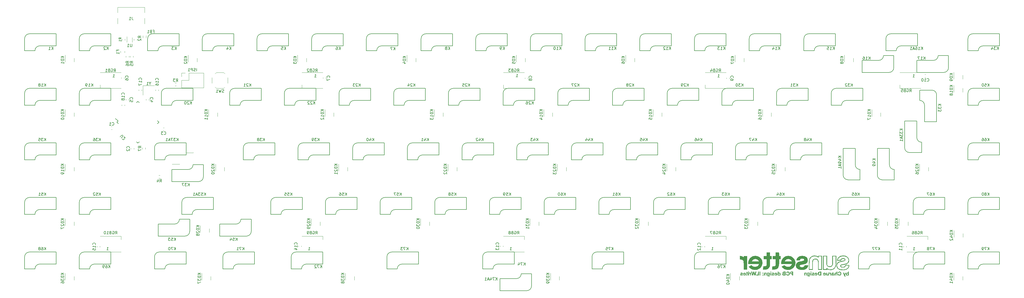
<source format=gbr>
%TF.GenerationSoftware,KiCad,Pcbnew,(5.99.0-11177-g6c67dfa032)*%
%TF.CreationDate,2021-09-17T12:08:35+03:00*%
%TF.ProjectId,SunsetterR2_Hotswap,53756e73-6574-4746-9572-52325f486f74,rev?*%
%TF.SameCoordinates,Original*%
%TF.FileFunction,Legend,Bot*%
%TF.FilePolarity,Positive*%
%FSLAX46Y46*%
G04 Gerber Fmt 4.6, Leading zero omitted, Abs format (unit mm)*
G04 Created by KiCad (PCBNEW (5.99.0-11177-g6c67dfa032)) date 2021-09-17 12:08:35*
%MOMM*%
%LPD*%
G01*
G04 APERTURE LIST*
%ADD10C,0.150000*%
%ADD11C,0.120000*%
G04 APERTURE END LIST*
D10*
%TO.C,RGB5*%
X340256666Y-51633380D02*
X340590000Y-51157190D01*
X340828095Y-51633380D02*
X340828095Y-50633380D01*
X340447142Y-50633380D01*
X340351904Y-50681000D01*
X340304285Y-50728619D01*
X340256666Y-50823857D01*
X340256666Y-50966714D01*
X340304285Y-51061952D01*
X340351904Y-51109571D01*
X340447142Y-51157190D01*
X340828095Y-51157190D01*
X339304285Y-50681000D02*
X339399523Y-50633380D01*
X339542380Y-50633380D01*
X339685238Y-50681000D01*
X339780476Y-50776238D01*
X339828095Y-50871476D01*
X339875714Y-51061952D01*
X339875714Y-51204809D01*
X339828095Y-51395285D01*
X339780476Y-51490523D01*
X339685238Y-51585761D01*
X339542380Y-51633380D01*
X339447142Y-51633380D01*
X339304285Y-51585761D01*
X339256666Y-51538142D01*
X339256666Y-51204809D01*
X339447142Y-51204809D01*
X338494761Y-51109571D02*
X338351904Y-51157190D01*
X338304285Y-51204809D01*
X338256666Y-51300047D01*
X338256666Y-51442904D01*
X338304285Y-51538142D01*
X338351904Y-51585761D01*
X338447142Y-51633380D01*
X338828095Y-51633380D01*
X338828095Y-50633380D01*
X338494761Y-50633380D01*
X338399523Y-50681000D01*
X338351904Y-50728619D01*
X338304285Y-50823857D01*
X338304285Y-50919095D01*
X338351904Y-51014333D01*
X338399523Y-51061952D01*
X338494761Y-51109571D01*
X338828095Y-51109571D01*
X337351904Y-50633380D02*
X337828095Y-50633380D01*
X337875714Y-51109571D01*
X337828095Y-51061952D01*
X337732857Y-51014333D01*
X337494761Y-51014333D01*
X337399523Y-51061952D01*
X337351904Y-51109571D01*
X337304285Y-51204809D01*
X337304285Y-51442904D01*
X337351904Y-51538142D01*
X337399523Y-51585761D01*
X337494761Y-51633380D01*
X337732857Y-51633380D01*
X337828095Y-51585761D01*
X337875714Y-51538142D01*
X341376035Y-46477380D02*
X341947464Y-46477380D01*
X341661750Y-46477380D02*
X341661750Y-45477380D01*
X341756988Y-45620238D01*
X341852226Y-45715476D01*
X341947464Y-45763095D01*
%TO.C,RGB8*%
X203572916Y-101290380D02*
X203906250Y-100814190D01*
X204144345Y-101290380D02*
X204144345Y-100290380D01*
X203763392Y-100290380D01*
X203668154Y-100338000D01*
X203620535Y-100385619D01*
X203572916Y-100480857D01*
X203572916Y-100623714D01*
X203620535Y-100718952D01*
X203668154Y-100766571D01*
X203763392Y-100814190D01*
X204144345Y-100814190D01*
X202620535Y-100338000D02*
X202715773Y-100290380D01*
X202858630Y-100290380D01*
X203001488Y-100338000D01*
X203096726Y-100433238D01*
X203144345Y-100528476D01*
X203191964Y-100718952D01*
X203191964Y-100861809D01*
X203144345Y-101052285D01*
X203096726Y-101147523D01*
X203001488Y-101242761D01*
X202858630Y-101290380D01*
X202763392Y-101290380D01*
X202620535Y-101242761D01*
X202572916Y-101195142D01*
X202572916Y-100861809D01*
X202763392Y-100861809D01*
X201811011Y-100766571D02*
X201668154Y-100814190D01*
X201620535Y-100861809D01*
X201572916Y-100957047D01*
X201572916Y-101099904D01*
X201620535Y-101195142D01*
X201668154Y-101242761D01*
X201763392Y-101290380D01*
X202144345Y-101290380D01*
X202144345Y-100290380D01*
X201811011Y-100290380D01*
X201715773Y-100338000D01*
X201668154Y-100385619D01*
X201620535Y-100480857D01*
X201620535Y-100576095D01*
X201668154Y-100671333D01*
X201715773Y-100718952D01*
X201811011Y-100766571D01*
X202144345Y-100766571D01*
X201001488Y-100718952D02*
X201096726Y-100671333D01*
X201144345Y-100623714D01*
X201191964Y-100528476D01*
X201191964Y-100480857D01*
X201144345Y-100385619D01*
X201096726Y-100338000D01*
X201001488Y-100290380D01*
X200811011Y-100290380D01*
X200715773Y-100338000D01*
X200668154Y-100385619D01*
X200620535Y-100480857D01*
X200620535Y-100528476D01*
X200668154Y-100623714D01*
X200715773Y-100671333D01*
X200811011Y-100718952D01*
X201001488Y-100718952D01*
X201096726Y-100766571D01*
X201144345Y-100814190D01*
X201191964Y-100909428D01*
X201191964Y-101099904D01*
X201144345Y-101195142D01*
X201096726Y-101242761D01*
X201001488Y-101290380D01*
X200811011Y-101290380D01*
X200715773Y-101242761D01*
X200668154Y-101195142D01*
X200620535Y-101099904D01*
X200620535Y-100909428D01*
X200668154Y-100814190D01*
X200715773Y-100766571D01*
X200811011Y-100718952D01*
X201009285Y-106827380D02*
X201580714Y-106827380D01*
X201295000Y-106827380D02*
X201295000Y-105827380D01*
X201390238Y-105970238D01*
X201485476Y-106065476D01*
X201580714Y-106113095D01*
%TO.C,K21*%
X110751785Y-49728380D02*
X110751785Y-48728380D01*
X110180357Y-49728380D02*
X110608928Y-49156952D01*
X110180357Y-48728380D02*
X110751785Y-49299809D01*
X109799404Y-48823619D02*
X109751785Y-48776000D01*
X109656547Y-48728380D01*
X109418452Y-48728380D01*
X109323214Y-48776000D01*
X109275595Y-48823619D01*
X109227976Y-48918857D01*
X109227976Y-49014095D01*
X109275595Y-49156952D01*
X109847023Y-49728380D01*
X109227976Y-49728380D01*
X108275595Y-49728380D02*
X108847023Y-49728380D01*
X108561309Y-49728380D02*
X108561309Y-48728380D01*
X108656547Y-48871238D01*
X108751785Y-48966476D01*
X108847023Y-49014095D01*
%TO.C,K80*%
X367926785Y-87828380D02*
X367926785Y-86828380D01*
X367355357Y-87828380D02*
X367783928Y-87256952D01*
X367355357Y-86828380D02*
X367926785Y-87399809D01*
X366783928Y-87256952D02*
X366879166Y-87209333D01*
X366926785Y-87161714D01*
X366974404Y-87066476D01*
X366974404Y-87018857D01*
X366926785Y-86923619D01*
X366879166Y-86876000D01*
X366783928Y-86828380D01*
X366593452Y-86828380D01*
X366498214Y-86876000D01*
X366450595Y-86923619D01*
X366402976Y-87018857D01*
X366402976Y-87066476D01*
X366450595Y-87161714D01*
X366498214Y-87209333D01*
X366593452Y-87256952D01*
X366783928Y-87256952D01*
X366879166Y-87304571D01*
X366926785Y-87352190D01*
X366974404Y-87447428D01*
X366974404Y-87637904D01*
X366926785Y-87733142D01*
X366879166Y-87780761D01*
X366783928Y-87828380D01*
X366593452Y-87828380D01*
X366498214Y-87780761D01*
X366450595Y-87733142D01*
X366402976Y-87637904D01*
X366402976Y-87447428D01*
X366450595Y-87352190D01*
X366498214Y-87304571D01*
X366593452Y-87256952D01*
X365783928Y-86828380D02*
X365688690Y-86828380D01*
X365593452Y-86876000D01*
X365545833Y-86923619D01*
X365498214Y-87018857D01*
X365450595Y-87209333D01*
X365450595Y-87447428D01*
X365498214Y-87637904D01*
X365545833Y-87733142D01*
X365593452Y-87780761D01*
X365688690Y-87828380D01*
X365783928Y-87828380D01*
X365879166Y-87780761D01*
X365926785Y-87733142D01*
X365974404Y-87637904D01*
X366022023Y-87447428D01*
X366022023Y-87209333D01*
X365974404Y-87018857D01*
X365926785Y-86923619D01*
X365879166Y-86876000D01*
X365783928Y-86828380D01*
%TO.C,K35*%
X39314285Y-68778380D02*
X39314285Y-67778380D01*
X38742857Y-68778380D02*
X39171428Y-68206952D01*
X38742857Y-67778380D02*
X39314285Y-68349809D01*
X38409523Y-67778380D02*
X37790476Y-67778380D01*
X38123809Y-68159333D01*
X37980952Y-68159333D01*
X37885714Y-68206952D01*
X37838095Y-68254571D01*
X37790476Y-68349809D01*
X37790476Y-68587904D01*
X37838095Y-68683142D01*
X37885714Y-68730761D01*
X37980952Y-68778380D01*
X38266666Y-68778380D01*
X38361904Y-68730761D01*
X38409523Y-68683142D01*
X36885714Y-67778380D02*
X37361904Y-67778380D01*
X37409523Y-68254571D01*
X37361904Y-68206952D01*
X37266666Y-68159333D01*
X37028571Y-68159333D01*
X36933333Y-68206952D01*
X36885714Y-68254571D01*
X36838095Y-68349809D01*
X36838095Y-68587904D01*
X36885714Y-68683142D01*
X36933333Y-68730761D01*
X37028571Y-68778380D01*
X37266666Y-68778380D01*
X37361904Y-68730761D01*
X37409523Y-68683142D01*
%TO.C,K30*%
X282201785Y-49728380D02*
X282201785Y-48728380D01*
X281630357Y-49728380D02*
X282058928Y-49156952D01*
X281630357Y-48728380D02*
X282201785Y-49299809D01*
X281297023Y-48728380D02*
X280677976Y-48728380D01*
X281011309Y-49109333D01*
X280868452Y-49109333D01*
X280773214Y-49156952D01*
X280725595Y-49204571D01*
X280677976Y-49299809D01*
X280677976Y-49537904D01*
X280725595Y-49633142D01*
X280773214Y-49680761D01*
X280868452Y-49728380D01*
X281154166Y-49728380D01*
X281249404Y-49680761D01*
X281297023Y-49633142D01*
X280058928Y-48728380D02*
X279963690Y-48728380D01*
X279868452Y-48776000D01*
X279820833Y-48823619D01*
X279773214Y-48918857D01*
X279725595Y-49109333D01*
X279725595Y-49347428D01*
X279773214Y-49537904D01*
X279820833Y-49633142D01*
X279868452Y-49680761D01*
X279963690Y-49728380D01*
X280058928Y-49728380D01*
X280154166Y-49680761D01*
X280201785Y-49633142D01*
X280249404Y-49537904D01*
X280297023Y-49347428D01*
X280297023Y-49109333D01*
X280249404Y-48918857D01*
X280201785Y-48823619D01*
X280154166Y-48776000D01*
X280058928Y-48728380D01*
%TO.C,R6*%
X68270380Y-41565533D02*
X67794190Y-41232200D01*
X68270380Y-40994104D02*
X67270380Y-40994104D01*
X67270380Y-41375057D01*
X67318000Y-41470295D01*
X67365619Y-41517914D01*
X67460857Y-41565533D01*
X67603714Y-41565533D01*
X67698952Y-41517914D01*
X67746571Y-41470295D01*
X67794190Y-41375057D01*
X67794190Y-40994104D01*
X67270380Y-42422676D02*
X67270380Y-42232200D01*
X67318000Y-42136961D01*
X67365619Y-42089342D01*
X67508476Y-41994104D01*
X67698952Y-41946485D01*
X68079904Y-41946485D01*
X68175142Y-41994104D01*
X68222761Y-42041723D01*
X68270380Y-42136961D01*
X68270380Y-42327438D01*
X68222761Y-42422676D01*
X68175142Y-42470295D01*
X68079904Y-42517914D01*
X67841809Y-42517914D01*
X67746571Y-42470295D01*
X67698952Y-42422676D01*
X67651333Y-42327438D01*
X67651333Y-42136961D01*
X67698952Y-42041723D01*
X67746571Y-41994104D01*
X67841809Y-41946485D01*
%TO.C,K31*%
X301251785Y-49728380D02*
X301251785Y-48728380D01*
X300680357Y-49728380D02*
X301108928Y-49156952D01*
X300680357Y-48728380D02*
X301251785Y-49299809D01*
X300347023Y-48728380D02*
X299727976Y-48728380D01*
X300061309Y-49109333D01*
X299918452Y-49109333D01*
X299823214Y-49156952D01*
X299775595Y-49204571D01*
X299727976Y-49299809D01*
X299727976Y-49537904D01*
X299775595Y-49633142D01*
X299823214Y-49680761D01*
X299918452Y-49728380D01*
X300204166Y-49728380D01*
X300299404Y-49680761D01*
X300347023Y-49633142D01*
X298775595Y-49728380D02*
X299347023Y-49728380D01*
X299061309Y-49728380D02*
X299061309Y-48728380D01*
X299156547Y-48871238D01*
X299251785Y-48966476D01*
X299347023Y-49014095D01*
%TO.C,C4*%
X76590142Y-54189333D02*
X76637761Y-54141714D01*
X76685380Y-53998857D01*
X76685380Y-53903619D01*
X76637761Y-53760761D01*
X76542523Y-53665523D01*
X76447285Y-53617904D01*
X76256809Y-53570285D01*
X76113952Y-53570285D01*
X75923476Y-53617904D01*
X75828238Y-53665523D01*
X75733000Y-53760761D01*
X75685380Y-53903619D01*
X75685380Y-53998857D01*
X75733000Y-54141714D01*
X75780619Y-54189333D01*
X76018714Y-55046476D02*
X76685380Y-55046476D01*
X75637761Y-54808380D02*
X76352047Y-54570285D01*
X76352047Y-55189333D01*
%TO.C,K33*%
X351226380Y-55935714D02*
X350226380Y-55935714D01*
X351226380Y-56507142D02*
X350654952Y-56078571D01*
X350226380Y-56507142D02*
X350797809Y-55935714D01*
X350226380Y-56840476D02*
X350226380Y-57459523D01*
X350607333Y-57126190D01*
X350607333Y-57269047D01*
X350654952Y-57364285D01*
X350702571Y-57411904D01*
X350797809Y-57459523D01*
X351035904Y-57459523D01*
X351131142Y-57411904D01*
X351178761Y-57364285D01*
X351226380Y-57269047D01*
X351226380Y-56983333D01*
X351178761Y-56888095D01*
X351131142Y-56840476D01*
X350226380Y-57792857D02*
X350226380Y-58411904D01*
X350607333Y-58078571D01*
X350607333Y-58221428D01*
X350654952Y-58316666D01*
X350702571Y-58364285D01*
X350797809Y-58411904D01*
X351035904Y-58411904D01*
X351131142Y-58364285D01*
X351178761Y-58316666D01*
X351226380Y-58221428D01*
X351226380Y-57935714D01*
X351178761Y-57840476D01*
X351131142Y-57792857D01*
%TO.C,KD20*%
X98064880Y-76866964D02*
X97064880Y-76866964D01*
X98064880Y-77438392D02*
X97493452Y-77009821D01*
X97064880Y-77438392D02*
X97636309Y-76866964D01*
X98064880Y-77866964D02*
X97064880Y-77866964D01*
X97064880Y-78105059D01*
X97112500Y-78247916D01*
X97207738Y-78343154D01*
X97302976Y-78390773D01*
X97493452Y-78438392D01*
X97636309Y-78438392D01*
X97826785Y-78390773D01*
X97922023Y-78343154D01*
X98017261Y-78247916D01*
X98064880Y-78105059D01*
X98064880Y-77866964D01*
X97160119Y-78819345D02*
X97112500Y-78866964D01*
X97064880Y-78962202D01*
X97064880Y-79200297D01*
X97112500Y-79295535D01*
X97160119Y-79343154D01*
X97255357Y-79390773D01*
X97350595Y-79390773D01*
X97493452Y-79343154D01*
X98064880Y-78771726D01*
X98064880Y-79390773D01*
X97064880Y-80009821D02*
X97064880Y-80105059D01*
X97112500Y-80200297D01*
X97160119Y-80247916D01*
X97255357Y-80295535D01*
X97445833Y-80343154D01*
X97683928Y-80343154D01*
X97874404Y-80295535D01*
X97969642Y-80247916D01*
X98017261Y-80200297D01*
X98064880Y-80105059D01*
X98064880Y-80009821D01*
X98017261Y-79914583D01*
X97969642Y-79866964D01*
X97874404Y-79819345D01*
X97683928Y-79771726D01*
X97445833Y-79771726D01*
X97255357Y-79819345D01*
X97160119Y-79866964D01*
X97112500Y-79914583D01*
X97064880Y-80009821D01*
%TO.C,R2*%
X72486780Y-32777133D02*
X72010590Y-32443800D01*
X72486780Y-32205704D02*
X71486780Y-32205704D01*
X71486780Y-32586657D01*
X71534400Y-32681895D01*
X71582019Y-32729514D01*
X71677257Y-32777133D01*
X71820114Y-32777133D01*
X71915352Y-32729514D01*
X71962971Y-32681895D01*
X72010590Y-32586657D01*
X72010590Y-32205704D01*
X71582019Y-33158085D02*
X71534400Y-33205704D01*
X71486780Y-33300942D01*
X71486780Y-33539038D01*
X71534400Y-33634276D01*
X71582019Y-33681895D01*
X71677257Y-33729514D01*
X71772495Y-33729514D01*
X71915352Y-33681895D01*
X72486780Y-33110466D01*
X72486780Y-33729514D01*
%TO.C,KD4*%
X164739880Y-39243154D02*
X163739880Y-39243154D01*
X164739880Y-39814583D02*
X164168452Y-39386011D01*
X163739880Y-39814583D02*
X164311309Y-39243154D01*
X164739880Y-40243154D02*
X163739880Y-40243154D01*
X163739880Y-40481250D01*
X163787500Y-40624107D01*
X163882738Y-40719345D01*
X163977976Y-40766964D01*
X164168452Y-40814583D01*
X164311309Y-40814583D01*
X164501785Y-40766964D01*
X164597023Y-40719345D01*
X164692261Y-40624107D01*
X164739880Y-40481250D01*
X164739880Y-40243154D01*
X164073214Y-41671726D02*
X164739880Y-41671726D01*
X163692261Y-41433630D02*
X164406547Y-41195535D01*
X164406547Y-41814583D01*
%TO.C,K73*%
X165520535Y-106878380D02*
X165520535Y-105878380D01*
X164949107Y-106878380D02*
X165377678Y-106306952D01*
X164949107Y-105878380D02*
X165520535Y-106449809D01*
X164615773Y-105878380D02*
X163949107Y-105878380D01*
X164377678Y-106878380D01*
X163663392Y-105878380D02*
X163044345Y-105878380D01*
X163377678Y-106259333D01*
X163234821Y-106259333D01*
X163139583Y-106306952D01*
X163091964Y-106354571D01*
X163044345Y-106449809D01*
X163044345Y-106687904D01*
X163091964Y-106783142D01*
X163139583Y-106830761D01*
X163234821Y-106878380D01*
X163520535Y-106878380D01*
X163615773Y-106830761D01*
X163663392Y-106783142D01*
%TO.C,K51*%
X39314285Y-87828380D02*
X39314285Y-86828380D01*
X38742857Y-87828380D02*
X39171428Y-87256952D01*
X38742857Y-86828380D02*
X39314285Y-87399809D01*
X37838095Y-86828380D02*
X38314285Y-86828380D01*
X38361904Y-87304571D01*
X38314285Y-87256952D01*
X38219047Y-87209333D01*
X37980952Y-87209333D01*
X37885714Y-87256952D01*
X37838095Y-87304571D01*
X37790476Y-87399809D01*
X37790476Y-87637904D01*
X37838095Y-87733142D01*
X37885714Y-87780761D01*
X37980952Y-87828380D01*
X38219047Y-87828380D01*
X38314285Y-87780761D01*
X38361904Y-87733142D01*
X36838095Y-87828380D02*
X37409523Y-87828380D01*
X37123809Y-87828380D02*
X37123809Y-86828380D01*
X37219047Y-86971238D01*
X37314285Y-87066476D01*
X37409523Y-87114095D01*
%TO.C,K78*%
X348876785Y-106878380D02*
X348876785Y-105878380D01*
X348305357Y-106878380D02*
X348733928Y-106306952D01*
X348305357Y-105878380D02*
X348876785Y-106449809D01*
X347972023Y-105878380D02*
X347305357Y-105878380D01*
X347733928Y-106878380D01*
X346781547Y-106306952D02*
X346876785Y-106259333D01*
X346924404Y-106211714D01*
X346972023Y-106116476D01*
X346972023Y-106068857D01*
X346924404Y-105973619D01*
X346876785Y-105926000D01*
X346781547Y-105878380D01*
X346591071Y-105878380D01*
X346495833Y-105926000D01*
X346448214Y-105973619D01*
X346400595Y-106068857D01*
X346400595Y-106116476D01*
X346448214Y-106211714D01*
X346495833Y-106259333D01*
X346591071Y-106306952D01*
X346781547Y-106306952D01*
X346876785Y-106354571D01*
X346924404Y-106402190D01*
X346972023Y-106497428D01*
X346972023Y-106687904D01*
X346924404Y-106783142D01*
X346876785Y-106830761D01*
X346781547Y-106878380D01*
X346591071Y-106878380D01*
X346495833Y-106830761D01*
X346448214Y-106783142D01*
X346400595Y-106687904D01*
X346400595Y-106497428D01*
X346448214Y-106402190D01*
X346495833Y-106354571D01*
X346591071Y-106306952D01*
%TO.C,K23*%
X148851785Y-49728380D02*
X148851785Y-48728380D01*
X148280357Y-49728380D02*
X148708928Y-49156952D01*
X148280357Y-48728380D02*
X148851785Y-49299809D01*
X147899404Y-48823619D02*
X147851785Y-48776000D01*
X147756547Y-48728380D01*
X147518452Y-48728380D01*
X147423214Y-48776000D01*
X147375595Y-48823619D01*
X147327976Y-48918857D01*
X147327976Y-49014095D01*
X147375595Y-49156952D01*
X147947023Y-49728380D01*
X147327976Y-49728380D01*
X146994642Y-48728380D02*
X146375595Y-48728380D01*
X146708928Y-49109333D01*
X146566071Y-49109333D01*
X146470833Y-49156952D01*
X146423214Y-49204571D01*
X146375595Y-49299809D01*
X146375595Y-49537904D01*
X146423214Y-49633142D01*
X146470833Y-49680761D01*
X146566071Y-49728380D01*
X146851785Y-49728380D01*
X146947023Y-49680761D01*
X146994642Y-49633142D01*
%TO.C,K58*%
X182189285Y-87828380D02*
X182189285Y-86828380D01*
X181617857Y-87828380D02*
X182046428Y-87256952D01*
X181617857Y-86828380D02*
X182189285Y-87399809D01*
X180713095Y-86828380D02*
X181189285Y-86828380D01*
X181236904Y-87304571D01*
X181189285Y-87256952D01*
X181094047Y-87209333D01*
X180855952Y-87209333D01*
X180760714Y-87256952D01*
X180713095Y-87304571D01*
X180665476Y-87399809D01*
X180665476Y-87637904D01*
X180713095Y-87733142D01*
X180760714Y-87780761D01*
X180855952Y-87828380D01*
X181094047Y-87828380D01*
X181189285Y-87780761D01*
X181236904Y-87733142D01*
X180094047Y-87256952D02*
X180189285Y-87209333D01*
X180236904Y-87161714D01*
X180284523Y-87066476D01*
X180284523Y-87018857D01*
X180236904Y-86923619D01*
X180189285Y-86876000D01*
X180094047Y-86828380D01*
X179903571Y-86828380D01*
X179808333Y-86876000D01*
X179760714Y-86923619D01*
X179713095Y-87018857D01*
X179713095Y-87066476D01*
X179760714Y-87161714D01*
X179808333Y-87209333D01*
X179903571Y-87256952D01*
X180094047Y-87256952D01*
X180189285Y-87304571D01*
X180236904Y-87352190D01*
X180284523Y-87447428D01*
X180284523Y-87637904D01*
X180236904Y-87733142D01*
X180189285Y-87780761D01*
X180094047Y-87828380D01*
X179903571Y-87828380D01*
X179808333Y-87780761D01*
X179760714Y-87733142D01*
X179713095Y-87637904D01*
X179713095Y-87447428D01*
X179760714Y-87352190D01*
X179808333Y-87304571D01*
X179903571Y-87256952D01*
%TO.C,C10*%
X346336857Y-47855142D02*
X346384476Y-47902761D01*
X346527333Y-47950380D01*
X346622571Y-47950380D01*
X346765428Y-47902761D01*
X346860666Y-47807523D01*
X346908285Y-47712285D01*
X346955904Y-47521809D01*
X346955904Y-47378952D01*
X346908285Y-47188476D01*
X346860666Y-47093238D01*
X346765428Y-46998000D01*
X346622571Y-46950380D01*
X346527333Y-46950380D01*
X346384476Y-46998000D01*
X346336857Y-47045619D01*
X345384476Y-47950380D02*
X345955904Y-47950380D01*
X345670190Y-47950380D02*
X345670190Y-46950380D01*
X345765428Y-47093238D01*
X345860666Y-47188476D01*
X345955904Y-47236095D01*
X344765428Y-46950380D02*
X344670190Y-46950380D01*
X344574952Y-46998000D01*
X344527333Y-47045619D01*
X344479714Y-47140857D01*
X344432095Y-47331333D01*
X344432095Y-47569428D01*
X344479714Y-47759904D01*
X344527333Y-47855142D01*
X344574952Y-47902761D01*
X344670190Y-47950380D01*
X344765428Y-47950380D01*
X344860666Y-47902761D01*
X344908285Y-47855142D01*
X344955904Y-47759904D01*
X345003523Y-47569428D01*
X345003523Y-47331333D01*
X344955904Y-47140857D01*
X344908285Y-47045619D01*
X344860666Y-46998000D01*
X344765428Y-46950380D01*
%TO.C,K56*%
X144089285Y-87828380D02*
X144089285Y-86828380D01*
X143517857Y-87828380D02*
X143946428Y-87256952D01*
X143517857Y-86828380D02*
X144089285Y-87399809D01*
X142613095Y-86828380D02*
X143089285Y-86828380D01*
X143136904Y-87304571D01*
X143089285Y-87256952D01*
X142994047Y-87209333D01*
X142755952Y-87209333D01*
X142660714Y-87256952D01*
X142613095Y-87304571D01*
X142565476Y-87399809D01*
X142565476Y-87637904D01*
X142613095Y-87733142D01*
X142660714Y-87780761D01*
X142755952Y-87828380D01*
X142994047Y-87828380D01*
X143089285Y-87780761D01*
X143136904Y-87733142D01*
X141708333Y-86828380D02*
X141898809Y-86828380D01*
X141994047Y-86876000D01*
X142041666Y-86923619D01*
X142136904Y-87066476D01*
X142184523Y-87256952D01*
X142184523Y-87637904D01*
X142136904Y-87733142D01*
X142089285Y-87780761D01*
X141994047Y-87828380D01*
X141803571Y-87828380D01*
X141708333Y-87780761D01*
X141660714Y-87733142D01*
X141613095Y-87637904D01*
X141613095Y-87399809D01*
X141660714Y-87304571D01*
X141708333Y-87256952D01*
X141803571Y-87209333D01*
X141994047Y-87209333D01*
X142089285Y-87256952D01*
X142136904Y-87304571D01*
X142184523Y-87399809D01*
%TO.C,KD13*%
X174264880Y-57816964D02*
X173264880Y-57816964D01*
X174264880Y-58388392D02*
X173693452Y-57959821D01*
X173264880Y-58388392D02*
X173836309Y-57816964D01*
X174264880Y-58816964D02*
X173264880Y-58816964D01*
X173264880Y-59055059D01*
X173312500Y-59197916D01*
X173407738Y-59293154D01*
X173502976Y-59340773D01*
X173693452Y-59388392D01*
X173836309Y-59388392D01*
X174026785Y-59340773D01*
X174122023Y-59293154D01*
X174217261Y-59197916D01*
X174264880Y-59055059D01*
X174264880Y-58816964D01*
X174264880Y-60340773D02*
X174264880Y-59769345D01*
X174264880Y-60055059D02*
X173264880Y-60055059D01*
X173407738Y-59959821D01*
X173502976Y-59864583D01*
X173550595Y-59769345D01*
X173264880Y-60674107D02*
X173264880Y-61293154D01*
X173645833Y-60959821D01*
X173645833Y-61102678D01*
X173693452Y-61197916D01*
X173741071Y-61245535D01*
X173836309Y-61293154D01*
X174074404Y-61293154D01*
X174169642Y-61245535D01*
X174217261Y-61197916D01*
X174264880Y-61102678D01*
X174264880Y-60816964D01*
X174217261Y-60721726D01*
X174169642Y-60674107D01*
%TO.C,K9*%
X199112095Y-36901380D02*
X199112095Y-35901380D01*
X198540666Y-36901380D02*
X198969238Y-36329952D01*
X198540666Y-35901380D02*
X199112095Y-36472809D01*
X198064476Y-36901380D02*
X197874000Y-36901380D01*
X197778761Y-36853761D01*
X197731142Y-36806142D01*
X197635904Y-36663285D01*
X197588285Y-36472809D01*
X197588285Y-36091857D01*
X197635904Y-35996619D01*
X197683523Y-35949000D01*
X197778761Y-35901380D01*
X197969238Y-35901380D01*
X198064476Y-35949000D01*
X198112095Y-35996619D01*
X198159714Y-36091857D01*
X198159714Y-36329952D01*
X198112095Y-36425190D01*
X198064476Y-36472809D01*
X197969238Y-36520428D01*
X197778761Y-36520428D01*
X197683523Y-36472809D01*
X197635904Y-36425190D01*
X197588285Y-36329952D01*
%TO.C,C6*%
X67954142Y-46633333D02*
X68001761Y-46585714D01*
X68049380Y-46442857D01*
X68049380Y-46347619D01*
X68001761Y-46204761D01*
X67906523Y-46109523D01*
X67811285Y-46061904D01*
X67620809Y-46014285D01*
X67477952Y-46014285D01*
X67287476Y-46061904D01*
X67192238Y-46109523D01*
X67097000Y-46204761D01*
X67049380Y-46347619D01*
X67049380Y-46442857D01*
X67097000Y-46585714D01*
X67144619Y-46633333D01*
X67049380Y-47490476D02*
X67049380Y-47300000D01*
X67097000Y-47204761D01*
X67144619Y-47157142D01*
X67287476Y-47061904D01*
X67477952Y-47014285D01*
X67858904Y-47014285D01*
X67954142Y-47061904D01*
X68001761Y-47109523D01*
X68049380Y-47204761D01*
X68049380Y-47395238D01*
X68001761Y-47490476D01*
X67954142Y-47538095D01*
X67858904Y-47585714D01*
X67620809Y-47585714D01*
X67525571Y-47538095D01*
X67477952Y-47490476D01*
X67430333Y-47395238D01*
X67430333Y-47204761D01*
X67477952Y-47109523D01*
X67525571Y-47061904D01*
X67620809Y-47014285D01*
%TO.C,K10*%
X218765285Y-36901380D02*
X218765285Y-35901380D01*
X218193857Y-36901380D02*
X218622428Y-36329952D01*
X218193857Y-35901380D02*
X218765285Y-36472809D01*
X217241476Y-36901380D02*
X217812904Y-36901380D01*
X217527190Y-36901380D02*
X217527190Y-35901380D01*
X217622428Y-36044238D01*
X217717666Y-36139476D01*
X217812904Y-36187095D01*
X216622428Y-35901380D02*
X216527190Y-35901380D01*
X216431952Y-35949000D01*
X216384333Y-35996619D01*
X216336714Y-36091857D01*
X216289095Y-36282333D01*
X216289095Y-36520428D01*
X216336714Y-36710904D01*
X216384333Y-36806142D01*
X216431952Y-36853761D01*
X216527190Y-36901380D01*
X216622428Y-36901380D01*
X216717666Y-36853761D01*
X216765285Y-36806142D01*
X216812904Y-36710904D01*
X216860523Y-36520428D01*
X216860523Y-36282333D01*
X216812904Y-36091857D01*
X216765285Y-35996619D01*
X216717666Y-35949000D01*
X216622428Y-35901380D01*
%TO.C,KD30*%
X169502380Y-95916964D02*
X168502380Y-95916964D01*
X169502380Y-96488392D02*
X168930952Y-96059821D01*
X168502380Y-96488392D02*
X169073809Y-95916964D01*
X169502380Y-96916964D02*
X168502380Y-96916964D01*
X168502380Y-97155059D01*
X168550000Y-97297916D01*
X168645238Y-97393154D01*
X168740476Y-97440773D01*
X168930952Y-97488392D01*
X169073809Y-97488392D01*
X169264285Y-97440773D01*
X169359523Y-97393154D01*
X169454761Y-97297916D01*
X169502380Y-97155059D01*
X169502380Y-96916964D01*
X168502380Y-97821726D02*
X168502380Y-98440773D01*
X168883333Y-98107440D01*
X168883333Y-98250297D01*
X168930952Y-98345535D01*
X168978571Y-98393154D01*
X169073809Y-98440773D01*
X169311904Y-98440773D01*
X169407142Y-98393154D01*
X169454761Y-98345535D01*
X169502380Y-98250297D01*
X169502380Y-97964583D01*
X169454761Y-97869345D01*
X169407142Y-97821726D01*
X168502380Y-99059821D02*
X168502380Y-99155059D01*
X168550000Y-99250297D01*
X168597619Y-99297916D01*
X168692857Y-99345535D01*
X168883333Y-99393154D01*
X169121428Y-99393154D01*
X169311904Y-99345535D01*
X169407142Y-99297916D01*
X169454761Y-99250297D01*
X169502380Y-99155059D01*
X169502380Y-99059821D01*
X169454761Y-98964583D01*
X169407142Y-98916964D01*
X169311904Y-98869345D01*
X169121428Y-98821726D01*
X168883333Y-98821726D01*
X168692857Y-98869345D01*
X168597619Y-98916964D01*
X168550000Y-98964583D01*
X168502380Y-99059821D01*
%TO.C,K6*%
X141962095Y-36901380D02*
X141962095Y-35901380D01*
X141390666Y-36901380D02*
X141819238Y-36329952D01*
X141390666Y-35901380D02*
X141962095Y-36472809D01*
X140533523Y-35901380D02*
X140724000Y-35901380D01*
X140819238Y-35949000D01*
X140866857Y-35996619D01*
X140962095Y-36139476D01*
X141009714Y-36329952D01*
X141009714Y-36710904D01*
X140962095Y-36806142D01*
X140914476Y-36853761D01*
X140819238Y-36901380D01*
X140628761Y-36901380D01*
X140533523Y-36853761D01*
X140485904Y-36806142D01*
X140438285Y-36710904D01*
X140438285Y-36472809D01*
X140485904Y-36377571D01*
X140533523Y-36329952D01*
X140628761Y-36282333D01*
X140819238Y-36282333D01*
X140914476Y-36329952D01*
X140962095Y-36377571D01*
X141009714Y-36472809D01*
%TO.C,SW1*%
X101345833Y-51779761D02*
X101202976Y-51827380D01*
X100964880Y-51827380D01*
X100869642Y-51779761D01*
X100822023Y-51732142D01*
X100774404Y-51636904D01*
X100774404Y-51541666D01*
X100822023Y-51446428D01*
X100869642Y-51398809D01*
X100964880Y-51351190D01*
X101155357Y-51303571D01*
X101250595Y-51255952D01*
X101298214Y-51208333D01*
X101345833Y-51113095D01*
X101345833Y-51017857D01*
X101298214Y-50922619D01*
X101250595Y-50875000D01*
X101155357Y-50827380D01*
X100917261Y-50827380D01*
X100774404Y-50875000D01*
X100441071Y-50827380D02*
X100202976Y-51827380D01*
X100012500Y-51113095D01*
X99822023Y-51827380D01*
X99583928Y-50827380D01*
X98679166Y-51827380D02*
X99250595Y-51827380D01*
X98964880Y-51827380D02*
X98964880Y-50827380D01*
X99060119Y-50970238D01*
X99155357Y-51065476D01*
X99250595Y-51113095D01*
%TO.C,C2*%
X68421542Y-71283533D02*
X68469161Y-71235914D01*
X68516780Y-71093057D01*
X68516780Y-70997819D01*
X68469161Y-70854961D01*
X68373923Y-70759723D01*
X68278685Y-70712104D01*
X68088209Y-70664485D01*
X67945352Y-70664485D01*
X67754876Y-70712104D01*
X67659638Y-70759723D01*
X67564400Y-70854961D01*
X67516780Y-70997819D01*
X67516780Y-71093057D01*
X67564400Y-71235914D01*
X67612019Y-71283533D01*
X67612019Y-71664485D02*
X67564400Y-71712104D01*
X67516780Y-71807342D01*
X67516780Y-72045438D01*
X67564400Y-72140676D01*
X67612019Y-72188295D01*
X67707257Y-72235914D01*
X67802495Y-72235914D01*
X67945352Y-72188295D01*
X68516780Y-71616866D01*
X68516780Y-72235914D01*
%TO.C,KD9*%
X355239880Y-45243904D02*
X354239880Y-45243904D01*
X355239880Y-45815333D02*
X354668452Y-45386761D01*
X354239880Y-45815333D02*
X354811309Y-45243904D01*
X355239880Y-46243904D02*
X354239880Y-46243904D01*
X354239880Y-46482000D01*
X354287500Y-46624857D01*
X354382738Y-46720095D01*
X354477976Y-46767714D01*
X354668452Y-46815333D01*
X354811309Y-46815333D01*
X355001785Y-46767714D01*
X355097023Y-46720095D01*
X355192261Y-46624857D01*
X355239880Y-46482000D01*
X355239880Y-46243904D01*
X355239880Y-47291523D02*
X355239880Y-47482000D01*
X355192261Y-47577238D01*
X355144642Y-47624857D01*
X355001785Y-47720095D01*
X354811309Y-47767714D01*
X354430357Y-47767714D01*
X354335119Y-47720095D01*
X354287500Y-47672476D01*
X354239880Y-47577238D01*
X354239880Y-47386761D01*
X354287500Y-47291523D01*
X354335119Y-47243904D01*
X354430357Y-47196285D01*
X354668452Y-47196285D01*
X354763690Y-47243904D01*
X354811309Y-47291523D01*
X354858928Y-47386761D01*
X354858928Y-47577238D01*
X354811309Y-47672476D01*
X354763690Y-47720095D01*
X354668452Y-47767714D01*
%TO.C,KD25*%
X293327380Y-76866964D02*
X292327380Y-76866964D01*
X293327380Y-77438392D02*
X292755952Y-77009821D01*
X292327380Y-77438392D02*
X292898809Y-76866964D01*
X293327380Y-77866964D02*
X292327380Y-77866964D01*
X292327380Y-78105059D01*
X292375000Y-78247916D01*
X292470238Y-78343154D01*
X292565476Y-78390773D01*
X292755952Y-78438392D01*
X292898809Y-78438392D01*
X293089285Y-78390773D01*
X293184523Y-78343154D01*
X293279761Y-78247916D01*
X293327380Y-78105059D01*
X293327380Y-77866964D01*
X292422619Y-78819345D02*
X292375000Y-78866964D01*
X292327380Y-78962202D01*
X292327380Y-79200297D01*
X292375000Y-79295535D01*
X292422619Y-79343154D01*
X292517857Y-79390773D01*
X292613095Y-79390773D01*
X292755952Y-79343154D01*
X293327380Y-78771726D01*
X293327380Y-79390773D01*
X292327380Y-80295535D02*
X292327380Y-79819345D01*
X292803571Y-79771726D01*
X292755952Y-79819345D01*
X292708333Y-79914583D01*
X292708333Y-80152678D01*
X292755952Y-80247916D01*
X292803571Y-80295535D01*
X292898809Y-80343154D01*
X293136904Y-80343154D01*
X293232142Y-80295535D01*
X293279761Y-80247916D01*
X293327380Y-80152678D01*
X293327380Y-79914583D01*
X293279761Y-79819345D01*
X293232142Y-79771726D01*
%TO.C,RGB1*%
X63079166Y-44577380D02*
X63412500Y-44101190D01*
X63650595Y-44577380D02*
X63650595Y-43577380D01*
X63269642Y-43577380D01*
X63174404Y-43625000D01*
X63126785Y-43672619D01*
X63079166Y-43767857D01*
X63079166Y-43910714D01*
X63126785Y-44005952D01*
X63174404Y-44053571D01*
X63269642Y-44101190D01*
X63650595Y-44101190D01*
X62126785Y-43625000D02*
X62222023Y-43577380D01*
X62364880Y-43577380D01*
X62507738Y-43625000D01*
X62602976Y-43720238D01*
X62650595Y-43815476D01*
X62698214Y-44005952D01*
X62698214Y-44148809D01*
X62650595Y-44339285D01*
X62602976Y-44434523D01*
X62507738Y-44529761D01*
X62364880Y-44577380D01*
X62269642Y-44577380D01*
X62126785Y-44529761D01*
X62079166Y-44482142D01*
X62079166Y-44148809D01*
X62269642Y-44148809D01*
X61317261Y-44053571D02*
X61174404Y-44101190D01*
X61126785Y-44148809D01*
X61079166Y-44244047D01*
X61079166Y-44386904D01*
X61126785Y-44482142D01*
X61174404Y-44529761D01*
X61269642Y-44577380D01*
X61650595Y-44577380D01*
X61650595Y-43577380D01*
X61317261Y-43577380D01*
X61222023Y-43625000D01*
X61174404Y-43672619D01*
X61126785Y-43767857D01*
X61126785Y-43863095D01*
X61174404Y-43958333D01*
X61222023Y-44005952D01*
X61317261Y-44053571D01*
X61650595Y-44053571D01*
X60126785Y-44577380D02*
X60698214Y-44577380D01*
X60412500Y-44577380D02*
X60412500Y-43577380D01*
X60507738Y-43720238D01*
X60602976Y-43815476D01*
X60698214Y-43863095D01*
X62706285Y-46477380D02*
X63277714Y-46477380D01*
X62992000Y-46477380D02*
X62992000Y-45477380D01*
X63087238Y-45620238D01*
X63182476Y-45715476D01*
X63277714Y-45763095D01*
%TO.C,KD18*%
X355239880Y-49339714D02*
X354239880Y-49339714D01*
X355239880Y-49911142D02*
X354668452Y-49482571D01*
X354239880Y-49911142D02*
X354811309Y-49339714D01*
X355239880Y-50339714D02*
X354239880Y-50339714D01*
X354239880Y-50577809D01*
X354287500Y-50720666D01*
X354382738Y-50815904D01*
X354477976Y-50863523D01*
X354668452Y-50911142D01*
X354811309Y-50911142D01*
X355001785Y-50863523D01*
X355097023Y-50815904D01*
X355192261Y-50720666D01*
X355239880Y-50577809D01*
X355239880Y-50339714D01*
X355239880Y-51863523D02*
X355239880Y-51292095D01*
X355239880Y-51577809D02*
X354239880Y-51577809D01*
X354382738Y-51482571D01*
X354477976Y-51387333D01*
X354525595Y-51292095D01*
X354668452Y-52434952D02*
X354620833Y-52339714D01*
X354573214Y-52292095D01*
X354477976Y-52244476D01*
X354430357Y-52244476D01*
X354335119Y-52292095D01*
X354287500Y-52339714D01*
X354239880Y-52434952D01*
X354239880Y-52625428D01*
X354287500Y-52720666D01*
X354335119Y-52768285D01*
X354430357Y-52815904D01*
X354477976Y-52815904D01*
X354573214Y-52768285D01*
X354620833Y-52720666D01*
X354668452Y-52625428D01*
X354668452Y-52434952D01*
X354716071Y-52339714D01*
X354763690Y-52292095D01*
X354858928Y-52244476D01*
X355049404Y-52244476D01*
X355144642Y-52292095D01*
X355192261Y-52339714D01*
X355239880Y-52434952D01*
X355239880Y-52625428D01*
X355192261Y-52720666D01*
X355144642Y-52768285D01*
X355049404Y-52815904D01*
X354858928Y-52815904D01*
X354763690Y-52768285D01*
X354716071Y-52720666D01*
X354668452Y-52625428D01*
%TO.C,K25*%
X186951785Y-49728380D02*
X186951785Y-48728380D01*
X186380357Y-49728380D02*
X186808928Y-49156952D01*
X186380357Y-48728380D02*
X186951785Y-49299809D01*
X185999404Y-48823619D02*
X185951785Y-48776000D01*
X185856547Y-48728380D01*
X185618452Y-48728380D01*
X185523214Y-48776000D01*
X185475595Y-48823619D01*
X185427976Y-48918857D01*
X185427976Y-49014095D01*
X185475595Y-49156952D01*
X186047023Y-49728380D01*
X185427976Y-49728380D01*
X184523214Y-48728380D02*
X184999404Y-48728380D01*
X185047023Y-49204571D01*
X184999404Y-49156952D01*
X184904166Y-49109333D01*
X184666071Y-49109333D01*
X184570833Y-49156952D01*
X184523214Y-49204571D01*
X184475595Y-49299809D01*
X184475595Y-49537904D01*
X184523214Y-49633142D01*
X184570833Y-49680761D01*
X184666071Y-49728380D01*
X184904166Y-49728380D01*
X184999404Y-49680761D01*
X185047023Y-49633142D01*
%TO.C,KD41*%
X355239880Y-114966964D02*
X354239880Y-114966964D01*
X355239880Y-115538392D02*
X354668452Y-115109821D01*
X354239880Y-115538392D02*
X354811309Y-114966964D01*
X355239880Y-115966964D02*
X354239880Y-115966964D01*
X354239880Y-116205059D01*
X354287500Y-116347916D01*
X354382738Y-116443154D01*
X354477976Y-116490773D01*
X354668452Y-116538392D01*
X354811309Y-116538392D01*
X355001785Y-116490773D01*
X355097023Y-116443154D01*
X355192261Y-116347916D01*
X355239880Y-116205059D01*
X355239880Y-115966964D01*
X354573214Y-117395535D02*
X355239880Y-117395535D01*
X354192261Y-117157440D02*
X354906547Y-116919345D01*
X354906547Y-117538392D01*
X355239880Y-118443154D02*
X355239880Y-117871726D01*
X355239880Y-118157440D02*
X354239880Y-118157440D01*
X354382738Y-118062202D01*
X354477976Y-117966964D01*
X354525595Y-117871726D01*
%TO.C,KD17*%
X326664880Y-57816964D02*
X325664880Y-57816964D01*
X326664880Y-58388392D02*
X326093452Y-57959821D01*
X325664880Y-58388392D02*
X326236309Y-57816964D01*
X326664880Y-58816964D02*
X325664880Y-58816964D01*
X325664880Y-59055059D01*
X325712500Y-59197916D01*
X325807738Y-59293154D01*
X325902976Y-59340773D01*
X326093452Y-59388392D01*
X326236309Y-59388392D01*
X326426785Y-59340773D01*
X326522023Y-59293154D01*
X326617261Y-59197916D01*
X326664880Y-59055059D01*
X326664880Y-58816964D01*
X326664880Y-60340773D02*
X326664880Y-59769345D01*
X326664880Y-60055059D02*
X325664880Y-60055059D01*
X325807738Y-59959821D01*
X325902976Y-59864583D01*
X325950595Y-59769345D01*
X325664880Y-60674107D02*
X325664880Y-61340773D01*
X326664880Y-60912202D01*
%TO.C,K67*%
X348876785Y-87828380D02*
X348876785Y-86828380D01*
X348305357Y-87828380D02*
X348733928Y-87256952D01*
X348305357Y-86828380D02*
X348876785Y-87399809D01*
X347448214Y-86828380D02*
X347638690Y-86828380D01*
X347733928Y-86876000D01*
X347781547Y-86923619D01*
X347876785Y-87066476D01*
X347924404Y-87256952D01*
X347924404Y-87637904D01*
X347876785Y-87733142D01*
X347829166Y-87780761D01*
X347733928Y-87828380D01*
X347543452Y-87828380D01*
X347448214Y-87780761D01*
X347400595Y-87733142D01*
X347352976Y-87637904D01*
X347352976Y-87399809D01*
X347400595Y-87304571D01*
X347448214Y-87256952D01*
X347543452Y-87209333D01*
X347733928Y-87209333D01*
X347829166Y-87256952D01*
X347876785Y-87304571D01*
X347924404Y-87399809D01*
X347019642Y-86828380D02*
X346352976Y-86828380D01*
X346781547Y-87828380D01*
%TO.C,KD31*%
X207602380Y-95916964D02*
X206602380Y-95916964D01*
X207602380Y-96488392D02*
X207030952Y-96059821D01*
X206602380Y-96488392D02*
X207173809Y-95916964D01*
X207602380Y-96916964D02*
X206602380Y-96916964D01*
X206602380Y-97155059D01*
X206650000Y-97297916D01*
X206745238Y-97393154D01*
X206840476Y-97440773D01*
X207030952Y-97488392D01*
X207173809Y-97488392D01*
X207364285Y-97440773D01*
X207459523Y-97393154D01*
X207554761Y-97297916D01*
X207602380Y-97155059D01*
X207602380Y-96916964D01*
X206602380Y-97821726D02*
X206602380Y-98440773D01*
X206983333Y-98107440D01*
X206983333Y-98250297D01*
X207030952Y-98345535D01*
X207078571Y-98393154D01*
X207173809Y-98440773D01*
X207411904Y-98440773D01*
X207507142Y-98393154D01*
X207554761Y-98345535D01*
X207602380Y-98250297D01*
X207602380Y-97964583D01*
X207554761Y-97869345D01*
X207507142Y-97821726D01*
X207602380Y-99393154D02*
X207602380Y-98821726D01*
X207602380Y-99107440D02*
X206602380Y-99107440D01*
X206745238Y-99012202D01*
X206840476Y-98916964D01*
X206888095Y-98821726D01*
%TO.C,K46*%
X267914285Y-68778380D02*
X267914285Y-67778380D01*
X267342857Y-68778380D02*
X267771428Y-68206952D01*
X267342857Y-67778380D02*
X267914285Y-68349809D01*
X266485714Y-68111714D02*
X266485714Y-68778380D01*
X266723809Y-67730761D02*
X266961904Y-68445047D01*
X266342857Y-68445047D01*
X265533333Y-67778380D02*
X265723809Y-67778380D01*
X265819047Y-67826000D01*
X265866666Y-67873619D01*
X265961904Y-68016476D01*
X266009523Y-68206952D01*
X266009523Y-68587904D01*
X265961904Y-68683142D01*
X265914285Y-68730761D01*
X265819047Y-68778380D01*
X265628571Y-68778380D01*
X265533333Y-68730761D01*
X265485714Y-68683142D01*
X265438095Y-68587904D01*
X265438095Y-68349809D01*
X265485714Y-68254571D01*
X265533333Y-68206952D01*
X265628571Y-68159333D01*
X265819047Y-68159333D01*
X265914285Y-68206952D01*
X265961904Y-68254571D01*
X266009523Y-68349809D01*
%TO.C,RGB4*%
X273819791Y-44577380D02*
X274153125Y-44101190D01*
X274391220Y-44577380D02*
X274391220Y-43577380D01*
X274010267Y-43577380D01*
X273915029Y-43625000D01*
X273867410Y-43672619D01*
X273819791Y-43767857D01*
X273819791Y-43910714D01*
X273867410Y-44005952D01*
X273915029Y-44053571D01*
X274010267Y-44101190D01*
X274391220Y-44101190D01*
X272867410Y-43625000D02*
X272962648Y-43577380D01*
X273105505Y-43577380D01*
X273248363Y-43625000D01*
X273343601Y-43720238D01*
X273391220Y-43815476D01*
X273438839Y-44005952D01*
X273438839Y-44148809D01*
X273391220Y-44339285D01*
X273343601Y-44434523D01*
X273248363Y-44529761D01*
X273105505Y-44577380D01*
X273010267Y-44577380D01*
X272867410Y-44529761D01*
X272819791Y-44482142D01*
X272819791Y-44148809D01*
X273010267Y-44148809D01*
X272057886Y-44053571D02*
X271915029Y-44101190D01*
X271867410Y-44148809D01*
X271819791Y-44244047D01*
X271819791Y-44386904D01*
X271867410Y-44482142D01*
X271915029Y-44529761D01*
X272010267Y-44577380D01*
X272391220Y-44577380D01*
X272391220Y-43577380D01*
X272057886Y-43577380D01*
X271962648Y-43625000D01*
X271915029Y-43672619D01*
X271867410Y-43767857D01*
X271867410Y-43863095D01*
X271915029Y-43958333D01*
X271962648Y-44005952D01*
X272057886Y-44053571D01*
X272391220Y-44053571D01*
X270962648Y-43910714D02*
X270962648Y-44577380D01*
X271200744Y-43529761D02*
X271438839Y-44244047D01*
X270819791Y-44244047D01*
X273399285Y-46477380D02*
X273970714Y-46477380D01*
X273685000Y-46477380D02*
X273685000Y-45477380D01*
X273780238Y-45620238D01*
X273875476Y-45715476D01*
X273970714Y-45763095D01*
%TO.C,K49*%
X328334630Y-74985714D02*
X327334630Y-74985714D01*
X328334630Y-75557142D02*
X327763202Y-75128571D01*
X327334630Y-75557142D02*
X327906059Y-74985714D01*
X327667964Y-76414285D02*
X328334630Y-76414285D01*
X327287011Y-76176190D02*
X328001297Y-75938095D01*
X328001297Y-76557142D01*
X328334630Y-76985714D02*
X328334630Y-77176190D01*
X328287011Y-77271428D01*
X328239392Y-77319047D01*
X328096535Y-77414285D01*
X327906059Y-77461904D01*
X327525107Y-77461904D01*
X327429869Y-77414285D01*
X327382250Y-77366666D01*
X327334630Y-77271428D01*
X327334630Y-77080952D01*
X327382250Y-76985714D01*
X327429869Y-76938095D01*
X327525107Y-76890476D01*
X327763202Y-76890476D01*
X327858440Y-76938095D01*
X327906059Y-76985714D01*
X327953678Y-77080952D01*
X327953678Y-77271428D01*
X327906059Y-77366666D01*
X327858440Y-77414285D01*
X327763202Y-77461904D01*
%TO.C,K11*%
X237942285Y-36901380D02*
X237942285Y-35901380D01*
X237370857Y-36901380D02*
X237799428Y-36329952D01*
X237370857Y-35901380D02*
X237942285Y-36472809D01*
X236418476Y-36901380D02*
X236989904Y-36901380D01*
X236704190Y-36901380D02*
X236704190Y-35901380D01*
X236799428Y-36044238D01*
X236894666Y-36139476D01*
X236989904Y-36187095D01*
X235466095Y-36901380D02*
X236037523Y-36901380D01*
X235751809Y-36901380D02*
X235751809Y-35901380D01*
X235847047Y-36044238D01*
X235942285Y-36139476D01*
X236037523Y-36187095D01*
%TO.C,K14*%
X294965285Y-36901380D02*
X294965285Y-35901380D01*
X294393857Y-36901380D02*
X294822428Y-36329952D01*
X294393857Y-35901380D02*
X294965285Y-36472809D01*
X293441476Y-36901380D02*
X294012904Y-36901380D01*
X293727190Y-36901380D02*
X293727190Y-35901380D01*
X293822428Y-36044238D01*
X293917666Y-36139476D01*
X294012904Y-36187095D01*
X292584333Y-36234714D02*
X292584333Y-36901380D01*
X292822428Y-35853761D02*
X293060523Y-36568047D01*
X292441476Y-36568047D01*
%TO.C,C17*%
X72670942Y-47388542D02*
X72718561Y-47340923D01*
X72766180Y-47198066D01*
X72766180Y-47102828D01*
X72718561Y-46959971D01*
X72623323Y-46864733D01*
X72528085Y-46817114D01*
X72337609Y-46769495D01*
X72194752Y-46769495D01*
X72004276Y-46817114D01*
X71909038Y-46864733D01*
X71813800Y-46959971D01*
X71766180Y-47102828D01*
X71766180Y-47198066D01*
X71813800Y-47340923D01*
X71861419Y-47388542D01*
X72766180Y-48340923D02*
X72766180Y-47769495D01*
X72766180Y-48055209D02*
X71766180Y-48055209D01*
X71909038Y-47959971D01*
X72004276Y-47864733D01*
X72051895Y-47769495D01*
X71766180Y-48674257D02*
X71766180Y-49340923D01*
X72766180Y-48912352D01*
%TO.C,KD39*%
X214746130Y-114966964D02*
X213746130Y-114966964D01*
X214746130Y-115538392D02*
X214174702Y-115109821D01*
X213746130Y-115538392D02*
X214317559Y-114966964D01*
X214746130Y-115966964D02*
X213746130Y-115966964D01*
X213746130Y-116205059D01*
X213793750Y-116347916D01*
X213888988Y-116443154D01*
X213984226Y-116490773D01*
X214174702Y-116538392D01*
X214317559Y-116538392D01*
X214508035Y-116490773D01*
X214603273Y-116443154D01*
X214698511Y-116347916D01*
X214746130Y-116205059D01*
X214746130Y-115966964D01*
X213746130Y-116871726D02*
X213746130Y-117490773D01*
X214127083Y-117157440D01*
X214127083Y-117300297D01*
X214174702Y-117395535D01*
X214222321Y-117443154D01*
X214317559Y-117490773D01*
X214555654Y-117490773D01*
X214650892Y-117443154D01*
X214698511Y-117395535D01*
X214746130Y-117300297D01*
X214746130Y-117014583D01*
X214698511Y-116919345D01*
X214650892Y-116871726D01*
X214746130Y-117966964D02*
X214746130Y-118157440D01*
X214698511Y-118252678D01*
X214650892Y-118300297D01*
X214508035Y-118395535D01*
X214317559Y-118443154D01*
X213936607Y-118443154D01*
X213841369Y-118395535D01*
X213793750Y-118347916D01*
X213746130Y-118252678D01*
X213746130Y-118062202D01*
X213793750Y-117966964D01*
X213841369Y-117919345D01*
X213936607Y-117871726D01*
X214174702Y-117871726D01*
X214269940Y-117919345D01*
X214317559Y-117966964D01*
X214365178Y-118062202D01*
X214365178Y-118252678D01*
X214317559Y-118347916D01*
X214269940Y-118395535D01*
X214174702Y-118443154D01*
%TO.C,Y1*%
X75660190Y-48693390D02*
X75660190Y-49169580D01*
X75993523Y-48169580D02*
X75660190Y-48693390D01*
X75326857Y-48169580D01*
X74469714Y-49169580D02*
X75041142Y-49169580D01*
X74755428Y-49169580D02*
X74755428Y-48169580D01*
X74850666Y-48312438D01*
X74945904Y-48407676D01*
X75041142Y-48455295D01*
%TO.C,K49A1*%
X316428380Y-74080952D02*
X315428380Y-74080952D01*
X316428380Y-74652380D02*
X315856952Y-74223809D01*
X315428380Y-74652380D02*
X315999809Y-74080952D01*
X315761714Y-75509523D02*
X316428380Y-75509523D01*
X315380761Y-75271428D02*
X316095047Y-75033333D01*
X316095047Y-75652380D01*
X316428380Y-76080952D02*
X316428380Y-76271428D01*
X316380761Y-76366666D01*
X316333142Y-76414285D01*
X316190285Y-76509523D01*
X315999809Y-76557142D01*
X315618857Y-76557142D01*
X315523619Y-76509523D01*
X315476000Y-76461904D01*
X315428380Y-76366666D01*
X315428380Y-76176190D01*
X315476000Y-76080952D01*
X315523619Y-76033333D01*
X315618857Y-75985714D01*
X315856952Y-75985714D01*
X315952190Y-76033333D01*
X315999809Y-76080952D01*
X316047428Y-76176190D01*
X316047428Y-76366666D01*
X315999809Y-76461904D01*
X315952190Y-76509523D01*
X315856952Y-76557142D01*
X316142666Y-76938095D02*
X316142666Y-77414285D01*
X316428380Y-76842857D02*
X315428380Y-77176190D01*
X316428380Y-77509523D01*
X316428380Y-78366666D02*
X316428380Y-77795238D01*
X316428380Y-78080952D02*
X315428380Y-78080952D01*
X315571238Y-77985714D01*
X315666476Y-77890476D01*
X315714095Y-77795238D01*
%TO.C,KD19*%
X45677380Y-76866964D02*
X44677380Y-76866964D01*
X45677380Y-77438392D02*
X45105952Y-77009821D01*
X44677380Y-77438392D02*
X45248809Y-76866964D01*
X45677380Y-77866964D02*
X44677380Y-77866964D01*
X44677380Y-78105059D01*
X44725000Y-78247916D01*
X44820238Y-78343154D01*
X44915476Y-78390773D01*
X45105952Y-78438392D01*
X45248809Y-78438392D01*
X45439285Y-78390773D01*
X45534523Y-78343154D01*
X45629761Y-78247916D01*
X45677380Y-78105059D01*
X45677380Y-77866964D01*
X45677380Y-79390773D02*
X45677380Y-78819345D01*
X45677380Y-79105059D02*
X44677380Y-79105059D01*
X44820238Y-79009821D01*
X44915476Y-78914583D01*
X44963095Y-78819345D01*
X45677380Y-79866964D02*
X45677380Y-80057440D01*
X45629761Y-80152678D01*
X45582142Y-80200297D01*
X45439285Y-80295535D01*
X45248809Y-80343154D01*
X44867857Y-80343154D01*
X44772619Y-80295535D01*
X44725000Y-80247916D01*
X44677380Y-80152678D01*
X44677380Y-79962202D01*
X44725000Y-79866964D01*
X44772619Y-79819345D01*
X44867857Y-79771726D01*
X45105952Y-79771726D01*
X45201190Y-79819345D01*
X45248809Y-79866964D01*
X45296428Y-79962202D01*
X45296428Y-80152678D01*
X45248809Y-80247916D01*
X45201190Y-80295535D01*
X45105952Y-80343154D01*
%TO.C,KD28*%
X92794380Y-98298214D02*
X91794380Y-98298214D01*
X92794380Y-98869642D02*
X92222952Y-98441071D01*
X91794380Y-98869642D02*
X92365809Y-98298214D01*
X92794380Y-99298214D02*
X91794380Y-99298214D01*
X91794380Y-99536309D01*
X91842000Y-99679166D01*
X91937238Y-99774404D01*
X92032476Y-99822023D01*
X92222952Y-99869642D01*
X92365809Y-99869642D01*
X92556285Y-99822023D01*
X92651523Y-99774404D01*
X92746761Y-99679166D01*
X92794380Y-99536309D01*
X92794380Y-99298214D01*
X91889619Y-100250595D02*
X91842000Y-100298214D01*
X91794380Y-100393452D01*
X91794380Y-100631547D01*
X91842000Y-100726785D01*
X91889619Y-100774404D01*
X91984857Y-100822023D01*
X92080095Y-100822023D01*
X92222952Y-100774404D01*
X92794380Y-100202976D01*
X92794380Y-100822023D01*
X92222952Y-101393452D02*
X92175333Y-101298214D01*
X92127714Y-101250595D01*
X92032476Y-101202976D01*
X91984857Y-101202976D01*
X91889619Y-101250595D01*
X91842000Y-101298214D01*
X91794380Y-101393452D01*
X91794380Y-101583928D01*
X91842000Y-101679166D01*
X91889619Y-101726785D01*
X91984857Y-101774404D01*
X92032476Y-101774404D01*
X92127714Y-101726785D01*
X92175333Y-101679166D01*
X92222952Y-101583928D01*
X92222952Y-101393452D01*
X92270571Y-101298214D01*
X92318190Y-101250595D01*
X92413428Y-101202976D01*
X92603904Y-101202976D01*
X92699142Y-101250595D01*
X92746761Y-101298214D01*
X92794380Y-101393452D01*
X92794380Y-101583928D01*
X92746761Y-101679166D01*
X92699142Y-101726785D01*
X92603904Y-101774404D01*
X92413428Y-101774404D01*
X92318190Y-101726785D01*
X92270571Y-101679166D01*
X92222952Y-101583928D01*
%TO.C,KD40*%
X277452380Y-115379714D02*
X276452380Y-115379714D01*
X277452380Y-115951142D02*
X276880952Y-115522571D01*
X276452380Y-115951142D02*
X277023809Y-115379714D01*
X277452380Y-116379714D02*
X276452380Y-116379714D01*
X276452380Y-116617809D01*
X276500000Y-116760666D01*
X276595238Y-116855904D01*
X276690476Y-116903523D01*
X276880952Y-116951142D01*
X277023809Y-116951142D01*
X277214285Y-116903523D01*
X277309523Y-116855904D01*
X277404761Y-116760666D01*
X277452380Y-116617809D01*
X277452380Y-116379714D01*
X276785714Y-117808285D02*
X277452380Y-117808285D01*
X276404761Y-117570190D02*
X277119047Y-117332095D01*
X277119047Y-117951142D01*
X276452380Y-118522571D02*
X276452380Y-118617809D01*
X276500000Y-118713047D01*
X276547619Y-118760666D01*
X276642857Y-118808285D01*
X276833333Y-118855904D01*
X277071428Y-118855904D01*
X277261904Y-118808285D01*
X277357142Y-118760666D01*
X277404761Y-118713047D01*
X277452380Y-118617809D01*
X277452380Y-118522571D01*
X277404761Y-118427333D01*
X277357142Y-118379714D01*
X277261904Y-118332095D01*
X277071428Y-118284476D01*
X276833333Y-118284476D01*
X276642857Y-118332095D01*
X276547619Y-118379714D01*
X276500000Y-118427333D01*
X276452380Y-118522571D01*
%TO.C,U1*%
X69341904Y-34885380D02*
X69341904Y-35694904D01*
X69294285Y-35790142D01*
X69246666Y-35837761D01*
X69151428Y-35885380D01*
X68960952Y-35885380D01*
X68865714Y-35837761D01*
X68818095Y-35790142D01*
X68770476Y-35694904D01*
X68770476Y-34885380D01*
X67770476Y-35885380D02*
X68341904Y-35885380D01*
X68056190Y-35885380D02*
X68056190Y-34885380D01*
X68151428Y-35028238D01*
X68246666Y-35123476D01*
X68341904Y-35171095D01*
%TO.C,K18*%
X39314285Y-49728380D02*
X39314285Y-48728380D01*
X38742857Y-49728380D02*
X39171428Y-49156952D01*
X38742857Y-48728380D02*
X39314285Y-49299809D01*
X37790476Y-49728380D02*
X38361904Y-49728380D01*
X38076190Y-49728380D02*
X38076190Y-48728380D01*
X38171428Y-48871238D01*
X38266666Y-48966476D01*
X38361904Y-49014095D01*
X37219047Y-49156952D02*
X37314285Y-49109333D01*
X37361904Y-49061714D01*
X37409523Y-48966476D01*
X37409523Y-48918857D01*
X37361904Y-48823619D01*
X37314285Y-48776000D01*
X37219047Y-48728380D01*
X37028571Y-48728380D01*
X36933333Y-48776000D01*
X36885714Y-48823619D01*
X36838095Y-48918857D01*
X36838095Y-48966476D01*
X36885714Y-49061714D01*
X36933333Y-49109333D01*
X37028571Y-49156952D01*
X37219047Y-49156952D01*
X37314285Y-49204571D01*
X37361904Y-49252190D01*
X37409523Y-49347428D01*
X37409523Y-49537904D01*
X37361904Y-49633142D01*
X37314285Y-49680761D01*
X37219047Y-49728380D01*
X37028571Y-49728380D01*
X36933333Y-49680761D01*
X36885714Y-49633142D01*
X36838095Y-49537904D01*
X36838095Y-49347428D01*
X36885714Y-49252190D01*
X36933333Y-49204571D01*
X37028571Y-49156952D01*
%TO.C,R7*%
X72555380Y-71207333D02*
X72079190Y-70874000D01*
X72555380Y-70635904D02*
X71555380Y-70635904D01*
X71555380Y-71016857D01*
X71603000Y-71112095D01*
X71650619Y-71159714D01*
X71745857Y-71207333D01*
X71888714Y-71207333D01*
X71983952Y-71159714D01*
X72031571Y-71112095D01*
X72079190Y-71016857D01*
X72079190Y-70635904D01*
X71555380Y-71540666D02*
X71555380Y-72207333D01*
X72555380Y-71778761D01*
%TO.C,KD26*%
X343333630Y-76866964D02*
X342333630Y-76866964D01*
X343333630Y-77438392D02*
X342762202Y-77009821D01*
X342333630Y-77438392D02*
X342905059Y-76866964D01*
X343333630Y-77866964D02*
X342333630Y-77866964D01*
X342333630Y-78105059D01*
X342381250Y-78247916D01*
X342476488Y-78343154D01*
X342571726Y-78390773D01*
X342762202Y-78438392D01*
X342905059Y-78438392D01*
X343095535Y-78390773D01*
X343190773Y-78343154D01*
X343286011Y-78247916D01*
X343333630Y-78105059D01*
X343333630Y-77866964D01*
X342428869Y-78819345D02*
X342381250Y-78866964D01*
X342333630Y-78962202D01*
X342333630Y-79200297D01*
X342381250Y-79295535D01*
X342428869Y-79343154D01*
X342524107Y-79390773D01*
X342619345Y-79390773D01*
X342762202Y-79343154D01*
X343333630Y-78771726D01*
X343333630Y-79390773D01*
X342333630Y-80247916D02*
X342333630Y-80057440D01*
X342381250Y-79962202D01*
X342428869Y-79914583D01*
X342571726Y-79819345D01*
X342762202Y-79771726D01*
X343143154Y-79771726D01*
X343238392Y-79819345D01*
X343286011Y-79866964D01*
X343333630Y-79962202D01*
X343333630Y-80152678D01*
X343286011Y-80247916D01*
X343238392Y-80295535D01*
X343143154Y-80343154D01*
X342905059Y-80343154D01*
X342809821Y-80295535D01*
X342762202Y-80247916D01*
X342714583Y-80152678D01*
X342714583Y-79962202D01*
X342762202Y-79866964D01*
X342809821Y-79819345D01*
X342905059Y-79771726D01*
%TO.C,K66*%
X367926785Y-68778380D02*
X367926785Y-67778380D01*
X367355357Y-68778380D02*
X367783928Y-68206952D01*
X367355357Y-67778380D02*
X367926785Y-68349809D01*
X366498214Y-67778380D02*
X366688690Y-67778380D01*
X366783928Y-67826000D01*
X366831547Y-67873619D01*
X366926785Y-68016476D01*
X366974404Y-68206952D01*
X366974404Y-68587904D01*
X366926785Y-68683142D01*
X366879166Y-68730761D01*
X366783928Y-68778380D01*
X366593452Y-68778380D01*
X366498214Y-68730761D01*
X366450595Y-68683142D01*
X366402976Y-68587904D01*
X366402976Y-68349809D01*
X366450595Y-68254571D01*
X366498214Y-68206952D01*
X366593452Y-68159333D01*
X366783928Y-68159333D01*
X366879166Y-68206952D01*
X366926785Y-68254571D01*
X366974404Y-68349809D01*
X365545833Y-67778380D02*
X365736309Y-67778380D01*
X365831547Y-67826000D01*
X365879166Y-67873619D01*
X365974404Y-68016476D01*
X366022023Y-68206952D01*
X366022023Y-68587904D01*
X365974404Y-68683142D01*
X365926785Y-68730761D01*
X365831547Y-68778380D01*
X365641071Y-68778380D01*
X365545833Y-68730761D01*
X365498214Y-68683142D01*
X365450595Y-68587904D01*
X365450595Y-68349809D01*
X365498214Y-68254571D01*
X365545833Y-68206952D01*
X365641071Y-68159333D01*
X365831547Y-68159333D01*
X365926785Y-68206952D01*
X365974404Y-68254571D01*
X366022023Y-68349809D01*
%TO.C,RGB7*%
X273819791Y-101290380D02*
X274153125Y-100814190D01*
X274391220Y-101290380D02*
X274391220Y-100290380D01*
X274010267Y-100290380D01*
X273915029Y-100338000D01*
X273867410Y-100385619D01*
X273819791Y-100480857D01*
X273819791Y-100623714D01*
X273867410Y-100718952D01*
X273915029Y-100766571D01*
X274010267Y-100814190D01*
X274391220Y-100814190D01*
X272867410Y-100338000D02*
X272962648Y-100290380D01*
X273105505Y-100290380D01*
X273248363Y-100338000D01*
X273343601Y-100433238D01*
X273391220Y-100528476D01*
X273438839Y-100718952D01*
X273438839Y-100861809D01*
X273391220Y-101052285D01*
X273343601Y-101147523D01*
X273248363Y-101242761D01*
X273105505Y-101290380D01*
X273010267Y-101290380D01*
X272867410Y-101242761D01*
X272819791Y-101195142D01*
X272819791Y-100861809D01*
X273010267Y-100861809D01*
X272057886Y-100766571D02*
X271915029Y-100814190D01*
X271867410Y-100861809D01*
X271819791Y-100957047D01*
X271819791Y-101099904D01*
X271867410Y-101195142D01*
X271915029Y-101242761D01*
X272010267Y-101290380D01*
X272391220Y-101290380D01*
X272391220Y-100290380D01*
X272057886Y-100290380D01*
X271962648Y-100338000D01*
X271915029Y-100385619D01*
X271867410Y-100480857D01*
X271867410Y-100576095D01*
X271915029Y-100671333D01*
X271962648Y-100718952D01*
X272057886Y-100766571D01*
X272391220Y-100766571D01*
X271486458Y-100290380D02*
X270819791Y-100290380D01*
X271248363Y-101290380D01*
X271240285Y-106827380D02*
X271811714Y-106827380D01*
X271526000Y-106827380D02*
X271526000Y-105827380D01*
X271621238Y-105970238D01*
X271716476Y-106065476D01*
X271811714Y-106113095D01*
%TO.C,K36*%
X58364285Y-68778380D02*
X58364285Y-67778380D01*
X57792857Y-68778380D02*
X58221428Y-68206952D01*
X57792857Y-67778380D02*
X58364285Y-68349809D01*
X57459523Y-67778380D02*
X56840476Y-67778380D01*
X57173809Y-68159333D01*
X57030952Y-68159333D01*
X56935714Y-68206952D01*
X56888095Y-68254571D01*
X56840476Y-68349809D01*
X56840476Y-68587904D01*
X56888095Y-68683142D01*
X56935714Y-68730761D01*
X57030952Y-68778380D01*
X57316666Y-68778380D01*
X57411904Y-68730761D01*
X57459523Y-68683142D01*
X55983333Y-67778380D02*
X56173809Y-67778380D01*
X56269047Y-67826000D01*
X56316666Y-67873619D01*
X56411904Y-68016476D01*
X56459523Y-68206952D01*
X56459523Y-68587904D01*
X56411904Y-68683142D01*
X56364285Y-68730761D01*
X56269047Y-68778380D01*
X56078571Y-68778380D01*
X55983333Y-68730761D01*
X55935714Y-68683142D01*
X55888095Y-68587904D01*
X55888095Y-68349809D01*
X55935714Y-68254571D01*
X55983333Y-68206952D01*
X56078571Y-68159333D01*
X56269047Y-68159333D01*
X56364285Y-68206952D01*
X56411904Y-68254571D01*
X56459523Y-68349809D01*
%TO.C,K32*%
X320301785Y-49728380D02*
X320301785Y-48728380D01*
X319730357Y-49728380D02*
X320158928Y-49156952D01*
X319730357Y-48728380D02*
X320301785Y-49299809D01*
X319397023Y-48728380D02*
X318777976Y-48728380D01*
X319111309Y-49109333D01*
X318968452Y-49109333D01*
X318873214Y-49156952D01*
X318825595Y-49204571D01*
X318777976Y-49299809D01*
X318777976Y-49537904D01*
X318825595Y-49633142D01*
X318873214Y-49680761D01*
X318968452Y-49728380D01*
X319254166Y-49728380D01*
X319349404Y-49680761D01*
X319397023Y-49633142D01*
X318397023Y-48823619D02*
X318349404Y-48776000D01*
X318254166Y-48728380D01*
X318016071Y-48728380D01*
X317920833Y-48776000D01*
X317873214Y-48823619D01*
X317825595Y-48918857D01*
X317825595Y-49014095D01*
X317873214Y-49156952D01*
X318444642Y-49728380D01*
X317825595Y-49728380D01*
%TO.C,F1*%
X64394771Y-37334866D02*
X64394771Y-37001533D01*
X64918580Y-37001533D02*
X63918580Y-37001533D01*
X63918580Y-37477723D01*
X64918580Y-38382485D02*
X64918580Y-37811057D01*
X64918580Y-38096771D02*
X63918580Y-38096771D01*
X64061438Y-38001533D01*
X64156676Y-37906295D01*
X64204295Y-37811057D01*
%TO.C,KD1*%
X45677380Y-39243154D02*
X44677380Y-39243154D01*
X45677380Y-39814583D02*
X45105952Y-39386011D01*
X44677380Y-39814583D02*
X45248809Y-39243154D01*
X45677380Y-40243154D02*
X44677380Y-40243154D01*
X44677380Y-40481250D01*
X44725000Y-40624107D01*
X44820238Y-40719345D01*
X44915476Y-40766964D01*
X45105952Y-40814583D01*
X45248809Y-40814583D01*
X45439285Y-40766964D01*
X45534523Y-40719345D01*
X45629761Y-40624107D01*
X45677380Y-40481250D01*
X45677380Y-40243154D01*
X45677380Y-41766964D02*
X45677380Y-41195535D01*
X45677380Y-41481250D02*
X44677380Y-41481250D01*
X44820238Y-41386011D01*
X44915476Y-41290773D01*
X44963095Y-41195535D01*
%TO.C,C7*%
X138185142Y-46633333D02*
X138232761Y-46585714D01*
X138280380Y-46442857D01*
X138280380Y-46347619D01*
X138232761Y-46204761D01*
X138137523Y-46109523D01*
X138042285Y-46061904D01*
X137851809Y-46014285D01*
X137708952Y-46014285D01*
X137518476Y-46061904D01*
X137423238Y-46109523D01*
X137328000Y-46204761D01*
X137280380Y-46347619D01*
X137280380Y-46442857D01*
X137328000Y-46585714D01*
X137375619Y-46633333D01*
X137280380Y-46966666D02*
X137280380Y-47633333D01*
X138280380Y-47204761D01*
%TO.C,K8*%
X180062095Y-36901380D02*
X180062095Y-35901380D01*
X179490666Y-36901380D02*
X179919238Y-36329952D01*
X179490666Y-35901380D02*
X180062095Y-36472809D01*
X178919238Y-36329952D02*
X179014476Y-36282333D01*
X179062095Y-36234714D01*
X179109714Y-36139476D01*
X179109714Y-36091857D01*
X179062095Y-35996619D01*
X179014476Y-35949000D01*
X178919238Y-35901380D01*
X178728761Y-35901380D01*
X178633523Y-35949000D01*
X178585904Y-35996619D01*
X178538285Y-36091857D01*
X178538285Y-36139476D01*
X178585904Y-36234714D01*
X178633523Y-36282333D01*
X178728761Y-36329952D01*
X178919238Y-36329952D01*
X179014476Y-36377571D01*
X179062095Y-36425190D01*
X179109714Y-36520428D01*
X179109714Y-36710904D01*
X179062095Y-36806142D01*
X179014476Y-36853761D01*
X178919238Y-36901380D01*
X178728761Y-36901380D01*
X178633523Y-36853761D01*
X178585904Y-36806142D01*
X178538285Y-36710904D01*
X178538285Y-36520428D01*
X178585904Y-36425190D01*
X178633523Y-36377571D01*
X178728761Y-36329952D01*
%TO.C,KD22*%
X179027380Y-76866964D02*
X178027380Y-76866964D01*
X179027380Y-77438392D02*
X178455952Y-77009821D01*
X178027380Y-77438392D02*
X178598809Y-76866964D01*
X179027380Y-77866964D02*
X178027380Y-77866964D01*
X178027380Y-78105059D01*
X178075000Y-78247916D01*
X178170238Y-78343154D01*
X178265476Y-78390773D01*
X178455952Y-78438392D01*
X178598809Y-78438392D01*
X178789285Y-78390773D01*
X178884523Y-78343154D01*
X178979761Y-78247916D01*
X179027380Y-78105059D01*
X179027380Y-77866964D01*
X178122619Y-78819345D02*
X178075000Y-78866964D01*
X178027380Y-78962202D01*
X178027380Y-79200297D01*
X178075000Y-79295535D01*
X178122619Y-79343154D01*
X178217857Y-79390773D01*
X178313095Y-79390773D01*
X178455952Y-79343154D01*
X179027380Y-78771726D01*
X179027380Y-79390773D01*
X178122619Y-79771726D02*
X178075000Y-79819345D01*
X178027380Y-79914583D01*
X178027380Y-80152678D01*
X178075000Y-80247916D01*
X178122619Y-80295535D01*
X178217857Y-80343154D01*
X178313095Y-80343154D01*
X178455952Y-80295535D01*
X179027380Y-79724107D01*
X179027380Y-80343154D01*
%TO.C,K72*%
X135453285Y-113101380D02*
X135453285Y-112101380D01*
X134881857Y-113101380D02*
X135310428Y-112529952D01*
X134881857Y-112101380D02*
X135453285Y-112672809D01*
X134548523Y-112101380D02*
X133881857Y-112101380D01*
X134310428Y-113101380D01*
X133548523Y-112196619D02*
X133500904Y-112149000D01*
X133405666Y-112101380D01*
X133167571Y-112101380D01*
X133072333Y-112149000D01*
X133024714Y-112196619D01*
X132977095Y-112291857D01*
X132977095Y-112387095D01*
X133024714Y-112529952D01*
X133596142Y-113101380D01*
X132977095Y-113101380D01*
%TO.C,K63*%
X277439285Y-87828380D02*
X277439285Y-86828380D01*
X276867857Y-87828380D02*
X277296428Y-87256952D01*
X276867857Y-86828380D02*
X277439285Y-87399809D01*
X276010714Y-86828380D02*
X276201190Y-86828380D01*
X276296428Y-86876000D01*
X276344047Y-86923619D01*
X276439285Y-87066476D01*
X276486904Y-87256952D01*
X276486904Y-87637904D01*
X276439285Y-87733142D01*
X276391666Y-87780761D01*
X276296428Y-87828380D01*
X276105952Y-87828380D01*
X276010714Y-87780761D01*
X275963095Y-87733142D01*
X275915476Y-87637904D01*
X275915476Y-87399809D01*
X275963095Y-87304571D01*
X276010714Y-87256952D01*
X276105952Y-87209333D01*
X276296428Y-87209333D01*
X276391666Y-87256952D01*
X276439285Y-87304571D01*
X276486904Y-87399809D01*
X275582142Y-86828380D02*
X274963095Y-86828380D01*
X275296428Y-87209333D01*
X275153571Y-87209333D01*
X275058333Y-87256952D01*
X275010714Y-87304571D01*
X274963095Y-87399809D01*
X274963095Y-87637904D01*
X275010714Y-87733142D01*
X275058333Y-87780761D01*
X275153571Y-87828380D01*
X275439285Y-87828380D01*
X275534523Y-87780761D01*
X275582142Y-87733142D01*
%TO.C,C9*%
X278774142Y-46696333D02*
X278821761Y-46648714D01*
X278869380Y-46505857D01*
X278869380Y-46410619D01*
X278821761Y-46267761D01*
X278726523Y-46172523D01*
X278631285Y-46124904D01*
X278440809Y-46077285D01*
X278297952Y-46077285D01*
X278107476Y-46124904D01*
X278012238Y-46172523D01*
X277917000Y-46267761D01*
X277869380Y-46410619D01*
X277869380Y-46505857D01*
X277917000Y-46648714D01*
X277964619Y-46696333D01*
X278869380Y-47172523D02*
X278869380Y-47363000D01*
X278821761Y-47458238D01*
X278774142Y-47505857D01*
X278631285Y-47601095D01*
X278440809Y-47648714D01*
X278059857Y-47648714D01*
X277964619Y-47601095D01*
X277917000Y-47553476D01*
X277869380Y-47458238D01*
X277869380Y-47267761D01*
X277917000Y-47172523D01*
X277964619Y-47124904D01*
X278059857Y-47077285D01*
X278297952Y-47077285D01*
X278393190Y-47124904D01*
X278440809Y-47172523D01*
X278488428Y-47267761D01*
X278488428Y-47458238D01*
X278440809Y-47553476D01*
X278393190Y-47601095D01*
X278297952Y-47648714D01*
%TO.C,RGB3*%
X203572916Y-44577380D02*
X203906250Y-44101190D01*
X204144345Y-44577380D02*
X204144345Y-43577380D01*
X203763392Y-43577380D01*
X203668154Y-43625000D01*
X203620535Y-43672619D01*
X203572916Y-43767857D01*
X203572916Y-43910714D01*
X203620535Y-44005952D01*
X203668154Y-44053571D01*
X203763392Y-44101190D01*
X204144345Y-44101190D01*
X202620535Y-43625000D02*
X202715773Y-43577380D01*
X202858630Y-43577380D01*
X203001488Y-43625000D01*
X203096726Y-43720238D01*
X203144345Y-43815476D01*
X203191964Y-44005952D01*
X203191964Y-44148809D01*
X203144345Y-44339285D01*
X203096726Y-44434523D01*
X203001488Y-44529761D01*
X202858630Y-44577380D01*
X202763392Y-44577380D01*
X202620535Y-44529761D01*
X202572916Y-44482142D01*
X202572916Y-44148809D01*
X202763392Y-44148809D01*
X201811011Y-44053571D02*
X201668154Y-44101190D01*
X201620535Y-44148809D01*
X201572916Y-44244047D01*
X201572916Y-44386904D01*
X201620535Y-44482142D01*
X201668154Y-44529761D01*
X201763392Y-44577380D01*
X202144345Y-44577380D01*
X202144345Y-43577380D01*
X201811011Y-43577380D01*
X201715773Y-43625000D01*
X201668154Y-43672619D01*
X201620535Y-43767857D01*
X201620535Y-43863095D01*
X201668154Y-43958333D01*
X201715773Y-44005952D01*
X201811011Y-44053571D01*
X202144345Y-44053571D01*
X201239583Y-43577380D02*
X200620535Y-43577380D01*
X200953869Y-43958333D01*
X200811011Y-43958333D01*
X200715773Y-44005952D01*
X200668154Y-44053571D01*
X200620535Y-44148809D01*
X200620535Y-44386904D01*
X200668154Y-44482142D01*
X200715773Y-44529761D01*
X200811011Y-44577380D01*
X201096726Y-44577380D01*
X201191964Y-44529761D01*
X201239583Y-44482142D01*
X203168285Y-46426380D02*
X203739714Y-46426380D01*
X203454000Y-46426380D02*
X203454000Y-45426380D01*
X203549238Y-45569238D01*
X203644476Y-45664476D01*
X203739714Y-45712095D01*
%TO.C,K53*%
X84558035Y-103576380D02*
X84558035Y-102576380D01*
X83986607Y-103576380D02*
X84415178Y-103004952D01*
X83986607Y-102576380D02*
X84558035Y-103147809D01*
X83081845Y-102576380D02*
X83558035Y-102576380D01*
X83605654Y-103052571D01*
X83558035Y-103004952D01*
X83462797Y-102957333D01*
X83224702Y-102957333D01*
X83129464Y-103004952D01*
X83081845Y-103052571D01*
X83034226Y-103147809D01*
X83034226Y-103385904D01*
X83081845Y-103481142D01*
X83129464Y-103528761D01*
X83224702Y-103576380D01*
X83462797Y-103576380D01*
X83558035Y-103528761D01*
X83605654Y-103481142D01*
X82700892Y-102576380D02*
X82081845Y-102576380D01*
X82415178Y-102957333D01*
X82272321Y-102957333D01*
X82177083Y-103004952D01*
X82129464Y-103052571D01*
X82081845Y-103147809D01*
X82081845Y-103385904D01*
X82129464Y-103481142D01*
X82177083Y-103528761D01*
X82272321Y-103576380D01*
X82558035Y-103576380D01*
X82653273Y-103528761D01*
X82700892Y-103481142D01*
%TO.C,KD32*%
X245702380Y-95916964D02*
X244702380Y-95916964D01*
X245702380Y-96488392D02*
X245130952Y-96059821D01*
X244702380Y-96488392D02*
X245273809Y-95916964D01*
X245702380Y-96916964D02*
X244702380Y-96916964D01*
X244702380Y-97155059D01*
X244750000Y-97297916D01*
X244845238Y-97393154D01*
X244940476Y-97440773D01*
X245130952Y-97488392D01*
X245273809Y-97488392D01*
X245464285Y-97440773D01*
X245559523Y-97393154D01*
X245654761Y-97297916D01*
X245702380Y-97155059D01*
X245702380Y-96916964D01*
X244702380Y-97821726D02*
X244702380Y-98440773D01*
X245083333Y-98107440D01*
X245083333Y-98250297D01*
X245130952Y-98345535D01*
X245178571Y-98393154D01*
X245273809Y-98440773D01*
X245511904Y-98440773D01*
X245607142Y-98393154D01*
X245654761Y-98345535D01*
X245702380Y-98250297D01*
X245702380Y-97964583D01*
X245654761Y-97869345D01*
X245607142Y-97821726D01*
X244797619Y-98821726D02*
X244750000Y-98869345D01*
X244702380Y-98964583D01*
X244702380Y-99202678D01*
X244750000Y-99297916D01*
X244797619Y-99345535D01*
X244892857Y-99393154D01*
X244988095Y-99393154D01*
X245130952Y-99345535D01*
X245702380Y-98774107D01*
X245702380Y-99393154D01*
%TO.C,KD6*%
X240939880Y-39243154D02*
X239939880Y-39243154D01*
X240939880Y-39814583D02*
X240368452Y-39386011D01*
X239939880Y-39814583D02*
X240511309Y-39243154D01*
X240939880Y-40243154D02*
X239939880Y-40243154D01*
X239939880Y-40481250D01*
X239987500Y-40624107D01*
X240082738Y-40719345D01*
X240177976Y-40766964D01*
X240368452Y-40814583D01*
X240511309Y-40814583D01*
X240701785Y-40766964D01*
X240797023Y-40719345D01*
X240892261Y-40624107D01*
X240939880Y-40481250D01*
X240939880Y-40243154D01*
X239939880Y-41671726D02*
X239939880Y-41481250D01*
X239987500Y-41386011D01*
X240035119Y-41338392D01*
X240177976Y-41243154D01*
X240368452Y-41195535D01*
X240749404Y-41195535D01*
X240844642Y-41243154D01*
X240892261Y-41290773D01*
X240939880Y-41386011D01*
X240939880Y-41576488D01*
X240892261Y-41671726D01*
X240844642Y-41719345D01*
X240749404Y-41766964D01*
X240511309Y-41766964D01*
X240416071Y-41719345D01*
X240368452Y-41671726D01*
X240320833Y-41576488D01*
X240320833Y-41386011D01*
X240368452Y-41290773D01*
X240416071Y-41243154D01*
X240511309Y-41195535D01*
%TO.C,KD36*%
X45677380Y-114966964D02*
X44677380Y-114966964D01*
X45677380Y-115538392D02*
X45105952Y-115109821D01*
X44677380Y-115538392D02*
X45248809Y-114966964D01*
X45677380Y-115966964D02*
X44677380Y-115966964D01*
X44677380Y-116205059D01*
X44725000Y-116347916D01*
X44820238Y-116443154D01*
X44915476Y-116490773D01*
X45105952Y-116538392D01*
X45248809Y-116538392D01*
X45439285Y-116490773D01*
X45534523Y-116443154D01*
X45629761Y-116347916D01*
X45677380Y-116205059D01*
X45677380Y-115966964D01*
X44677380Y-116871726D02*
X44677380Y-117490773D01*
X45058333Y-117157440D01*
X45058333Y-117300297D01*
X45105952Y-117395535D01*
X45153571Y-117443154D01*
X45248809Y-117490773D01*
X45486904Y-117490773D01*
X45582142Y-117443154D01*
X45629761Y-117395535D01*
X45677380Y-117300297D01*
X45677380Y-117014583D01*
X45629761Y-116919345D01*
X45582142Y-116871726D01*
X44677380Y-118347916D02*
X44677380Y-118157440D01*
X44725000Y-118062202D01*
X44772619Y-118014583D01*
X44915476Y-117919345D01*
X45105952Y-117871726D01*
X45486904Y-117871726D01*
X45582142Y-117919345D01*
X45629761Y-117966964D01*
X45677380Y-118062202D01*
X45677380Y-118252678D01*
X45629761Y-118347916D01*
X45582142Y-118395535D01*
X45486904Y-118443154D01*
X45248809Y-118443154D01*
X45153571Y-118395535D01*
X45105952Y-118347916D01*
X45058333Y-118252678D01*
X45058333Y-118062202D01*
X45105952Y-117966964D01*
X45153571Y-117919345D01*
X45248809Y-117871726D01*
%TO.C,K22*%
X133040285Y-55951380D02*
X133040285Y-54951380D01*
X132468857Y-55951380D02*
X132897428Y-55379952D01*
X132468857Y-54951380D02*
X133040285Y-55522809D01*
X132087904Y-55046619D02*
X132040285Y-54999000D01*
X131945047Y-54951380D01*
X131706952Y-54951380D01*
X131611714Y-54999000D01*
X131564095Y-55046619D01*
X131516476Y-55141857D01*
X131516476Y-55237095D01*
X131564095Y-55379952D01*
X132135523Y-55951380D01*
X131516476Y-55951380D01*
X131135523Y-55046619D02*
X131087904Y-54999000D01*
X130992666Y-54951380D01*
X130754571Y-54951380D01*
X130659333Y-54999000D01*
X130611714Y-55046619D01*
X130564095Y-55141857D01*
X130564095Y-55237095D01*
X130611714Y-55379952D01*
X131183142Y-55951380D01*
X130564095Y-55951380D01*
%TO.C,K7*%
X161012095Y-37028380D02*
X161012095Y-36028380D01*
X160440666Y-37028380D02*
X160869238Y-36456952D01*
X160440666Y-36028380D02*
X161012095Y-36599809D01*
X160107333Y-36028380D02*
X159440666Y-36028380D01*
X159869238Y-37028380D01*
%TO.C,C1*%
X62447466Y-63189142D02*
X62495085Y-63236761D01*
X62637942Y-63284380D01*
X62733180Y-63284380D01*
X62876038Y-63236761D01*
X62971276Y-63141523D01*
X63018895Y-63046285D01*
X63066514Y-62855809D01*
X63066514Y-62712952D01*
X63018895Y-62522476D01*
X62971276Y-62427238D01*
X62876038Y-62332000D01*
X62733180Y-62284380D01*
X62637942Y-62284380D01*
X62495085Y-62332000D01*
X62447466Y-62379619D01*
X61495085Y-63284380D02*
X62066514Y-63284380D01*
X61780800Y-63284380D02*
X61780800Y-62284380D01*
X61876038Y-62427238D01*
X61971276Y-62522476D01*
X62066514Y-62570095D01*
%TO.C,K13*%
X275915285Y-36901380D02*
X275915285Y-35901380D01*
X275343857Y-36901380D02*
X275772428Y-36329952D01*
X275343857Y-35901380D02*
X275915285Y-36472809D01*
X274391476Y-36901380D02*
X274962904Y-36901380D01*
X274677190Y-36901380D02*
X274677190Y-35901380D01*
X274772428Y-36044238D01*
X274867666Y-36139476D01*
X274962904Y-36187095D01*
X274058142Y-35901380D02*
X273439095Y-35901380D01*
X273772428Y-36282333D01*
X273629571Y-36282333D01*
X273534333Y-36329952D01*
X273486714Y-36377571D01*
X273439095Y-36472809D01*
X273439095Y-36710904D01*
X273486714Y-36806142D01*
X273534333Y-36853761D01*
X273629571Y-36901380D01*
X273915285Y-36901380D01*
X274010523Y-36853761D01*
X274058142Y-36806142D01*
%TO.C,KD2*%
X88539880Y-39243154D02*
X87539880Y-39243154D01*
X88539880Y-39814583D02*
X87968452Y-39386011D01*
X87539880Y-39814583D02*
X88111309Y-39243154D01*
X88539880Y-40243154D02*
X87539880Y-40243154D01*
X87539880Y-40481250D01*
X87587500Y-40624107D01*
X87682738Y-40719345D01*
X87777976Y-40766964D01*
X87968452Y-40814583D01*
X88111309Y-40814583D01*
X88301785Y-40766964D01*
X88397023Y-40719345D01*
X88492261Y-40624107D01*
X88539880Y-40481250D01*
X88539880Y-40243154D01*
X87635119Y-41195535D02*
X87587500Y-41243154D01*
X87539880Y-41338392D01*
X87539880Y-41576488D01*
X87587500Y-41671726D01*
X87635119Y-41719345D01*
X87730357Y-41766964D01*
X87825595Y-41766964D01*
X87968452Y-41719345D01*
X88539880Y-41147916D01*
X88539880Y-41766964D01*
%TO.C,C16*%
X78462142Y-47490142D02*
X78509761Y-47442523D01*
X78557380Y-47299666D01*
X78557380Y-47204428D01*
X78509761Y-47061571D01*
X78414523Y-46966333D01*
X78319285Y-46918714D01*
X78128809Y-46871095D01*
X77985952Y-46871095D01*
X77795476Y-46918714D01*
X77700238Y-46966333D01*
X77605000Y-47061571D01*
X77557380Y-47204428D01*
X77557380Y-47299666D01*
X77605000Y-47442523D01*
X77652619Y-47490142D01*
X78557380Y-48442523D02*
X78557380Y-47871095D01*
X78557380Y-48156809D02*
X77557380Y-48156809D01*
X77700238Y-48061571D01*
X77795476Y-47966333D01*
X77843095Y-47871095D01*
X77557380Y-49299666D02*
X77557380Y-49109190D01*
X77605000Y-49013952D01*
X77652619Y-48966333D01*
X77795476Y-48871095D01*
X77985952Y-48823476D01*
X78366904Y-48823476D01*
X78462142Y-48871095D01*
X78509761Y-48918714D01*
X78557380Y-49013952D01*
X78557380Y-49204428D01*
X78509761Y-49299666D01*
X78462142Y-49347285D01*
X78366904Y-49394904D01*
X78128809Y-49394904D01*
X78033571Y-49347285D01*
X77985952Y-49299666D01*
X77938333Y-49204428D01*
X77938333Y-49013952D01*
X77985952Y-48918714D01*
X78033571Y-48871095D01*
X78128809Y-48823476D01*
%TO.C,RGB6*%
X344066666Y-101290380D02*
X344400000Y-100814190D01*
X344638095Y-101290380D02*
X344638095Y-100290380D01*
X344257142Y-100290380D01*
X344161904Y-100338000D01*
X344114285Y-100385619D01*
X344066666Y-100480857D01*
X344066666Y-100623714D01*
X344114285Y-100718952D01*
X344161904Y-100766571D01*
X344257142Y-100814190D01*
X344638095Y-100814190D01*
X343114285Y-100338000D02*
X343209523Y-100290380D01*
X343352380Y-100290380D01*
X343495238Y-100338000D01*
X343590476Y-100433238D01*
X343638095Y-100528476D01*
X343685714Y-100718952D01*
X343685714Y-100861809D01*
X343638095Y-101052285D01*
X343590476Y-101147523D01*
X343495238Y-101242761D01*
X343352380Y-101290380D01*
X343257142Y-101290380D01*
X343114285Y-101242761D01*
X343066666Y-101195142D01*
X343066666Y-100861809D01*
X343257142Y-100861809D01*
X342304761Y-100766571D02*
X342161904Y-100814190D01*
X342114285Y-100861809D01*
X342066666Y-100957047D01*
X342066666Y-101099904D01*
X342114285Y-101195142D01*
X342161904Y-101242761D01*
X342257142Y-101290380D01*
X342638095Y-101290380D01*
X342638095Y-100290380D01*
X342304761Y-100290380D01*
X342209523Y-100338000D01*
X342161904Y-100385619D01*
X342114285Y-100480857D01*
X342114285Y-100576095D01*
X342161904Y-100671333D01*
X342209523Y-100718952D01*
X342304761Y-100766571D01*
X342638095Y-100766571D01*
X341209523Y-100290380D02*
X341400000Y-100290380D01*
X341495238Y-100338000D01*
X341542857Y-100385619D01*
X341638095Y-100528476D01*
X341685714Y-100718952D01*
X341685714Y-101099904D01*
X341638095Y-101195142D01*
X341590476Y-101242761D01*
X341495238Y-101290380D01*
X341304761Y-101290380D01*
X341209523Y-101242761D01*
X341161904Y-101195142D01*
X341114285Y-101099904D01*
X341114285Y-100861809D01*
X341161904Y-100766571D01*
X341209523Y-100718952D01*
X341304761Y-100671333D01*
X341495238Y-100671333D01*
X341590476Y-100718952D01*
X341638095Y-100766571D01*
X341685714Y-100861809D01*
X341471285Y-106827380D02*
X342042714Y-106827380D01*
X341757000Y-106827380D02*
X341757000Y-105827380D01*
X341852238Y-105970238D01*
X341947476Y-106065476D01*
X342042714Y-106113095D01*
%TO.C,K74A1*%
X196556047Y-117419380D02*
X196556047Y-116419380D01*
X195984619Y-117419380D02*
X196413190Y-116847952D01*
X195984619Y-116419380D02*
X196556047Y-116990809D01*
X195651285Y-116419380D02*
X194984619Y-116419380D01*
X195413190Y-117419380D01*
X194175095Y-116752714D02*
X194175095Y-117419380D01*
X194413190Y-116371761D02*
X194651285Y-117086047D01*
X194032238Y-117086047D01*
X193698904Y-117133666D02*
X193222714Y-117133666D01*
X193794142Y-117419380D02*
X193460809Y-116419380D01*
X193127476Y-117419380D01*
X192270333Y-117419380D02*
X192841761Y-117419380D01*
X192556047Y-117419380D02*
X192556047Y-116419380D01*
X192651285Y-116562238D01*
X192746523Y-116657476D01*
X192841761Y-116705095D01*
%TO.C,K27*%
X225051785Y-49728380D02*
X225051785Y-48728380D01*
X224480357Y-49728380D02*
X224908928Y-49156952D01*
X224480357Y-48728380D02*
X225051785Y-49299809D01*
X224099404Y-48823619D02*
X224051785Y-48776000D01*
X223956547Y-48728380D01*
X223718452Y-48728380D01*
X223623214Y-48776000D01*
X223575595Y-48823619D01*
X223527976Y-48918857D01*
X223527976Y-49014095D01*
X223575595Y-49156952D01*
X224147023Y-49728380D01*
X223527976Y-49728380D01*
X223194642Y-48728380D02*
X222527976Y-48728380D01*
X222956547Y-49728380D01*
%TO.C,KD15*%
X250464880Y-57816964D02*
X249464880Y-57816964D01*
X250464880Y-58388392D02*
X249893452Y-57959821D01*
X249464880Y-58388392D02*
X250036309Y-57816964D01*
X250464880Y-58816964D02*
X249464880Y-58816964D01*
X249464880Y-59055059D01*
X249512500Y-59197916D01*
X249607738Y-59293154D01*
X249702976Y-59340773D01*
X249893452Y-59388392D01*
X250036309Y-59388392D01*
X250226785Y-59340773D01*
X250322023Y-59293154D01*
X250417261Y-59197916D01*
X250464880Y-59055059D01*
X250464880Y-58816964D01*
X250464880Y-60340773D02*
X250464880Y-59769345D01*
X250464880Y-60055059D02*
X249464880Y-60055059D01*
X249607738Y-59959821D01*
X249702976Y-59864583D01*
X249750595Y-59769345D01*
X249464880Y-61245535D02*
X249464880Y-60769345D01*
X249941071Y-60721726D01*
X249893452Y-60769345D01*
X249845833Y-60864583D01*
X249845833Y-61102678D01*
X249893452Y-61197916D01*
X249941071Y-61245535D01*
X250036309Y-61293154D01*
X250274404Y-61293154D01*
X250369642Y-61245535D01*
X250417261Y-61197916D01*
X250464880Y-61102678D01*
X250464880Y-60864583D01*
X250417261Y-60769345D01*
X250369642Y-60721726D01*
%TO.C,K43*%
X210764285Y-68778380D02*
X210764285Y-67778380D01*
X210192857Y-68778380D02*
X210621428Y-68206952D01*
X210192857Y-67778380D02*
X210764285Y-68349809D01*
X209335714Y-68111714D02*
X209335714Y-68778380D01*
X209573809Y-67730761D02*
X209811904Y-68445047D01*
X209192857Y-68445047D01*
X208907142Y-67778380D02*
X208288095Y-67778380D01*
X208621428Y-68159333D01*
X208478571Y-68159333D01*
X208383333Y-68206952D01*
X208335714Y-68254571D01*
X208288095Y-68349809D01*
X208288095Y-68587904D01*
X208335714Y-68683142D01*
X208383333Y-68730761D01*
X208478571Y-68778380D01*
X208764285Y-68778380D01*
X208859523Y-68730761D01*
X208907142Y-68683142D01*
%TO.C,RGB2*%
X133326041Y-44577380D02*
X133659375Y-44101190D01*
X133897470Y-44577380D02*
X133897470Y-43577380D01*
X133516517Y-43577380D01*
X133421279Y-43625000D01*
X133373660Y-43672619D01*
X133326041Y-43767857D01*
X133326041Y-43910714D01*
X133373660Y-44005952D01*
X133421279Y-44053571D01*
X133516517Y-44101190D01*
X133897470Y-44101190D01*
X132373660Y-43625000D02*
X132468898Y-43577380D01*
X132611755Y-43577380D01*
X132754613Y-43625000D01*
X132849851Y-43720238D01*
X132897470Y-43815476D01*
X132945089Y-44005952D01*
X132945089Y-44148809D01*
X132897470Y-44339285D01*
X132849851Y-44434523D01*
X132754613Y-44529761D01*
X132611755Y-44577380D01*
X132516517Y-44577380D01*
X132373660Y-44529761D01*
X132326041Y-44482142D01*
X132326041Y-44148809D01*
X132516517Y-44148809D01*
X131564136Y-44053571D02*
X131421279Y-44101190D01*
X131373660Y-44148809D01*
X131326041Y-44244047D01*
X131326041Y-44386904D01*
X131373660Y-44482142D01*
X131421279Y-44529761D01*
X131516517Y-44577380D01*
X131897470Y-44577380D01*
X131897470Y-43577380D01*
X131564136Y-43577380D01*
X131468898Y-43625000D01*
X131421279Y-43672619D01*
X131373660Y-43767857D01*
X131373660Y-43863095D01*
X131421279Y-43958333D01*
X131468898Y-44005952D01*
X131564136Y-44053571D01*
X131897470Y-44053571D01*
X130945089Y-43672619D02*
X130897470Y-43625000D01*
X130802232Y-43577380D01*
X130564136Y-43577380D01*
X130468898Y-43625000D01*
X130421279Y-43672619D01*
X130373660Y-43767857D01*
X130373660Y-43863095D01*
X130421279Y-44005952D01*
X130992708Y-44577380D01*
X130373660Y-44577380D01*
X132937285Y-46477380D02*
X133508714Y-46477380D01*
X133223000Y-46477380D02*
X133223000Y-45477380D01*
X133318238Y-45620238D01*
X133413476Y-45715476D01*
X133508714Y-45763095D01*
%TO.C,J1*%
X69389583Y-25461980D02*
X69389583Y-26176266D01*
X69437202Y-26319123D01*
X69532440Y-26414361D01*
X69675297Y-26461980D01*
X69770535Y-26461980D01*
X68389583Y-26461980D02*
X68961011Y-26461980D01*
X68675297Y-26461980D02*
X68675297Y-25461980D01*
X68770535Y-25604838D01*
X68865773Y-25700076D01*
X68961011Y-25747695D01*
%TO.C,K71*%
X108370535Y-106878380D02*
X108370535Y-105878380D01*
X107799107Y-106878380D02*
X108227678Y-106306952D01*
X107799107Y-105878380D02*
X108370535Y-106449809D01*
X107465773Y-105878380D02*
X106799107Y-105878380D01*
X107227678Y-106878380D01*
X105894345Y-106878380D02*
X106465773Y-106878380D01*
X106180059Y-106878380D02*
X106180059Y-105878380D01*
X106275297Y-106021238D01*
X106370535Y-106116476D01*
X106465773Y-106164095D01*
%TO.C,K16A1*%
X344765047Y-36901380D02*
X344765047Y-35901380D01*
X344193619Y-36901380D02*
X344622190Y-36329952D01*
X344193619Y-35901380D02*
X344765047Y-36472809D01*
X343241238Y-36901380D02*
X343812666Y-36901380D01*
X343526952Y-36901380D02*
X343526952Y-35901380D01*
X343622190Y-36044238D01*
X343717428Y-36139476D01*
X343812666Y-36187095D01*
X342384095Y-35901380D02*
X342574571Y-35901380D01*
X342669809Y-35949000D01*
X342717428Y-35996619D01*
X342812666Y-36139476D01*
X342860285Y-36329952D01*
X342860285Y-36710904D01*
X342812666Y-36806142D01*
X342765047Y-36853761D01*
X342669809Y-36901380D01*
X342479333Y-36901380D01*
X342384095Y-36853761D01*
X342336476Y-36806142D01*
X342288857Y-36710904D01*
X342288857Y-36472809D01*
X342336476Y-36377571D01*
X342384095Y-36329952D01*
X342479333Y-36282333D01*
X342669809Y-36282333D01*
X342765047Y-36329952D01*
X342812666Y-36377571D01*
X342860285Y-36472809D01*
X341907904Y-36615666D02*
X341431714Y-36615666D01*
X342003142Y-36901380D02*
X341669809Y-35901380D01*
X341336476Y-36901380D01*
X340479333Y-36901380D02*
X341050761Y-36901380D01*
X340765047Y-36901380D02*
X340765047Y-35901380D01*
X340860285Y-36044238D01*
X340955523Y-36139476D01*
X341050761Y-36187095D01*
%TO.C,K29*%
X263151785Y-49728380D02*
X263151785Y-48728380D01*
X262580357Y-49728380D02*
X263008928Y-49156952D01*
X262580357Y-48728380D02*
X263151785Y-49299809D01*
X262199404Y-48823619D02*
X262151785Y-48776000D01*
X262056547Y-48728380D01*
X261818452Y-48728380D01*
X261723214Y-48776000D01*
X261675595Y-48823619D01*
X261627976Y-48918857D01*
X261627976Y-49014095D01*
X261675595Y-49156952D01*
X262247023Y-49728380D01*
X261627976Y-49728380D01*
X261151785Y-49728380D02*
X260961309Y-49728380D01*
X260866071Y-49680761D01*
X260818452Y-49633142D01*
X260723214Y-49490285D01*
X260675595Y-49299809D01*
X260675595Y-48918857D01*
X260723214Y-48823619D01*
X260770833Y-48776000D01*
X260866071Y-48728380D01*
X261056547Y-48728380D01*
X261151785Y-48776000D01*
X261199404Y-48823619D01*
X261247023Y-48918857D01*
X261247023Y-49156952D01*
X261199404Y-49252190D01*
X261151785Y-49299809D01*
X261056547Y-49347428D01*
X260866071Y-49347428D01*
X260770833Y-49299809D01*
X260723214Y-49252190D01*
X260675595Y-49156952D01*
%TO.C,K69*%
X61666285Y-113101380D02*
X61666285Y-112101380D01*
X61094857Y-113101380D02*
X61523428Y-112529952D01*
X61094857Y-112101380D02*
X61666285Y-112672809D01*
X60237714Y-112101380D02*
X60428190Y-112101380D01*
X60523428Y-112149000D01*
X60571047Y-112196619D01*
X60666285Y-112339476D01*
X60713904Y-112529952D01*
X60713904Y-112910904D01*
X60666285Y-113006142D01*
X60618666Y-113053761D01*
X60523428Y-113101380D01*
X60332952Y-113101380D01*
X60237714Y-113053761D01*
X60190095Y-113006142D01*
X60142476Y-112910904D01*
X60142476Y-112672809D01*
X60190095Y-112577571D01*
X60237714Y-112529952D01*
X60332952Y-112482333D01*
X60523428Y-112482333D01*
X60618666Y-112529952D01*
X60666285Y-112577571D01*
X60713904Y-112672809D01*
X59666285Y-113101380D02*
X59475809Y-113101380D01*
X59380571Y-113053761D01*
X59332952Y-113006142D01*
X59237714Y-112863285D01*
X59190095Y-112672809D01*
X59190095Y-112291857D01*
X59237714Y-112196619D01*
X59285333Y-112149000D01*
X59380571Y-112101380D01*
X59571047Y-112101380D01*
X59666285Y-112149000D01*
X59713904Y-112196619D01*
X59761523Y-112291857D01*
X59761523Y-112529952D01*
X59713904Y-112625190D01*
X59666285Y-112672809D01*
X59571047Y-112720428D01*
X59380571Y-112720428D01*
X59285333Y-112672809D01*
X59237714Y-112625190D01*
X59190095Y-112529952D01*
%TO.C,K59*%
X201239285Y-87828380D02*
X201239285Y-86828380D01*
X200667857Y-87828380D02*
X201096428Y-87256952D01*
X200667857Y-86828380D02*
X201239285Y-87399809D01*
X199763095Y-86828380D02*
X200239285Y-86828380D01*
X200286904Y-87304571D01*
X200239285Y-87256952D01*
X200144047Y-87209333D01*
X199905952Y-87209333D01*
X199810714Y-87256952D01*
X199763095Y-87304571D01*
X199715476Y-87399809D01*
X199715476Y-87637904D01*
X199763095Y-87733142D01*
X199810714Y-87780761D01*
X199905952Y-87828380D01*
X200144047Y-87828380D01*
X200239285Y-87780761D01*
X200286904Y-87733142D01*
X199239285Y-87828380D02*
X199048809Y-87828380D01*
X198953571Y-87780761D01*
X198905952Y-87733142D01*
X198810714Y-87590285D01*
X198763095Y-87399809D01*
X198763095Y-87018857D01*
X198810714Y-86923619D01*
X198858333Y-86876000D01*
X198953571Y-86828380D01*
X199144047Y-86828380D01*
X199239285Y-86876000D01*
X199286904Y-86923619D01*
X199334523Y-87018857D01*
X199334523Y-87256952D01*
X199286904Y-87352190D01*
X199239285Y-87399809D01*
X199144047Y-87447428D01*
X198953571Y-87447428D01*
X198858333Y-87399809D01*
X198810714Y-87352190D01*
X198763095Y-87256952D01*
%TO.C,K1*%
X41886095Y-36901380D02*
X41886095Y-35901380D01*
X41314666Y-36901380D02*
X41743238Y-36329952D01*
X41314666Y-35901380D02*
X41886095Y-36472809D01*
X40362285Y-36901380D02*
X40933714Y-36901380D01*
X40648000Y-36901380D02*
X40648000Y-35901380D01*
X40743238Y-36044238D01*
X40838476Y-36139476D01*
X40933714Y-36187095D01*
%TO.C,K77*%
X329826785Y-106878380D02*
X329826785Y-105878380D01*
X329255357Y-106878380D02*
X329683928Y-106306952D01*
X329255357Y-105878380D02*
X329826785Y-106449809D01*
X328922023Y-105878380D02*
X328255357Y-105878380D01*
X328683928Y-106878380D01*
X327969642Y-105878380D02*
X327302976Y-105878380D01*
X327731547Y-106878380D01*
%TO.C,KD34*%
X329046130Y-95916964D02*
X328046130Y-95916964D01*
X329046130Y-96488392D02*
X328474702Y-96059821D01*
X328046130Y-96488392D02*
X328617559Y-95916964D01*
X329046130Y-96916964D02*
X328046130Y-96916964D01*
X328046130Y-97155059D01*
X328093750Y-97297916D01*
X328188988Y-97393154D01*
X328284226Y-97440773D01*
X328474702Y-97488392D01*
X328617559Y-97488392D01*
X328808035Y-97440773D01*
X328903273Y-97393154D01*
X328998511Y-97297916D01*
X329046130Y-97155059D01*
X329046130Y-96916964D01*
X328046130Y-97821726D02*
X328046130Y-98440773D01*
X328427083Y-98107440D01*
X328427083Y-98250297D01*
X328474702Y-98345535D01*
X328522321Y-98393154D01*
X328617559Y-98440773D01*
X328855654Y-98440773D01*
X328950892Y-98393154D01*
X328998511Y-98345535D01*
X329046130Y-98250297D01*
X329046130Y-97964583D01*
X328998511Y-97869345D01*
X328950892Y-97821726D01*
X328379464Y-99297916D02*
X329046130Y-99297916D01*
X327998511Y-99059821D02*
X328712797Y-98821726D01*
X328712797Y-99440773D01*
%TO.C,KD12*%
X136164880Y-57816964D02*
X135164880Y-57816964D01*
X136164880Y-58388392D02*
X135593452Y-57959821D01*
X135164880Y-58388392D02*
X135736309Y-57816964D01*
X136164880Y-58816964D02*
X135164880Y-58816964D01*
X135164880Y-59055059D01*
X135212500Y-59197916D01*
X135307738Y-59293154D01*
X135402976Y-59340773D01*
X135593452Y-59388392D01*
X135736309Y-59388392D01*
X135926785Y-59340773D01*
X136022023Y-59293154D01*
X136117261Y-59197916D01*
X136164880Y-59055059D01*
X136164880Y-58816964D01*
X136164880Y-60340773D02*
X136164880Y-59769345D01*
X136164880Y-60055059D02*
X135164880Y-60055059D01*
X135307738Y-59959821D01*
X135402976Y-59864583D01*
X135450595Y-59769345D01*
X135260119Y-60721726D02*
X135212500Y-60769345D01*
X135164880Y-60864583D01*
X135164880Y-61102678D01*
X135212500Y-61197916D01*
X135260119Y-61245535D01*
X135355357Y-61293154D01*
X135450595Y-61293154D01*
X135593452Y-61245535D01*
X136164880Y-60674107D01*
X136164880Y-61293154D01*
%TO.C,KD16*%
X288564880Y-57816964D02*
X287564880Y-57816964D01*
X288564880Y-58388392D02*
X287993452Y-57959821D01*
X287564880Y-58388392D02*
X288136309Y-57816964D01*
X288564880Y-58816964D02*
X287564880Y-58816964D01*
X287564880Y-59055059D01*
X287612500Y-59197916D01*
X287707738Y-59293154D01*
X287802976Y-59340773D01*
X287993452Y-59388392D01*
X288136309Y-59388392D01*
X288326785Y-59340773D01*
X288422023Y-59293154D01*
X288517261Y-59197916D01*
X288564880Y-59055059D01*
X288564880Y-58816964D01*
X288564880Y-60340773D02*
X288564880Y-59769345D01*
X288564880Y-60055059D02*
X287564880Y-60055059D01*
X287707738Y-59959821D01*
X287802976Y-59864583D01*
X287850595Y-59769345D01*
X287564880Y-61197916D02*
X287564880Y-61007440D01*
X287612500Y-60912202D01*
X287660119Y-60864583D01*
X287802976Y-60769345D01*
X287993452Y-60721726D01*
X288374404Y-60721726D01*
X288469642Y-60769345D01*
X288517261Y-60816964D01*
X288564880Y-60912202D01*
X288564880Y-61102678D01*
X288517261Y-61197916D01*
X288469642Y-61245535D01*
X288374404Y-61293154D01*
X288136309Y-61293154D01*
X288041071Y-61245535D01*
X287993452Y-61197916D01*
X287945833Y-61102678D01*
X287945833Y-60912202D01*
X287993452Y-60816964D01*
X288041071Y-60769345D01*
X288136309Y-60721726D01*
%TO.C,C15*%
X56585142Y-105021142D02*
X56632761Y-104973523D01*
X56680380Y-104830666D01*
X56680380Y-104735428D01*
X56632761Y-104592571D01*
X56537523Y-104497333D01*
X56442285Y-104449714D01*
X56251809Y-104402095D01*
X56108952Y-104402095D01*
X55918476Y-104449714D01*
X55823238Y-104497333D01*
X55728000Y-104592571D01*
X55680380Y-104735428D01*
X55680380Y-104830666D01*
X55728000Y-104973523D01*
X55775619Y-105021142D01*
X56680380Y-105973523D02*
X56680380Y-105402095D01*
X56680380Y-105687809D02*
X55680380Y-105687809D01*
X55823238Y-105592571D01*
X55918476Y-105497333D01*
X55966095Y-105402095D01*
X55680380Y-106878285D02*
X55680380Y-106402095D01*
X56156571Y-106354476D01*
X56108952Y-106402095D01*
X56061333Y-106497333D01*
X56061333Y-106735428D01*
X56108952Y-106830666D01*
X56156571Y-106878285D01*
X56251809Y-106925904D01*
X56489904Y-106925904D01*
X56585142Y-106878285D01*
X56632761Y-106830666D01*
X56680380Y-106735428D01*
X56680380Y-106497333D01*
X56632761Y-106402095D01*
X56585142Y-106354476D01*
%TO.C,K20*%
X90114285Y-55951380D02*
X90114285Y-54951380D01*
X89542857Y-55951380D02*
X89971428Y-55379952D01*
X89542857Y-54951380D02*
X90114285Y-55522809D01*
X89161904Y-55046619D02*
X89114285Y-54999000D01*
X89019047Y-54951380D01*
X88780952Y-54951380D01*
X88685714Y-54999000D01*
X88638095Y-55046619D01*
X88590476Y-55141857D01*
X88590476Y-55237095D01*
X88638095Y-55379952D01*
X89209523Y-55951380D01*
X88590476Y-55951380D01*
X87971428Y-54951380D02*
X87876190Y-54951380D01*
X87780952Y-54999000D01*
X87733333Y-55046619D01*
X87685714Y-55141857D01*
X87638095Y-55332333D01*
X87638095Y-55570428D01*
X87685714Y-55760904D01*
X87733333Y-55856142D01*
X87780952Y-55903761D01*
X87876190Y-55951380D01*
X87971428Y-55951380D01*
X88066666Y-55903761D01*
X88114285Y-55856142D01*
X88161904Y-55760904D01*
X88209523Y-55570428D01*
X88209523Y-55332333D01*
X88161904Y-55141857D01*
X88114285Y-55046619D01*
X88066666Y-54999000D01*
X87971428Y-54951380D01*
%TO.C,R5*%
X69718180Y-41565533D02*
X69241990Y-41232200D01*
X69718180Y-40994104D02*
X68718180Y-40994104D01*
X68718180Y-41375057D01*
X68765800Y-41470295D01*
X68813419Y-41517914D01*
X68908657Y-41565533D01*
X69051514Y-41565533D01*
X69146752Y-41517914D01*
X69194371Y-41470295D01*
X69241990Y-41375057D01*
X69241990Y-40994104D01*
X68718180Y-42470295D02*
X68718180Y-41994104D01*
X69194371Y-41946485D01*
X69146752Y-41994104D01*
X69099133Y-42089342D01*
X69099133Y-42327438D01*
X69146752Y-42422676D01*
X69194371Y-42470295D01*
X69289609Y-42517914D01*
X69527704Y-42517914D01*
X69622942Y-42470295D01*
X69670561Y-42422676D01*
X69718180Y-42327438D01*
X69718180Y-42089342D01*
X69670561Y-41994104D01*
X69622942Y-41946485D01*
%TO.C,C3*%
X80557666Y-66430142D02*
X80605285Y-66477761D01*
X80748142Y-66525380D01*
X80843380Y-66525380D01*
X80986238Y-66477761D01*
X81081476Y-66382523D01*
X81129095Y-66287285D01*
X81176714Y-66096809D01*
X81176714Y-65953952D01*
X81129095Y-65763476D01*
X81081476Y-65668238D01*
X80986238Y-65573000D01*
X80843380Y-65525380D01*
X80748142Y-65525380D01*
X80605285Y-65573000D01*
X80557666Y-65620619D01*
X80224333Y-65525380D02*
X79605285Y-65525380D01*
X79938619Y-65906333D01*
X79795761Y-65906333D01*
X79700523Y-65953952D01*
X79652904Y-66001571D01*
X79605285Y-66096809D01*
X79605285Y-66334904D01*
X79652904Y-66430142D01*
X79700523Y-66477761D01*
X79795761Y-66525380D01*
X80081476Y-66525380D01*
X80176714Y-66477761D01*
X80224333Y-66430142D01*
%TO.C,K76*%
X275915285Y-113101380D02*
X275915285Y-112101380D01*
X275343857Y-113101380D02*
X275772428Y-112529952D01*
X275343857Y-112101380D02*
X275915285Y-112672809D01*
X275010523Y-112101380D02*
X274343857Y-112101380D01*
X274772428Y-113101380D01*
X273534333Y-112101380D02*
X273724809Y-112101380D01*
X273820047Y-112149000D01*
X273867666Y-112196619D01*
X273962904Y-112339476D01*
X274010523Y-112529952D01*
X274010523Y-112910904D01*
X273962904Y-113006142D01*
X273915285Y-113053761D01*
X273820047Y-113101380D01*
X273629571Y-113101380D01*
X273534333Y-113053761D01*
X273486714Y-113006142D01*
X273439095Y-112910904D01*
X273439095Y-112672809D01*
X273486714Y-112577571D01*
X273534333Y-112529952D01*
X273629571Y-112482333D01*
X273820047Y-112482333D01*
X273915285Y-112529952D01*
X273962904Y-112577571D01*
X274010523Y-112672809D01*
%TO.C,K45*%
X248864285Y-68778380D02*
X248864285Y-67778380D01*
X248292857Y-68778380D02*
X248721428Y-68206952D01*
X248292857Y-67778380D02*
X248864285Y-68349809D01*
X247435714Y-68111714D02*
X247435714Y-68778380D01*
X247673809Y-67730761D02*
X247911904Y-68445047D01*
X247292857Y-68445047D01*
X246435714Y-67778380D02*
X246911904Y-67778380D01*
X246959523Y-68254571D01*
X246911904Y-68206952D01*
X246816666Y-68159333D01*
X246578571Y-68159333D01*
X246483333Y-68206952D01*
X246435714Y-68254571D01*
X246388095Y-68349809D01*
X246388095Y-68587904D01*
X246435714Y-68683142D01*
X246483333Y-68730761D01*
X246578571Y-68778380D01*
X246816666Y-68778380D01*
X246911904Y-68730761D01*
X246959523Y-68683142D01*
%TO.C,K42*%
X191714285Y-68778380D02*
X191714285Y-67778380D01*
X191142857Y-68778380D02*
X191571428Y-68206952D01*
X191142857Y-67778380D02*
X191714285Y-68349809D01*
X190285714Y-68111714D02*
X190285714Y-68778380D01*
X190523809Y-67730761D02*
X190761904Y-68445047D01*
X190142857Y-68445047D01*
X189809523Y-67873619D02*
X189761904Y-67826000D01*
X189666666Y-67778380D01*
X189428571Y-67778380D01*
X189333333Y-67826000D01*
X189285714Y-67873619D01*
X189238095Y-67968857D01*
X189238095Y-68064095D01*
X189285714Y-68206952D01*
X189857142Y-68778380D01*
X189238095Y-68778380D01*
%TO.C,KD29*%
X131402380Y-95916964D02*
X130402380Y-95916964D01*
X131402380Y-96488392D02*
X130830952Y-96059821D01*
X130402380Y-96488392D02*
X130973809Y-95916964D01*
X131402380Y-96916964D02*
X130402380Y-96916964D01*
X130402380Y-97155059D01*
X130450000Y-97297916D01*
X130545238Y-97393154D01*
X130640476Y-97440773D01*
X130830952Y-97488392D01*
X130973809Y-97488392D01*
X131164285Y-97440773D01*
X131259523Y-97393154D01*
X131354761Y-97297916D01*
X131402380Y-97155059D01*
X131402380Y-96916964D01*
X130497619Y-97869345D02*
X130450000Y-97916964D01*
X130402380Y-98012202D01*
X130402380Y-98250297D01*
X130450000Y-98345535D01*
X130497619Y-98393154D01*
X130592857Y-98440773D01*
X130688095Y-98440773D01*
X130830952Y-98393154D01*
X131402380Y-97821726D01*
X131402380Y-98440773D01*
X131402380Y-98916964D02*
X131402380Y-99107440D01*
X131354761Y-99202678D01*
X131307142Y-99250297D01*
X131164285Y-99345535D01*
X130973809Y-99393154D01*
X130592857Y-99393154D01*
X130497619Y-99345535D01*
X130450000Y-99297916D01*
X130402380Y-99202678D01*
X130402380Y-99012202D01*
X130450000Y-98916964D01*
X130497619Y-98869345D01*
X130592857Y-98821726D01*
X130830952Y-98821726D01*
X130926190Y-98869345D01*
X130973809Y-98916964D01*
X131021428Y-99012202D01*
X131021428Y-99202678D01*
X130973809Y-99297916D01*
X130926190Y-99345535D01*
X130830952Y-99393154D01*
%TO.C,K16*%
X326461285Y-40330380D02*
X326461285Y-39330380D01*
X325889857Y-40330380D02*
X326318428Y-39758952D01*
X325889857Y-39330380D02*
X326461285Y-39901809D01*
X324937476Y-40330380D02*
X325508904Y-40330380D01*
X325223190Y-40330380D02*
X325223190Y-39330380D01*
X325318428Y-39473238D01*
X325413666Y-39568476D01*
X325508904Y-39616095D01*
X324080333Y-39330380D02*
X324270809Y-39330380D01*
X324366047Y-39378000D01*
X324413666Y-39425619D01*
X324508904Y-39568476D01*
X324556523Y-39758952D01*
X324556523Y-40139904D01*
X324508904Y-40235142D01*
X324461285Y-40282761D01*
X324366047Y-40330380D01*
X324175571Y-40330380D01*
X324080333Y-40282761D01*
X324032714Y-40235142D01*
X323985095Y-40139904D01*
X323985095Y-39901809D01*
X324032714Y-39806571D01*
X324080333Y-39758952D01*
X324175571Y-39711333D01*
X324366047Y-39711333D01*
X324461285Y-39758952D01*
X324508904Y-39806571D01*
X324556523Y-39901809D01*
%TO.C,K44*%
X229814285Y-68778380D02*
X229814285Y-67778380D01*
X229242857Y-68778380D02*
X229671428Y-68206952D01*
X229242857Y-67778380D02*
X229814285Y-68349809D01*
X228385714Y-68111714D02*
X228385714Y-68778380D01*
X228623809Y-67730761D02*
X228861904Y-68445047D01*
X228242857Y-68445047D01*
X227433333Y-68111714D02*
X227433333Y-68778380D01*
X227671428Y-67730761D02*
X227909523Y-68445047D01*
X227290476Y-68445047D01*
%TO.C,K3*%
X84812095Y-36901380D02*
X84812095Y-35901380D01*
X84240666Y-36901380D02*
X84669238Y-36329952D01*
X84240666Y-35901380D02*
X84812095Y-36472809D01*
X83907333Y-35901380D02*
X83288285Y-35901380D01*
X83621619Y-36282333D01*
X83478761Y-36282333D01*
X83383523Y-36329952D01*
X83335904Y-36377571D01*
X83288285Y-36472809D01*
X83288285Y-36710904D01*
X83335904Y-36806142D01*
X83383523Y-36853761D01*
X83478761Y-36901380D01*
X83764476Y-36901380D01*
X83859714Y-36853761D01*
X83907333Y-36806142D01*
%TO.C,RGB10*%
X63555357Y-101290380D02*
X63888690Y-100814190D01*
X64126785Y-101290380D02*
X64126785Y-100290380D01*
X63745833Y-100290380D01*
X63650595Y-100338000D01*
X63602976Y-100385619D01*
X63555357Y-100480857D01*
X63555357Y-100623714D01*
X63602976Y-100718952D01*
X63650595Y-100766571D01*
X63745833Y-100814190D01*
X64126785Y-100814190D01*
X62602976Y-100338000D02*
X62698214Y-100290380D01*
X62841071Y-100290380D01*
X62983928Y-100338000D01*
X63079166Y-100433238D01*
X63126785Y-100528476D01*
X63174404Y-100718952D01*
X63174404Y-100861809D01*
X63126785Y-101052285D01*
X63079166Y-101147523D01*
X62983928Y-101242761D01*
X62841071Y-101290380D01*
X62745833Y-101290380D01*
X62602976Y-101242761D01*
X62555357Y-101195142D01*
X62555357Y-100861809D01*
X62745833Y-100861809D01*
X61793452Y-100766571D02*
X61650595Y-100814190D01*
X61602976Y-100861809D01*
X61555357Y-100957047D01*
X61555357Y-101099904D01*
X61602976Y-101195142D01*
X61650595Y-101242761D01*
X61745833Y-101290380D01*
X62126785Y-101290380D01*
X62126785Y-100290380D01*
X61793452Y-100290380D01*
X61698214Y-100338000D01*
X61650595Y-100385619D01*
X61602976Y-100480857D01*
X61602976Y-100576095D01*
X61650595Y-100671333D01*
X61698214Y-100718952D01*
X61793452Y-100766571D01*
X62126785Y-100766571D01*
X60602976Y-101290380D02*
X61174404Y-101290380D01*
X60888690Y-101290380D02*
X60888690Y-100290380D01*
X60983928Y-100433238D01*
X61079166Y-100528476D01*
X61174404Y-100576095D01*
X59983928Y-100290380D02*
X59888690Y-100290380D01*
X59793452Y-100338000D01*
X59745833Y-100385619D01*
X59698214Y-100480857D01*
X59650595Y-100671333D01*
X59650595Y-100909428D01*
X59698214Y-101099904D01*
X59745833Y-101195142D01*
X59793452Y-101242761D01*
X59888690Y-101290380D01*
X59983928Y-101290380D01*
X60079166Y-101242761D01*
X60126785Y-101195142D01*
X60174404Y-101099904D01*
X60222023Y-100909428D01*
X60222023Y-100671333D01*
X60174404Y-100480857D01*
X60126785Y-100385619D01*
X60079166Y-100338000D01*
X59983928Y-100290380D01*
X60547285Y-106827380D02*
X61118714Y-106827380D01*
X60833000Y-106827380D02*
X60833000Y-105827380D01*
X60928238Y-105970238D01*
X61023476Y-106065476D01*
X61118714Y-106113095D01*
%TO.C,KD23*%
X217127380Y-76866964D02*
X216127380Y-76866964D01*
X217127380Y-77438392D02*
X216555952Y-77009821D01*
X216127380Y-77438392D02*
X216698809Y-76866964D01*
X217127380Y-77866964D02*
X216127380Y-77866964D01*
X216127380Y-78105059D01*
X216175000Y-78247916D01*
X216270238Y-78343154D01*
X216365476Y-78390773D01*
X216555952Y-78438392D01*
X216698809Y-78438392D01*
X216889285Y-78390773D01*
X216984523Y-78343154D01*
X217079761Y-78247916D01*
X217127380Y-78105059D01*
X217127380Y-77866964D01*
X216222619Y-78819345D02*
X216175000Y-78866964D01*
X216127380Y-78962202D01*
X216127380Y-79200297D01*
X216175000Y-79295535D01*
X216222619Y-79343154D01*
X216317857Y-79390773D01*
X216413095Y-79390773D01*
X216555952Y-79343154D01*
X217127380Y-78771726D01*
X217127380Y-79390773D01*
X216127380Y-79724107D02*
X216127380Y-80343154D01*
X216508333Y-80009821D01*
X216508333Y-80152678D01*
X216555952Y-80247916D01*
X216603571Y-80295535D01*
X216698809Y-80343154D01*
X216936904Y-80343154D01*
X217032142Y-80295535D01*
X217079761Y-80247916D01*
X217127380Y-80152678D01*
X217127380Y-79866964D01*
X217079761Y-79771726D01*
X217032142Y-79724107D01*
%TO.C,KD42*%
X355303380Y-100012714D02*
X354303380Y-100012714D01*
X355303380Y-100584142D02*
X354731952Y-100155571D01*
X354303380Y-100584142D02*
X354874809Y-100012714D01*
X355303380Y-101012714D02*
X354303380Y-101012714D01*
X354303380Y-101250809D01*
X354351000Y-101393666D01*
X354446238Y-101488904D01*
X354541476Y-101536523D01*
X354731952Y-101584142D01*
X354874809Y-101584142D01*
X355065285Y-101536523D01*
X355160523Y-101488904D01*
X355255761Y-101393666D01*
X355303380Y-101250809D01*
X355303380Y-101012714D01*
X354636714Y-102441285D02*
X355303380Y-102441285D01*
X354255761Y-102203190D02*
X354970047Y-101965095D01*
X354970047Y-102584142D01*
X354398619Y-102917476D02*
X354351000Y-102965095D01*
X354303380Y-103060333D01*
X354303380Y-103298428D01*
X354351000Y-103393666D01*
X354398619Y-103441285D01*
X354493857Y-103488904D01*
X354589095Y-103488904D01*
X354731952Y-103441285D01*
X355303380Y-102869857D01*
X355303380Y-103488904D01*
%TO.C,K34*%
X371165285Y-36901380D02*
X371165285Y-35901380D01*
X370593857Y-36901380D02*
X371022428Y-36329952D01*
X370593857Y-35901380D02*
X371165285Y-36472809D01*
X370260523Y-35901380D02*
X369641476Y-35901380D01*
X369974809Y-36282333D01*
X369831952Y-36282333D01*
X369736714Y-36329952D01*
X369689095Y-36377571D01*
X369641476Y-36472809D01*
X369641476Y-36710904D01*
X369689095Y-36806142D01*
X369736714Y-36853761D01*
X369831952Y-36901380D01*
X370117666Y-36901380D01*
X370212904Y-36853761D01*
X370260523Y-36806142D01*
X368784333Y-36234714D02*
X368784333Y-36901380D01*
X369022428Y-35853761D02*
X369260523Y-36568047D01*
X368641476Y-36568047D01*
%TO.C,KD7*%
X279039880Y-39243154D02*
X278039880Y-39243154D01*
X279039880Y-39814583D02*
X278468452Y-39386011D01*
X278039880Y-39814583D02*
X278611309Y-39243154D01*
X279039880Y-40243154D02*
X278039880Y-40243154D01*
X278039880Y-40481250D01*
X278087500Y-40624107D01*
X278182738Y-40719345D01*
X278277976Y-40766964D01*
X278468452Y-40814583D01*
X278611309Y-40814583D01*
X278801785Y-40766964D01*
X278897023Y-40719345D01*
X278992261Y-40624107D01*
X279039880Y-40481250D01*
X279039880Y-40243154D01*
X278039880Y-41147916D02*
X278039880Y-41814583D01*
X279039880Y-41386011D01*
%TO.C,C14*%
X126816142Y-104894142D02*
X126863761Y-104846523D01*
X126911380Y-104703666D01*
X126911380Y-104608428D01*
X126863761Y-104465571D01*
X126768523Y-104370333D01*
X126673285Y-104322714D01*
X126482809Y-104275095D01*
X126339952Y-104275095D01*
X126149476Y-104322714D01*
X126054238Y-104370333D01*
X125959000Y-104465571D01*
X125911380Y-104608428D01*
X125911380Y-104703666D01*
X125959000Y-104846523D01*
X126006619Y-104894142D01*
X126911380Y-105846523D02*
X126911380Y-105275095D01*
X126911380Y-105560809D02*
X125911380Y-105560809D01*
X126054238Y-105465571D01*
X126149476Y-105370333D01*
X126197095Y-105275095D01*
X126244714Y-106703666D02*
X126911380Y-106703666D01*
X125863761Y-106465571D02*
X126578047Y-106227476D01*
X126578047Y-106846523D01*
%TO.C,K55*%
X125039285Y-87828380D02*
X125039285Y-86828380D01*
X124467857Y-87828380D02*
X124896428Y-87256952D01*
X124467857Y-86828380D02*
X125039285Y-87399809D01*
X123563095Y-86828380D02*
X124039285Y-86828380D01*
X124086904Y-87304571D01*
X124039285Y-87256952D01*
X123944047Y-87209333D01*
X123705952Y-87209333D01*
X123610714Y-87256952D01*
X123563095Y-87304571D01*
X123515476Y-87399809D01*
X123515476Y-87637904D01*
X123563095Y-87733142D01*
X123610714Y-87780761D01*
X123705952Y-87828380D01*
X123944047Y-87828380D01*
X124039285Y-87780761D01*
X124086904Y-87733142D01*
X122610714Y-86828380D02*
X123086904Y-86828380D01*
X123134523Y-87304571D01*
X123086904Y-87256952D01*
X122991666Y-87209333D01*
X122753571Y-87209333D01*
X122658333Y-87256952D01*
X122610714Y-87304571D01*
X122563095Y-87399809D01*
X122563095Y-87637904D01*
X122610714Y-87733142D01*
X122658333Y-87780761D01*
X122753571Y-87828380D01*
X122991666Y-87828380D01*
X123086904Y-87780761D01*
X123134523Y-87733142D01*
%TO.C,K4*%
X103862095Y-36901380D02*
X103862095Y-35901380D01*
X103290666Y-36901380D02*
X103719238Y-36329952D01*
X103290666Y-35901380D02*
X103862095Y-36472809D01*
X102433523Y-36234714D02*
X102433523Y-36901380D01*
X102671619Y-35853761D02*
X102909714Y-36568047D01*
X102290666Y-36568047D01*
%TO.C,K70*%
X84558035Y-106878380D02*
X84558035Y-105878380D01*
X83986607Y-106878380D02*
X84415178Y-106306952D01*
X83986607Y-105878380D02*
X84558035Y-106449809D01*
X83653273Y-105878380D02*
X82986607Y-105878380D01*
X83415178Y-106878380D01*
X82415178Y-105878380D02*
X82319940Y-105878380D01*
X82224702Y-105926000D01*
X82177083Y-105973619D01*
X82129464Y-106068857D01*
X82081845Y-106259333D01*
X82081845Y-106497428D01*
X82129464Y-106687904D01*
X82177083Y-106783142D01*
X82224702Y-106830761D01*
X82319940Y-106878380D01*
X82415178Y-106878380D01*
X82510416Y-106830761D01*
X82558035Y-106783142D01*
X82605654Y-106687904D01*
X82653273Y-106497428D01*
X82653273Y-106259333D01*
X82605654Y-106068857D01*
X82558035Y-105973619D01*
X82510416Y-105926000D01*
X82415178Y-105878380D01*
%TO.C,KD10*%
X45677380Y-57816964D02*
X44677380Y-57816964D01*
X45677380Y-58388392D02*
X45105952Y-57959821D01*
X44677380Y-58388392D02*
X45248809Y-57816964D01*
X45677380Y-58816964D02*
X44677380Y-58816964D01*
X44677380Y-59055059D01*
X44725000Y-59197916D01*
X44820238Y-59293154D01*
X44915476Y-59340773D01*
X45105952Y-59388392D01*
X45248809Y-59388392D01*
X45439285Y-59340773D01*
X45534523Y-59293154D01*
X45629761Y-59197916D01*
X45677380Y-59055059D01*
X45677380Y-58816964D01*
X45677380Y-60340773D02*
X45677380Y-59769345D01*
X45677380Y-60055059D02*
X44677380Y-60055059D01*
X44820238Y-59959821D01*
X44915476Y-59864583D01*
X44963095Y-59769345D01*
X44677380Y-60959821D02*
X44677380Y-61055059D01*
X44725000Y-61150297D01*
X44772619Y-61197916D01*
X44867857Y-61245535D01*
X45058333Y-61293154D01*
X45296428Y-61293154D01*
X45486904Y-61245535D01*
X45582142Y-61197916D01*
X45629761Y-61150297D01*
X45677380Y-61055059D01*
X45677380Y-60959821D01*
X45629761Y-60864583D01*
X45582142Y-60816964D01*
X45486904Y-60769345D01*
X45296428Y-60721726D01*
X45058333Y-60721726D01*
X44867857Y-60769345D01*
X44772619Y-60816964D01*
X44725000Y-60864583D01*
X44677380Y-60959821D01*
%TO.C,KD14*%
X212364880Y-57816964D02*
X211364880Y-57816964D01*
X212364880Y-58388392D02*
X211793452Y-57959821D01*
X211364880Y-58388392D02*
X211936309Y-57816964D01*
X212364880Y-58816964D02*
X211364880Y-58816964D01*
X211364880Y-59055059D01*
X211412500Y-59197916D01*
X211507738Y-59293154D01*
X211602976Y-59340773D01*
X211793452Y-59388392D01*
X211936309Y-59388392D01*
X212126785Y-59340773D01*
X212222023Y-59293154D01*
X212317261Y-59197916D01*
X212364880Y-59055059D01*
X212364880Y-58816964D01*
X212364880Y-60340773D02*
X212364880Y-59769345D01*
X212364880Y-60055059D02*
X211364880Y-60055059D01*
X211507738Y-59959821D01*
X211602976Y-59864583D01*
X211650595Y-59769345D01*
X211698214Y-61197916D02*
X212364880Y-61197916D01*
X211317261Y-60959821D02*
X212031547Y-60721726D01*
X212031547Y-61340773D01*
%TO.C,K62*%
X258389285Y-87828380D02*
X258389285Y-86828380D01*
X257817857Y-87828380D02*
X258246428Y-87256952D01*
X257817857Y-86828380D02*
X258389285Y-87399809D01*
X256960714Y-86828380D02*
X257151190Y-86828380D01*
X257246428Y-86876000D01*
X257294047Y-86923619D01*
X257389285Y-87066476D01*
X257436904Y-87256952D01*
X257436904Y-87637904D01*
X257389285Y-87733142D01*
X257341666Y-87780761D01*
X257246428Y-87828380D01*
X257055952Y-87828380D01*
X256960714Y-87780761D01*
X256913095Y-87733142D01*
X256865476Y-87637904D01*
X256865476Y-87399809D01*
X256913095Y-87304571D01*
X256960714Y-87256952D01*
X257055952Y-87209333D01*
X257246428Y-87209333D01*
X257341666Y-87256952D01*
X257389285Y-87304571D01*
X257436904Y-87399809D01*
X256484523Y-86923619D02*
X256436904Y-86876000D01*
X256341666Y-86828380D01*
X256103571Y-86828380D01*
X256008333Y-86876000D01*
X255960714Y-86923619D01*
X255913095Y-87018857D01*
X255913095Y-87114095D01*
X255960714Y-87256952D01*
X256532142Y-87828380D01*
X255913095Y-87828380D01*
%TO.C,R3*%
X84748666Y-48044380D02*
X85082000Y-47568190D01*
X85320095Y-48044380D02*
X85320095Y-47044380D01*
X84939142Y-47044380D01*
X84843904Y-47092000D01*
X84796285Y-47139619D01*
X84748666Y-47234857D01*
X84748666Y-47377714D01*
X84796285Y-47472952D01*
X84843904Y-47520571D01*
X84939142Y-47568190D01*
X85320095Y-47568190D01*
X84415333Y-47044380D02*
X83796285Y-47044380D01*
X84129619Y-47425333D01*
X83986761Y-47425333D01*
X83891523Y-47472952D01*
X83843904Y-47520571D01*
X83796285Y-47615809D01*
X83796285Y-47853904D01*
X83843904Y-47949142D01*
X83891523Y-47996761D01*
X83986761Y-48044380D01*
X84272476Y-48044380D01*
X84367714Y-47996761D01*
X84415333Y-47949142D01*
%TO.C,RGB9*%
X133326041Y-101290380D02*
X133659375Y-100814190D01*
X133897470Y-101290380D02*
X133897470Y-100290380D01*
X133516517Y-100290380D01*
X133421279Y-100338000D01*
X133373660Y-100385619D01*
X133326041Y-100480857D01*
X133326041Y-100623714D01*
X133373660Y-100718952D01*
X133421279Y-100766571D01*
X133516517Y-100814190D01*
X133897470Y-100814190D01*
X132373660Y-100338000D02*
X132468898Y-100290380D01*
X132611755Y-100290380D01*
X132754613Y-100338000D01*
X132849851Y-100433238D01*
X132897470Y-100528476D01*
X132945089Y-100718952D01*
X132945089Y-100861809D01*
X132897470Y-101052285D01*
X132849851Y-101147523D01*
X132754613Y-101242761D01*
X132611755Y-101290380D01*
X132516517Y-101290380D01*
X132373660Y-101242761D01*
X132326041Y-101195142D01*
X132326041Y-100861809D01*
X132516517Y-100861809D01*
X131564136Y-100766571D02*
X131421279Y-100814190D01*
X131373660Y-100861809D01*
X131326041Y-100957047D01*
X131326041Y-101099904D01*
X131373660Y-101195142D01*
X131421279Y-101242761D01*
X131516517Y-101290380D01*
X131897470Y-101290380D01*
X131897470Y-100290380D01*
X131564136Y-100290380D01*
X131468898Y-100338000D01*
X131421279Y-100385619D01*
X131373660Y-100480857D01*
X131373660Y-100576095D01*
X131421279Y-100671333D01*
X131468898Y-100718952D01*
X131564136Y-100766571D01*
X131897470Y-100766571D01*
X130849851Y-101290380D02*
X130659375Y-101290380D01*
X130564136Y-101242761D01*
X130516517Y-101195142D01*
X130421279Y-101052285D01*
X130373660Y-100861809D01*
X130373660Y-100480857D01*
X130421279Y-100385619D01*
X130468898Y-100338000D01*
X130564136Y-100290380D01*
X130754613Y-100290380D01*
X130849851Y-100338000D01*
X130897470Y-100385619D01*
X130945089Y-100480857D01*
X130945089Y-100718952D01*
X130897470Y-100814190D01*
X130849851Y-100861809D01*
X130754613Y-100909428D01*
X130564136Y-100909428D01*
X130468898Y-100861809D01*
X130421279Y-100814190D01*
X130373660Y-100718952D01*
X130778285Y-106827380D02*
X131349714Y-106827380D01*
X131064000Y-106827380D02*
X131064000Y-105827380D01*
X131159238Y-105970238D01*
X131254476Y-106065476D01*
X131349714Y-106113095D01*
%TO.C,KD27*%
X45677380Y-95916964D02*
X44677380Y-95916964D01*
X45677380Y-96488392D02*
X45105952Y-96059821D01*
X44677380Y-96488392D02*
X45248809Y-95916964D01*
X45677380Y-96916964D02*
X44677380Y-96916964D01*
X44677380Y-97155059D01*
X44725000Y-97297916D01*
X44820238Y-97393154D01*
X44915476Y-97440773D01*
X45105952Y-97488392D01*
X45248809Y-97488392D01*
X45439285Y-97440773D01*
X45534523Y-97393154D01*
X45629761Y-97297916D01*
X45677380Y-97155059D01*
X45677380Y-96916964D01*
X44772619Y-97869345D02*
X44725000Y-97916964D01*
X44677380Y-98012202D01*
X44677380Y-98250297D01*
X44725000Y-98345535D01*
X44772619Y-98393154D01*
X44867857Y-98440773D01*
X44963095Y-98440773D01*
X45105952Y-98393154D01*
X45677380Y-97821726D01*
X45677380Y-98440773D01*
X44677380Y-98774107D02*
X44677380Y-99440773D01*
X45677380Y-99012202D01*
%TO.C,K15*%
X314015285Y-36901380D02*
X314015285Y-35901380D01*
X313443857Y-36901380D02*
X313872428Y-36329952D01*
X313443857Y-35901380D02*
X314015285Y-36472809D01*
X312491476Y-36901380D02*
X313062904Y-36901380D01*
X312777190Y-36901380D02*
X312777190Y-35901380D01*
X312872428Y-36044238D01*
X312967666Y-36139476D01*
X313062904Y-36187095D01*
X311586714Y-35901380D02*
X312062904Y-35901380D01*
X312110523Y-36377571D01*
X312062904Y-36329952D01*
X311967666Y-36282333D01*
X311729571Y-36282333D01*
X311634333Y-36329952D01*
X311586714Y-36377571D01*
X311539095Y-36472809D01*
X311539095Y-36710904D01*
X311586714Y-36806142D01*
X311634333Y-36853761D01*
X311729571Y-36901380D01*
X311967666Y-36901380D01*
X312062904Y-36853761D01*
X312110523Y-36806142D01*
%TO.C,K61*%
X239339285Y-87828380D02*
X239339285Y-86828380D01*
X238767857Y-87828380D02*
X239196428Y-87256952D01*
X238767857Y-86828380D02*
X239339285Y-87399809D01*
X237910714Y-86828380D02*
X238101190Y-86828380D01*
X238196428Y-86876000D01*
X238244047Y-86923619D01*
X238339285Y-87066476D01*
X238386904Y-87256952D01*
X238386904Y-87637904D01*
X238339285Y-87733142D01*
X238291666Y-87780761D01*
X238196428Y-87828380D01*
X238005952Y-87828380D01*
X237910714Y-87780761D01*
X237863095Y-87733142D01*
X237815476Y-87637904D01*
X237815476Y-87399809D01*
X237863095Y-87304571D01*
X237910714Y-87256952D01*
X238005952Y-87209333D01*
X238196428Y-87209333D01*
X238291666Y-87256952D01*
X238339285Y-87304571D01*
X238386904Y-87399809D01*
X236863095Y-87828380D02*
X237434523Y-87828380D01*
X237148809Y-87828380D02*
X237148809Y-86828380D01*
X237244047Y-86971238D01*
X237339285Y-87066476D01*
X237434523Y-87114095D01*
%TO.C,KD21*%
X140927380Y-76866964D02*
X139927380Y-76866964D01*
X140927380Y-77438392D02*
X140355952Y-77009821D01*
X139927380Y-77438392D02*
X140498809Y-76866964D01*
X140927380Y-77866964D02*
X139927380Y-77866964D01*
X139927380Y-78105059D01*
X139975000Y-78247916D01*
X140070238Y-78343154D01*
X140165476Y-78390773D01*
X140355952Y-78438392D01*
X140498809Y-78438392D01*
X140689285Y-78390773D01*
X140784523Y-78343154D01*
X140879761Y-78247916D01*
X140927380Y-78105059D01*
X140927380Y-77866964D01*
X140022619Y-78819345D02*
X139975000Y-78866964D01*
X139927380Y-78962202D01*
X139927380Y-79200297D01*
X139975000Y-79295535D01*
X140022619Y-79343154D01*
X140117857Y-79390773D01*
X140213095Y-79390773D01*
X140355952Y-79343154D01*
X140927380Y-78771726D01*
X140927380Y-79390773D01*
X140927380Y-80343154D02*
X140927380Y-79771726D01*
X140927380Y-80057440D02*
X139927380Y-80057440D01*
X140070238Y-79962202D01*
X140165476Y-79866964D01*
X140213095Y-79771726D01*
%TO.C,C5*%
X69554342Y-54189333D02*
X69601961Y-54141714D01*
X69649580Y-53998857D01*
X69649580Y-53903619D01*
X69601961Y-53760761D01*
X69506723Y-53665523D01*
X69411485Y-53617904D01*
X69221009Y-53570285D01*
X69078152Y-53570285D01*
X68887676Y-53617904D01*
X68792438Y-53665523D01*
X68697200Y-53760761D01*
X68649580Y-53903619D01*
X68649580Y-53998857D01*
X68697200Y-54141714D01*
X68744819Y-54189333D01*
X68649580Y-55094095D02*
X68649580Y-54617904D01*
X69125771Y-54570285D01*
X69078152Y-54617904D01*
X69030533Y-54713142D01*
X69030533Y-54951238D01*
X69078152Y-55046476D01*
X69125771Y-55094095D01*
X69221009Y-55141714D01*
X69459104Y-55141714D01*
X69554342Y-55094095D01*
X69601961Y-55046476D01*
X69649580Y-54951238D01*
X69649580Y-54713142D01*
X69601961Y-54617904D01*
X69554342Y-54570285D01*
%TO.C,C18*%
X66651142Y-52595542D02*
X66698761Y-52547923D01*
X66746380Y-52405066D01*
X66746380Y-52309828D01*
X66698761Y-52166971D01*
X66603523Y-52071733D01*
X66508285Y-52024114D01*
X66317809Y-51976495D01*
X66174952Y-51976495D01*
X65984476Y-52024114D01*
X65889238Y-52071733D01*
X65794000Y-52166971D01*
X65746380Y-52309828D01*
X65746380Y-52405066D01*
X65794000Y-52547923D01*
X65841619Y-52595542D01*
X66746380Y-53547923D02*
X66746380Y-52976495D01*
X66746380Y-53262209D02*
X65746380Y-53262209D01*
X65889238Y-53166971D01*
X65984476Y-53071733D01*
X66032095Y-52976495D01*
X66174952Y-54119352D02*
X66127333Y-54024114D01*
X66079714Y-53976495D01*
X65984476Y-53928876D01*
X65936857Y-53928876D01*
X65841619Y-53976495D01*
X65794000Y-54024114D01*
X65746380Y-54119352D01*
X65746380Y-54309828D01*
X65794000Y-54405066D01*
X65841619Y-54452685D01*
X65936857Y-54500304D01*
X65984476Y-54500304D01*
X66079714Y-54452685D01*
X66127333Y-54405066D01*
X66174952Y-54309828D01*
X66174952Y-54119352D01*
X66222571Y-54024114D01*
X66270190Y-53976495D01*
X66365428Y-53928876D01*
X66555904Y-53928876D01*
X66651142Y-53976495D01*
X66698761Y-54024114D01*
X66746380Y-54119352D01*
X66746380Y-54309828D01*
X66698761Y-54405066D01*
X66651142Y-54452685D01*
X66555904Y-54500304D01*
X66365428Y-54500304D01*
X66270190Y-54452685D01*
X66222571Y-54405066D01*
X66174952Y-54309828D01*
%TO.C,C11*%
X337509142Y-105021142D02*
X337556761Y-104973523D01*
X337604380Y-104830666D01*
X337604380Y-104735428D01*
X337556761Y-104592571D01*
X337461523Y-104497333D01*
X337366285Y-104449714D01*
X337175809Y-104402095D01*
X337032952Y-104402095D01*
X336842476Y-104449714D01*
X336747238Y-104497333D01*
X336652000Y-104592571D01*
X336604380Y-104735428D01*
X336604380Y-104830666D01*
X336652000Y-104973523D01*
X336699619Y-105021142D01*
X337604380Y-105973523D02*
X337604380Y-105402095D01*
X337604380Y-105687809D02*
X336604380Y-105687809D01*
X336747238Y-105592571D01*
X336842476Y-105497333D01*
X336890095Y-105402095D01*
X337604380Y-106925904D02*
X337604380Y-106354476D01*
X337604380Y-106640190D02*
X336604380Y-106640190D01*
X336747238Y-106544952D01*
X336842476Y-106449714D01*
X336890095Y-106354476D01*
%TO.C,K53A1*%
X94987797Y-87828380D02*
X94987797Y-86828380D01*
X94416369Y-87828380D02*
X94844940Y-87256952D01*
X94416369Y-86828380D02*
X94987797Y-87399809D01*
X93511607Y-86828380D02*
X93987797Y-86828380D01*
X94035416Y-87304571D01*
X93987797Y-87256952D01*
X93892559Y-87209333D01*
X93654464Y-87209333D01*
X93559226Y-87256952D01*
X93511607Y-87304571D01*
X93463988Y-87399809D01*
X93463988Y-87637904D01*
X93511607Y-87733142D01*
X93559226Y-87780761D01*
X93654464Y-87828380D01*
X93892559Y-87828380D01*
X93987797Y-87780761D01*
X94035416Y-87733142D01*
X93130654Y-86828380D02*
X92511607Y-86828380D01*
X92844940Y-87209333D01*
X92702083Y-87209333D01*
X92606845Y-87256952D01*
X92559226Y-87304571D01*
X92511607Y-87399809D01*
X92511607Y-87637904D01*
X92559226Y-87733142D01*
X92606845Y-87780761D01*
X92702083Y-87828380D01*
X92987797Y-87828380D01*
X93083035Y-87780761D01*
X93130654Y-87733142D01*
X92130654Y-87542666D02*
X91654464Y-87542666D01*
X92225892Y-87828380D02*
X91892559Y-86828380D01*
X91559226Y-87828380D01*
X90702083Y-87828380D02*
X91273511Y-87828380D01*
X90987797Y-87828380D02*
X90987797Y-86828380D01*
X91083035Y-86971238D01*
X91178273Y-87066476D01*
X91273511Y-87114095D01*
%TO.C,K38*%
X115514285Y-68778380D02*
X115514285Y-67778380D01*
X114942857Y-68778380D02*
X115371428Y-68206952D01*
X114942857Y-67778380D02*
X115514285Y-68349809D01*
X114609523Y-67778380D02*
X113990476Y-67778380D01*
X114323809Y-68159333D01*
X114180952Y-68159333D01*
X114085714Y-68206952D01*
X114038095Y-68254571D01*
X113990476Y-68349809D01*
X113990476Y-68587904D01*
X114038095Y-68683142D01*
X114085714Y-68730761D01*
X114180952Y-68778380D01*
X114466666Y-68778380D01*
X114561904Y-68730761D01*
X114609523Y-68683142D01*
X113419047Y-68206952D02*
X113514285Y-68159333D01*
X113561904Y-68111714D01*
X113609523Y-68016476D01*
X113609523Y-67968857D01*
X113561904Y-67873619D01*
X113514285Y-67826000D01*
X113419047Y-67778380D01*
X113228571Y-67778380D01*
X113133333Y-67826000D01*
X113085714Y-67873619D01*
X113038095Y-67968857D01*
X113038095Y-68016476D01*
X113085714Y-68111714D01*
X113133333Y-68159333D01*
X113228571Y-68206952D01*
X113419047Y-68206952D01*
X113514285Y-68254571D01*
X113561904Y-68302190D01*
X113609523Y-68397428D01*
X113609523Y-68587904D01*
X113561904Y-68683142D01*
X113514285Y-68730761D01*
X113419047Y-68778380D01*
X113228571Y-68778380D01*
X113133333Y-68730761D01*
X113085714Y-68683142D01*
X113038095Y-68587904D01*
X113038095Y-68397428D01*
X113085714Y-68302190D01*
X113133333Y-68254571D01*
X113228571Y-68206952D01*
%TO.C,C13*%
X197047142Y-104894142D02*
X197094761Y-104846523D01*
X197142380Y-104703666D01*
X197142380Y-104608428D01*
X197094761Y-104465571D01*
X196999523Y-104370333D01*
X196904285Y-104322714D01*
X196713809Y-104275095D01*
X196570952Y-104275095D01*
X196380476Y-104322714D01*
X196285238Y-104370333D01*
X196190000Y-104465571D01*
X196142380Y-104608428D01*
X196142380Y-104703666D01*
X196190000Y-104846523D01*
X196237619Y-104894142D01*
X197142380Y-105846523D02*
X197142380Y-105275095D01*
X197142380Y-105560809D02*
X196142380Y-105560809D01*
X196285238Y-105465571D01*
X196380476Y-105370333D01*
X196428095Y-105275095D01*
X196142380Y-106179857D02*
X196142380Y-106798904D01*
X196523333Y-106465571D01*
X196523333Y-106608428D01*
X196570952Y-106703666D01*
X196618571Y-106751285D01*
X196713809Y-106798904D01*
X196951904Y-106798904D01*
X197047142Y-106751285D01*
X197094761Y-106703666D01*
X197142380Y-106608428D01*
X197142380Y-106322714D01*
X197094761Y-106227476D01*
X197047142Y-106179857D01*
%TO.C,K17*%
X345638285Y-40330380D02*
X345638285Y-39330380D01*
X345066857Y-40330380D02*
X345495428Y-39758952D01*
X345066857Y-39330380D02*
X345638285Y-39901809D01*
X344114476Y-40330380D02*
X344685904Y-40330380D01*
X344400190Y-40330380D02*
X344400190Y-39330380D01*
X344495428Y-39473238D01*
X344590666Y-39568476D01*
X344685904Y-39616095D01*
X343781142Y-39330380D02*
X343114476Y-39330380D01*
X343543047Y-40330380D01*
%TO.C,K68*%
X39314285Y-106878380D02*
X39314285Y-105878380D01*
X38742857Y-106878380D02*
X39171428Y-106306952D01*
X38742857Y-105878380D02*
X39314285Y-106449809D01*
X37885714Y-105878380D02*
X38076190Y-105878380D01*
X38171428Y-105926000D01*
X38219047Y-105973619D01*
X38314285Y-106116476D01*
X38361904Y-106306952D01*
X38361904Y-106687904D01*
X38314285Y-106783142D01*
X38266666Y-106830761D01*
X38171428Y-106878380D01*
X37980952Y-106878380D01*
X37885714Y-106830761D01*
X37838095Y-106783142D01*
X37790476Y-106687904D01*
X37790476Y-106449809D01*
X37838095Y-106354571D01*
X37885714Y-106306952D01*
X37980952Y-106259333D01*
X38171428Y-106259333D01*
X38266666Y-106306952D01*
X38314285Y-106354571D01*
X38361904Y-106449809D01*
X37219047Y-106306952D02*
X37314285Y-106259333D01*
X37361904Y-106211714D01*
X37409523Y-106116476D01*
X37409523Y-106068857D01*
X37361904Y-105973619D01*
X37314285Y-105926000D01*
X37219047Y-105878380D01*
X37028571Y-105878380D01*
X36933333Y-105926000D01*
X36885714Y-105973619D01*
X36838095Y-106068857D01*
X36838095Y-106116476D01*
X36885714Y-106211714D01*
X36933333Y-106259333D01*
X37028571Y-106306952D01*
X37219047Y-106306952D01*
X37314285Y-106354571D01*
X37361904Y-106402190D01*
X37409523Y-106497428D01*
X37409523Y-106687904D01*
X37361904Y-106783142D01*
X37314285Y-106830761D01*
X37219047Y-106878380D01*
X37028571Y-106878380D01*
X36933333Y-106830761D01*
X36885714Y-106783142D01*
X36838095Y-106687904D01*
X36838095Y-106497428D01*
X36885714Y-106402190D01*
X36933333Y-106354571D01*
X37028571Y-106306952D01*
%TO.C,C8*%
X208543142Y-46696333D02*
X208590761Y-46648714D01*
X208638380Y-46505857D01*
X208638380Y-46410619D01*
X208590761Y-46267761D01*
X208495523Y-46172523D01*
X208400285Y-46124904D01*
X208209809Y-46077285D01*
X208066952Y-46077285D01*
X207876476Y-46124904D01*
X207781238Y-46172523D01*
X207686000Y-46267761D01*
X207638380Y-46410619D01*
X207638380Y-46505857D01*
X207686000Y-46648714D01*
X207733619Y-46696333D01*
X208066952Y-47267761D02*
X208019333Y-47172523D01*
X207971714Y-47124904D01*
X207876476Y-47077285D01*
X207828857Y-47077285D01*
X207733619Y-47124904D01*
X207686000Y-47172523D01*
X207638380Y-47267761D01*
X207638380Y-47458238D01*
X207686000Y-47553476D01*
X207733619Y-47601095D01*
X207828857Y-47648714D01*
X207876476Y-47648714D01*
X207971714Y-47601095D01*
X208019333Y-47553476D01*
X208066952Y-47458238D01*
X208066952Y-47267761D01*
X208114571Y-47172523D01*
X208162190Y-47124904D01*
X208257428Y-47077285D01*
X208447904Y-47077285D01*
X208543142Y-47124904D01*
X208590761Y-47172523D01*
X208638380Y-47267761D01*
X208638380Y-47458238D01*
X208590761Y-47553476D01*
X208543142Y-47601095D01*
X208447904Y-47648714D01*
X208257428Y-47648714D01*
X208162190Y-47601095D01*
X208114571Y-47553476D01*
X208066952Y-47458238D01*
%TO.C,K64*%
X296489285Y-87828380D02*
X296489285Y-86828380D01*
X295917857Y-87828380D02*
X296346428Y-87256952D01*
X295917857Y-86828380D02*
X296489285Y-87399809D01*
X295060714Y-86828380D02*
X295251190Y-86828380D01*
X295346428Y-86876000D01*
X295394047Y-86923619D01*
X295489285Y-87066476D01*
X295536904Y-87256952D01*
X295536904Y-87637904D01*
X295489285Y-87733142D01*
X295441666Y-87780761D01*
X295346428Y-87828380D01*
X295155952Y-87828380D01*
X295060714Y-87780761D01*
X295013095Y-87733142D01*
X294965476Y-87637904D01*
X294965476Y-87399809D01*
X295013095Y-87304571D01*
X295060714Y-87256952D01*
X295155952Y-87209333D01*
X295346428Y-87209333D01*
X295441666Y-87256952D01*
X295489285Y-87304571D01*
X295536904Y-87399809D01*
X294108333Y-87161714D02*
X294108333Y-87828380D01*
X294346428Y-86780761D02*
X294584523Y-87495047D01*
X293965476Y-87495047D01*
%TO.C,KD37*%
X93302380Y-114966964D02*
X92302380Y-114966964D01*
X93302380Y-115538392D02*
X92730952Y-115109821D01*
X92302380Y-115538392D02*
X92873809Y-114966964D01*
X93302380Y-115966964D02*
X92302380Y-115966964D01*
X92302380Y-116205059D01*
X92350000Y-116347916D01*
X92445238Y-116443154D01*
X92540476Y-116490773D01*
X92730952Y-116538392D01*
X92873809Y-116538392D01*
X93064285Y-116490773D01*
X93159523Y-116443154D01*
X93254761Y-116347916D01*
X93302380Y-116205059D01*
X93302380Y-115966964D01*
X92302380Y-116871726D02*
X92302380Y-117490773D01*
X92683333Y-117157440D01*
X92683333Y-117300297D01*
X92730952Y-117395535D01*
X92778571Y-117443154D01*
X92873809Y-117490773D01*
X93111904Y-117490773D01*
X93207142Y-117443154D01*
X93254761Y-117395535D01*
X93302380Y-117300297D01*
X93302380Y-117014583D01*
X93254761Y-116919345D01*
X93207142Y-116871726D01*
X92302380Y-117824107D02*
X92302380Y-118490773D01*
X93302380Y-118062202D01*
%TO.C,KD11*%
X95683630Y-57816964D02*
X94683630Y-57816964D01*
X95683630Y-58388392D02*
X95112202Y-57959821D01*
X94683630Y-58388392D02*
X95255059Y-57816964D01*
X95683630Y-58816964D02*
X94683630Y-58816964D01*
X94683630Y-59055059D01*
X94731250Y-59197916D01*
X94826488Y-59293154D01*
X94921726Y-59340773D01*
X95112202Y-59388392D01*
X95255059Y-59388392D01*
X95445535Y-59340773D01*
X95540773Y-59293154D01*
X95636011Y-59197916D01*
X95683630Y-59055059D01*
X95683630Y-58816964D01*
X95683630Y-60340773D02*
X95683630Y-59769345D01*
X95683630Y-60055059D02*
X94683630Y-60055059D01*
X94826488Y-59959821D01*
X94921726Y-59864583D01*
X94969345Y-59769345D01*
X95683630Y-61293154D02*
X95683630Y-60721726D01*
X95683630Y-61007440D02*
X94683630Y-61007440D01*
X94826488Y-60912202D01*
X94921726Y-60816964D01*
X94969345Y-60721726D01*
%TO.C,K65*%
X322683035Y-87828380D02*
X322683035Y-86828380D01*
X322111607Y-87828380D02*
X322540178Y-87256952D01*
X322111607Y-86828380D02*
X322683035Y-87399809D01*
X321254464Y-86828380D02*
X321444940Y-86828380D01*
X321540178Y-86876000D01*
X321587797Y-86923619D01*
X321683035Y-87066476D01*
X321730654Y-87256952D01*
X321730654Y-87637904D01*
X321683035Y-87733142D01*
X321635416Y-87780761D01*
X321540178Y-87828380D01*
X321349702Y-87828380D01*
X321254464Y-87780761D01*
X321206845Y-87733142D01*
X321159226Y-87637904D01*
X321159226Y-87399809D01*
X321206845Y-87304571D01*
X321254464Y-87256952D01*
X321349702Y-87209333D01*
X321540178Y-87209333D01*
X321635416Y-87256952D01*
X321683035Y-87304571D01*
X321730654Y-87399809D01*
X320254464Y-86828380D02*
X320730654Y-86828380D01*
X320778273Y-87304571D01*
X320730654Y-87256952D01*
X320635416Y-87209333D01*
X320397321Y-87209333D01*
X320302083Y-87256952D01*
X320254464Y-87304571D01*
X320206845Y-87399809D01*
X320206845Y-87637904D01*
X320254464Y-87733142D01*
X320302083Y-87780761D01*
X320397321Y-87828380D01*
X320635416Y-87828380D01*
X320730654Y-87780761D01*
X320778273Y-87733142D01*
%TO.C,K37A1*%
X85462797Y-68778380D02*
X85462797Y-67778380D01*
X84891369Y-68778380D02*
X85319940Y-68206952D01*
X84891369Y-67778380D02*
X85462797Y-68349809D01*
X84558035Y-67778380D02*
X83938988Y-67778380D01*
X84272321Y-68159333D01*
X84129464Y-68159333D01*
X84034226Y-68206952D01*
X83986607Y-68254571D01*
X83938988Y-68349809D01*
X83938988Y-68587904D01*
X83986607Y-68683142D01*
X84034226Y-68730761D01*
X84129464Y-68778380D01*
X84415178Y-68778380D01*
X84510416Y-68730761D01*
X84558035Y-68683142D01*
X83605654Y-67778380D02*
X82938988Y-67778380D01*
X83367559Y-68778380D01*
X82605654Y-68492666D02*
X82129464Y-68492666D01*
X82700892Y-68778380D02*
X82367559Y-67778380D01*
X82034226Y-68778380D01*
X81177083Y-68778380D02*
X81748511Y-68778380D01*
X81462797Y-68778380D02*
X81462797Y-67778380D01*
X81558035Y-67921238D01*
X81653273Y-68016476D01*
X81748511Y-68064095D01*
%TO.C,K28*%
X244101785Y-49728380D02*
X244101785Y-48728380D01*
X243530357Y-49728380D02*
X243958928Y-49156952D01*
X243530357Y-48728380D02*
X244101785Y-49299809D01*
X243149404Y-48823619D02*
X243101785Y-48776000D01*
X243006547Y-48728380D01*
X242768452Y-48728380D01*
X242673214Y-48776000D01*
X242625595Y-48823619D01*
X242577976Y-48918857D01*
X242577976Y-49014095D01*
X242625595Y-49156952D01*
X243197023Y-49728380D01*
X242577976Y-49728380D01*
X242006547Y-49156952D02*
X242101785Y-49109333D01*
X242149404Y-49061714D01*
X242197023Y-48966476D01*
X242197023Y-48918857D01*
X242149404Y-48823619D01*
X242101785Y-48776000D01*
X242006547Y-48728380D01*
X241816071Y-48728380D01*
X241720833Y-48776000D01*
X241673214Y-48823619D01*
X241625595Y-48918857D01*
X241625595Y-48966476D01*
X241673214Y-49061714D01*
X241720833Y-49109333D01*
X241816071Y-49156952D01*
X242006547Y-49156952D01*
X242101785Y-49204571D01*
X242149404Y-49252190D01*
X242197023Y-49347428D01*
X242197023Y-49537904D01*
X242149404Y-49633142D01*
X242101785Y-49680761D01*
X242006547Y-49728380D01*
X241816071Y-49728380D01*
X241720833Y-49680761D01*
X241673214Y-49633142D01*
X241625595Y-49537904D01*
X241625595Y-49347428D01*
X241673214Y-49252190D01*
X241720833Y-49204571D01*
X241816071Y-49156952D01*
%TO.C,KD5*%
X202839880Y-39243154D02*
X201839880Y-39243154D01*
X202839880Y-39814583D02*
X202268452Y-39386011D01*
X201839880Y-39814583D02*
X202411309Y-39243154D01*
X202839880Y-40243154D02*
X201839880Y-40243154D01*
X201839880Y-40481250D01*
X201887500Y-40624107D01*
X201982738Y-40719345D01*
X202077976Y-40766964D01*
X202268452Y-40814583D01*
X202411309Y-40814583D01*
X202601785Y-40766964D01*
X202697023Y-40719345D01*
X202792261Y-40624107D01*
X202839880Y-40481250D01*
X202839880Y-40243154D01*
X201839880Y-41719345D02*
X201839880Y-41243154D01*
X202316071Y-41195535D01*
X202268452Y-41243154D01*
X202220833Y-41338392D01*
X202220833Y-41576488D01*
X202268452Y-41671726D01*
X202316071Y-41719345D01*
X202411309Y-41766964D01*
X202649404Y-41766964D01*
X202744642Y-41719345D01*
X202792261Y-41671726D01*
X202839880Y-41576488D01*
X202839880Y-41338392D01*
X202792261Y-41243154D01*
X202744642Y-41195535D01*
%TO.C,K2*%
X61063095Y-36901380D02*
X61063095Y-35901380D01*
X60491666Y-36901380D02*
X60920238Y-36329952D01*
X60491666Y-35901380D02*
X61063095Y-36472809D01*
X60110714Y-35996619D02*
X60063095Y-35949000D01*
X59967857Y-35901380D01*
X59729761Y-35901380D01*
X59634523Y-35949000D01*
X59586904Y-35996619D01*
X59539285Y-36091857D01*
X59539285Y-36187095D01*
X59586904Y-36329952D01*
X60158333Y-36901380D01*
X59539285Y-36901380D01*
%TO.C,K50*%
X367926785Y-49728380D02*
X367926785Y-48728380D01*
X367355357Y-49728380D02*
X367783928Y-49156952D01*
X367355357Y-48728380D02*
X367926785Y-49299809D01*
X366450595Y-48728380D02*
X366926785Y-48728380D01*
X366974404Y-49204571D01*
X366926785Y-49156952D01*
X366831547Y-49109333D01*
X366593452Y-49109333D01*
X366498214Y-49156952D01*
X366450595Y-49204571D01*
X366402976Y-49299809D01*
X366402976Y-49537904D01*
X366450595Y-49633142D01*
X366498214Y-49680761D01*
X366593452Y-49728380D01*
X366831547Y-49728380D01*
X366926785Y-49680761D01*
X366974404Y-49633142D01*
X365783928Y-48728380D02*
X365688690Y-48728380D01*
X365593452Y-48776000D01*
X365545833Y-48823619D01*
X365498214Y-48918857D01*
X365450595Y-49109333D01*
X365450595Y-49347428D01*
X365498214Y-49537904D01*
X365545833Y-49633142D01*
X365593452Y-49680761D01*
X365688690Y-49728380D01*
X365783928Y-49728380D01*
X365879166Y-49680761D01*
X365926785Y-49633142D01*
X365974404Y-49537904D01*
X366022023Y-49347428D01*
X366022023Y-49109333D01*
X365974404Y-48918857D01*
X365926785Y-48823619D01*
X365879166Y-48776000D01*
X365783928Y-48728380D01*
%TO.C,K12*%
X256992285Y-36901380D02*
X256992285Y-35901380D01*
X256420857Y-36901380D02*
X256849428Y-36329952D01*
X256420857Y-35901380D02*
X256992285Y-36472809D01*
X255468476Y-36901380D02*
X256039904Y-36901380D01*
X255754190Y-36901380D02*
X255754190Y-35901380D01*
X255849428Y-36044238D01*
X255944666Y-36139476D01*
X256039904Y-36187095D01*
X255087523Y-35996619D02*
X255039904Y-35949000D01*
X254944666Y-35901380D01*
X254706571Y-35901380D01*
X254611333Y-35949000D01*
X254563714Y-35996619D01*
X254516095Y-36091857D01*
X254516095Y-36187095D01*
X254563714Y-36329952D01*
X255135142Y-36901380D01*
X254516095Y-36901380D01*
%TO.C,KD35*%
X336189880Y-95916964D02*
X335189880Y-95916964D01*
X336189880Y-96488392D02*
X335618452Y-96059821D01*
X335189880Y-96488392D02*
X335761309Y-95916964D01*
X336189880Y-96916964D02*
X335189880Y-96916964D01*
X335189880Y-97155059D01*
X335237500Y-97297916D01*
X335332738Y-97393154D01*
X335427976Y-97440773D01*
X335618452Y-97488392D01*
X335761309Y-97488392D01*
X335951785Y-97440773D01*
X336047023Y-97393154D01*
X336142261Y-97297916D01*
X336189880Y-97155059D01*
X336189880Y-96916964D01*
X335189880Y-97821726D02*
X335189880Y-98440773D01*
X335570833Y-98107440D01*
X335570833Y-98250297D01*
X335618452Y-98345535D01*
X335666071Y-98393154D01*
X335761309Y-98440773D01*
X335999404Y-98440773D01*
X336094642Y-98393154D01*
X336142261Y-98345535D01*
X336189880Y-98250297D01*
X336189880Y-97964583D01*
X336142261Y-97869345D01*
X336094642Y-97821726D01*
X335189880Y-99345535D02*
X335189880Y-98869345D01*
X335666071Y-98821726D01*
X335618452Y-98869345D01*
X335570833Y-98964583D01*
X335570833Y-99202678D01*
X335618452Y-99297916D01*
X335666071Y-99345535D01*
X335761309Y-99393154D01*
X335999404Y-99393154D01*
X336094642Y-99345535D01*
X336142261Y-99297916D01*
X336189880Y-99202678D01*
X336189880Y-98964583D01*
X336142261Y-98869345D01*
X336094642Y-98821726D01*
%TO.C,K41*%
X172664285Y-68778380D02*
X172664285Y-67778380D01*
X172092857Y-68778380D02*
X172521428Y-68206952D01*
X172092857Y-67778380D02*
X172664285Y-68349809D01*
X171235714Y-68111714D02*
X171235714Y-68778380D01*
X171473809Y-67730761D02*
X171711904Y-68445047D01*
X171092857Y-68445047D01*
X170188095Y-68778380D02*
X170759523Y-68778380D01*
X170473809Y-68778380D02*
X170473809Y-67778380D01*
X170569047Y-67921238D01*
X170664285Y-68016476D01*
X170759523Y-68064095D01*
%TO.C,R1*%
X65614504Y-33216866D02*
X65233552Y-32950200D01*
X65614504Y-32759723D02*
X64814504Y-32759723D01*
X64814504Y-33064485D01*
X64852600Y-33140676D01*
X64890695Y-33178771D01*
X64966885Y-33216866D01*
X65081171Y-33216866D01*
X65157361Y-33178771D01*
X65195457Y-33140676D01*
X65233552Y-33064485D01*
X65233552Y-32759723D01*
X65614504Y-33978771D02*
X65614504Y-33521628D01*
X65614504Y-33750200D02*
X64814504Y-33750200D01*
X64928790Y-33674009D01*
X65004980Y-33597819D01*
X65043076Y-33521628D01*
%TO.C,KD38*%
X143308630Y-114966964D02*
X142308630Y-114966964D01*
X143308630Y-115538392D02*
X142737202Y-115109821D01*
X142308630Y-115538392D02*
X142880059Y-114966964D01*
X143308630Y-115966964D02*
X142308630Y-115966964D01*
X142308630Y-116205059D01*
X142356250Y-116347916D01*
X142451488Y-116443154D01*
X142546726Y-116490773D01*
X142737202Y-116538392D01*
X142880059Y-116538392D01*
X143070535Y-116490773D01*
X143165773Y-116443154D01*
X143261011Y-116347916D01*
X143308630Y-116205059D01*
X143308630Y-115966964D01*
X142308630Y-116871726D02*
X142308630Y-117490773D01*
X142689583Y-117157440D01*
X142689583Y-117300297D01*
X142737202Y-117395535D01*
X142784821Y-117443154D01*
X142880059Y-117490773D01*
X143118154Y-117490773D01*
X143213392Y-117443154D01*
X143261011Y-117395535D01*
X143308630Y-117300297D01*
X143308630Y-117014583D01*
X143261011Y-116919345D01*
X143213392Y-116871726D01*
X142737202Y-118062202D02*
X142689583Y-117966964D01*
X142641964Y-117919345D01*
X142546726Y-117871726D01*
X142499107Y-117871726D01*
X142403869Y-117919345D01*
X142356250Y-117966964D01*
X142308630Y-118062202D01*
X142308630Y-118252678D01*
X142356250Y-118347916D01*
X142403869Y-118395535D01*
X142499107Y-118443154D01*
X142546726Y-118443154D01*
X142641964Y-118395535D01*
X142689583Y-118347916D01*
X142737202Y-118252678D01*
X142737202Y-118062202D01*
X142784821Y-117966964D01*
X142832440Y-117919345D01*
X142927678Y-117871726D01*
X143118154Y-117871726D01*
X143213392Y-117919345D01*
X143261011Y-117966964D01*
X143308630Y-118062202D01*
X143308630Y-118252678D01*
X143261011Y-118347916D01*
X143213392Y-118395535D01*
X143118154Y-118443154D01*
X142927678Y-118443154D01*
X142832440Y-118395535D01*
X142784821Y-118347916D01*
X142737202Y-118252678D01*
%TO.C,K75*%
X236958035Y-106878380D02*
X236958035Y-105878380D01*
X236386607Y-106878380D02*
X236815178Y-106306952D01*
X236386607Y-105878380D02*
X236958035Y-106449809D01*
X236053273Y-105878380D02*
X235386607Y-105878380D01*
X235815178Y-106878380D01*
X234529464Y-105878380D02*
X235005654Y-105878380D01*
X235053273Y-106354571D01*
X235005654Y-106306952D01*
X234910416Y-106259333D01*
X234672321Y-106259333D01*
X234577083Y-106306952D01*
X234529464Y-106354571D01*
X234481845Y-106449809D01*
X234481845Y-106687904D01*
X234529464Y-106783142D01*
X234577083Y-106830761D01*
X234672321Y-106878380D01*
X234910416Y-106878380D01*
X235005654Y-106830761D01*
X235053273Y-106783142D01*
%TO.C,U2*%
X65243580Y-67346423D02*
X65816000Y-66774003D01*
X65917015Y-66740331D01*
X65984359Y-66740331D01*
X66085374Y-66774003D01*
X66220061Y-66908690D01*
X66253733Y-67009705D01*
X66253733Y-67077049D01*
X66220061Y-67178064D01*
X65647641Y-67750484D01*
X66018031Y-67986186D02*
X66018031Y-68053529D01*
X66051702Y-68154545D01*
X66220061Y-68322903D01*
X66321076Y-68356575D01*
X66388420Y-68356575D01*
X66489435Y-68322903D01*
X66556779Y-68255560D01*
X66624122Y-68120873D01*
X66624122Y-67312751D01*
X67061855Y-67750484D01*
%TO.C,K74*%
X206319285Y-112212380D02*
X206319285Y-111212380D01*
X205747857Y-112212380D02*
X206176428Y-111640952D01*
X205747857Y-111212380D02*
X206319285Y-111783809D01*
X205414523Y-111212380D02*
X204747857Y-111212380D01*
X205176428Y-112212380D01*
X203938333Y-111545714D02*
X203938333Y-112212380D01*
X204176428Y-111164761D02*
X204414523Y-111879047D01*
X203795476Y-111879047D01*
%TO.C,K57*%
X163139285Y-87828380D02*
X163139285Y-86828380D01*
X162567857Y-87828380D02*
X162996428Y-87256952D01*
X162567857Y-86828380D02*
X163139285Y-87399809D01*
X161663095Y-86828380D02*
X162139285Y-86828380D01*
X162186904Y-87304571D01*
X162139285Y-87256952D01*
X162044047Y-87209333D01*
X161805952Y-87209333D01*
X161710714Y-87256952D01*
X161663095Y-87304571D01*
X161615476Y-87399809D01*
X161615476Y-87637904D01*
X161663095Y-87733142D01*
X161710714Y-87780761D01*
X161805952Y-87828380D01*
X162044047Y-87828380D01*
X162139285Y-87780761D01*
X162186904Y-87733142D01*
X161282142Y-86828380D02*
X160615476Y-86828380D01*
X161044047Y-87828380D01*
%TO.C,K24*%
X167901785Y-49728380D02*
X167901785Y-48728380D01*
X167330357Y-49728380D02*
X167758928Y-49156952D01*
X167330357Y-48728380D02*
X167901785Y-49299809D01*
X166949404Y-48823619D02*
X166901785Y-48776000D01*
X166806547Y-48728380D01*
X166568452Y-48728380D01*
X166473214Y-48776000D01*
X166425595Y-48823619D01*
X166377976Y-48918857D01*
X166377976Y-49014095D01*
X166425595Y-49156952D01*
X166997023Y-49728380D01*
X166377976Y-49728380D01*
X165520833Y-49061714D02*
X165520833Y-49728380D01*
X165758928Y-48680761D02*
X165997023Y-49395047D01*
X165377976Y-49395047D01*
%TO.C,K60*%
X220289285Y-87828380D02*
X220289285Y-86828380D01*
X219717857Y-87828380D02*
X220146428Y-87256952D01*
X219717857Y-86828380D02*
X220289285Y-87399809D01*
X218860714Y-86828380D02*
X219051190Y-86828380D01*
X219146428Y-86876000D01*
X219194047Y-86923619D01*
X219289285Y-87066476D01*
X219336904Y-87256952D01*
X219336904Y-87637904D01*
X219289285Y-87733142D01*
X219241666Y-87780761D01*
X219146428Y-87828380D01*
X218955952Y-87828380D01*
X218860714Y-87780761D01*
X218813095Y-87733142D01*
X218765476Y-87637904D01*
X218765476Y-87399809D01*
X218813095Y-87304571D01*
X218860714Y-87256952D01*
X218955952Y-87209333D01*
X219146428Y-87209333D01*
X219241666Y-87256952D01*
X219289285Y-87304571D01*
X219336904Y-87399809D01*
X218146428Y-86828380D02*
X218051190Y-86828380D01*
X217955952Y-86876000D01*
X217908333Y-86923619D01*
X217860714Y-87018857D01*
X217813095Y-87209333D01*
X217813095Y-87447428D01*
X217860714Y-87637904D01*
X217908333Y-87733142D01*
X217955952Y-87780761D01*
X218051190Y-87828380D01*
X218146428Y-87828380D01*
X218241666Y-87780761D01*
X218289285Y-87733142D01*
X218336904Y-87637904D01*
X218384523Y-87447428D01*
X218384523Y-87209333D01*
X218336904Y-87018857D01*
X218289285Y-86923619D01*
X218241666Y-86876000D01*
X218146428Y-86828380D01*
%TO.C,R4*%
X79059066Y-83137380D02*
X79392400Y-82661190D01*
X79630495Y-83137380D02*
X79630495Y-82137380D01*
X79249542Y-82137380D01*
X79154304Y-82185000D01*
X79106685Y-82232619D01*
X79059066Y-82327857D01*
X79059066Y-82470714D01*
X79106685Y-82565952D01*
X79154304Y-82613571D01*
X79249542Y-82661190D01*
X79630495Y-82661190D01*
X78201923Y-82470714D02*
X78201923Y-83137380D01*
X78440019Y-82089761D02*
X78678114Y-82804047D01*
X78059066Y-82804047D01*
%TO.C,KD33*%
X283802380Y-95916964D02*
X282802380Y-95916964D01*
X283802380Y-96488392D02*
X283230952Y-96059821D01*
X282802380Y-96488392D02*
X283373809Y-95916964D01*
X283802380Y-96916964D02*
X282802380Y-96916964D01*
X282802380Y-97155059D01*
X282850000Y-97297916D01*
X282945238Y-97393154D01*
X283040476Y-97440773D01*
X283230952Y-97488392D01*
X283373809Y-97488392D01*
X283564285Y-97440773D01*
X283659523Y-97393154D01*
X283754761Y-97297916D01*
X283802380Y-97155059D01*
X283802380Y-96916964D01*
X282802380Y-97821726D02*
X282802380Y-98440773D01*
X283183333Y-98107440D01*
X283183333Y-98250297D01*
X283230952Y-98345535D01*
X283278571Y-98393154D01*
X283373809Y-98440773D01*
X283611904Y-98440773D01*
X283707142Y-98393154D01*
X283754761Y-98345535D01*
X283802380Y-98250297D01*
X283802380Y-97964583D01*
X283754761Y-97869345D01*
X283707142Y-97821726D01*
X282802380Y-98774107D02*
X282802380Y-99393154D01*
X283183333Y-99059821D01*
X283183333Y-99202678D01*
X283230952Y-99297916D01*
X283278571Y-99345535D01*
X283373809Y-99393154D01*
X283611904Y-99393154D01*
X283707142Y-99345535D01*
X283754761Y-99297916D01*
X283802380Y-99202678D01*
X283802380Y-98916964D01*
X283754761Y-98821726D01*
X283707142Y-98774107D01*
%TO.C,ISP1*%
X91876380Y-44394380D02*
X91876380Y-43394380D01*
X91447809Y-44346761D02*
X91304952Y-44394380D01*
X91066857Y-44394380D01*
X90971619Y-44346761D01*
X90924000Y-44299142D01*
X90876380Y-44203904D01*
X90876380Y-44108666D01*
X90924000Y-44013428D01*
X90971619Y-43965809D01*
X91066857Y-43918190D01*
X91257333Y-43870571D01*
X91352571Y-43822952D01*
X91400190Y-43775333D01*
X91447809Y-43680095D01*
X91447809Y-43584857D01*
X91400190Y-43489619D01*
X91352571Y-43442000D01*
X91257333Y-43394380D01*
X91019238Y-43394380D01*
X90876380Y-43442000D01*
X90447809Y-44394380D02*
X90447809Y-43394380D01*
X90066857Y-43394380D01*
X89971619Y-43442000D01*
X89924000Y-43489619D01*
X89876380Y-43584857D01*
X89876380Y-43727714D01*
X89924000Y-43822952D01*
X89971619Y-43870571D01*
X90066857Y-43918190D01*
X90447809Y-43918190D01*
X88924000Y-44394380D02*
X89495428Y-44394380D01*
X89209714Y-44394380D02*
X89209714Y-43394380D01*
X89304952Y-43537238D01*
X89400190Y-43632476D01*
X89495428Y-43680095D01*
%TO.C,KD8*%
X317139880Y-39243154D02*
X316139880Y-39243154D01*
X317139880Y-39814583D02*
X316568452Y-39386011D01*
X316139880Y-39814583D02*
X316711309Y-39243154D01*
X317139880Y-40243154D02*
X316139880Y-40243154D01*
X316139880Y-40481250D01*
X316187500Y-40624107D01*
X316282738Y-40719345D01*
X316377976Y-40766964D01*
X316568452Y-40814583D01*
X316711309Y-40814583D01*
X316901785Y-40766964D01*
X316997023Y-40719345D01*
X317092261Y-40624107D01*
X317139880Y-40481250D01*
X317139880Y-40243154D01*
X316568452Y-41386011D02*
X316520833Y-41290773D01*
X316473214Y-41243154D01*
X316377976Y-41195535D01*
X316330357Y-41195535D01*
X316235119Y-41243154D01*
X316187500Y-41290773D01*
X316139880Y-41386011D01*
X316139880Y-41576488D01*
X316187500Y-41671726D01*
X316235119Y-41719345D01*
X316330357Y-41766964D01*
X316377976Y-41766964D01*
X316473214Y-41719345D01*
X316520833Y-41671726D01*
X316568452Y-41576488D01*
X316568452Y-41386011D01*
X316616071Y-41290773D01*
X316663690Y-41243154D01*
X316758928Y-41195535D01*
X316949404Y-41195535D01*
X317044642Y-41243154D01*
X317092261Y-41290773D01*
X317139880Y-41386011D01*
X317139880Y-41576488D01*
X317092261Y-41671726D01*
X317044642Y-41719345D01*
X316949404Y-41766964D01*
X316758928Y-41766964D01*
X316663690Y-41719345D01*
X316616071Y-41671726D01*
X316568452Y-41576488D01*
%TO.C,K52*%
X58364285Y-87828380D02*
X58364285Y-86828380D01*
X57792857Y-87828380D02*
X58221428Y-87256952D01*
X57792857Y-86828380D02*
X58364285Y-87399809D01*
X56888095Y-86828380D02*
X57364285Y-86828380D01*
X57411904Y-87304571D01*
X57364285Y-87256952D01*
X57269047Y-87209333D01*
X57030952Y-87209333D01*
X56935714Y-87256952D01*
X56888095Y-87304571D01*
X56840476Y-87399809D01*
X56840476Y-87637904D01*
X56888095Y-87733142D01*
X56935714Y-87780761D01*
X57030952Y-87828380D01*
X57269047Y-87828380D01*
X57364285Y-87780761D01*
X57411904Y-87733142D01*
X56459523Y-86923619D02*
X56411904Y-86876000D01*
X56316666Y-86828380D01*
X56078571Y-86828380D01*
X55983333Y-86876000D01*
X55935714Y-86923619D01*
X55888095Y-87018857D01*
X55888095Y-87114095D01*
X55935714Y-87256952D01*
X56507142Y-87828380D01*
X55888095Y-87828380D01*
%TO.C,K26*%
X209113285Y-55951380D02*
X209113285Y-54951380D01*
X208541857Y-55951380D02*
X208970428Y-55379952D01*
X208541857Y-54951380D02*
X209113285Y-55522809D01*
X208160904Y-55046619D02*
X208113285Y-54999000D01*
X208018047Y-54951380D01*
X207779952Y-54951380D01*
X207684714Y-54999000D01*
X207637095Y-55046619D01*
X207589476Y-55141857D01*
X207589476Y-55237095D01*
X207637095Y-55379952D01*
X208208523Y-55951380D01*
X207589476Y-55951380D01*
X206732333Y-54951380D02*
X206922809Y-54951380D01*
X207018047Y-54999000D01*
X207065666Y-55046619D01*
X207160904Y-55189476D01*
X207208523Y-55379952D01*
X207208523Y-55760904D01*
X207160904Y-55856142D01*
X207113285Y-55903761D01*
X207018047Y-55951380D01*
X206827571Y-55951380D01*
X206732333Y-55903761D01*
X206684714Y-55856142D01*
X206637095Y-55760904D01*
X206637095Y-55522809D01*
X206684714Y-55427571D01*
X206732333Y-55379952D01*
X206827571Y-55332333D01*
X207018047Y-55332333D01*
X207113285Y-55379952D01*
X207160904Y-55427571D01*
X207208523Y-55522809D01*
%TO.C,KD24*%
X255227380Y-76866964D02*
X254227380Y-76866964D01*
X255227380Y-77438392D02*
X254655952Y-77009821D01*
X254227380Y-77438392D02*
X254798809Y-76866964D01*
X255227380Y-77866964D02*
X254227380Y-77866964D01*
X254227380Y-78105059D01*
X254275000Y-78247916D01*
X254370238Y-78343154D01*
X254465476Y-78390773D01*
X254655952Y-78438392D01*
X254798809Y-78438392D01*
X254989285Y-78390773D01*
X255084523Y-78343154D01*
X255179761Y-78247916D01*
X255227380Y-78105059D01*
X255227380Y-77866964D01*
X254322619Y-78819345D02*
X254275000Y-78866964D01*
X254227380Y-78962202D01*
X254227380Y-79200297D01*
X254275000Y-79295535D01*
X254322619Y-79343154D01*
X254417857Y-79390773D01*
X254513095Y-79390773D01*
X254655952Y-79343154D01*
X255227380Y-78771726D01*
X255227380Y-79390773D01*
X254560714Y-80247916D02*
X255227380Y-80247916D01*
X254179761Y-80009821D02*
X254894047Y-79771726D01*
X254894047Y-80390773D01*
%TO.C,K39*%
X134564285Y-68778380D02*
X134564285Y-67778380D01*
X133992857Y-68778380D02*
X134421428Y-68206952D01*
X133992857Y-67778380D02*
X134564285Y-68349809D01*
X133659523Y-67778380D02*
X133040476Y-67778380D01*
X133373809Y-68159333D01*
X133230952Y-68159333D01*
X133135714Y-68206952D01*
X133088095Y-68254571D01*
X133040476Y-68349809D01*
X133040476Y-68587904D01*
X133088095Y-68683142D01*
X133135714Y-68730761D01*
X133230952Y-68778380D01*
X133516666Y-68778380D01*
X133611904Y-68730761D01*
X133659523Y-68683142D01*
X132564285Y-68778380D02*
X132373809Y-68778380D01*
X132278571Y-68730761D01*
X132230952Y-68683142D01*
X132135714Y-68540285D01*
X132088095Y-68349809D01*
X132088095Y-67968857D01*
X132135714Y-67873619D01*
X132183333Y-67826000D01*
X132278571Y-67778380D01*
X132469047Y-67778380D01*
X132564285Y-67826000D01*
X132611904Y-67873619D01*
X132659523Y-67968857D01*
X132659523Y-68206952D01*
X132611904Y-68302190D01*
X132564285Y-68349809D01*
X132469047Y-68397428D01*
X132278571Y-68397428D01*
X132183333Y-68349809D01*
X132135714Y-68302190D01*
X132088095Y-68206952D01*
%TO.C,K47*%
X286964285Y-68778380D02*
X286964285Y-67778380D01*
X286392857Y-68778380D02*
X286821428Y-68206952D01*
X286392857Y-67778380D02*
X286964285Y-68349809D01*
X285535714Y-68111714D02*
X285535714Y-68778380D01*
X285773809Y-67730761D02*
X286011904Y-68445047D01*
X285392857Y-68445047D01*
X285107142Y-67778380D02*
X284440476Y-67778380D01*
X284869047Y-68778380D01*
%TO.C,C12*%
X267278142Y-105021142D02*
X267325761Y-104973523D01*
X267373380Y-104830666D01*
X267373380Y-104735428D01*
X267325761Y-104592571D01*
X267230523Y-104497333D01*
X267135285Y-104449714D01*
X266944809Y-104402095D01*
X266801952Y-104402095D01*
X266611476Y-104449714D01*
X266516238Y-104497333D01*
X266421000Y-104592571D01*
X266373380Y-104735428D01*
X266373380Y-104830666D01*
X266421000Y-104973523D01*
X266468619Y-105021142D01*
X267373380Y-105973523D02*
X267373380Y-105402095D01*
X267373380Y-105687809D02*
X266373380Y-105687809D01*
X266516238Y-105592571D01*
X266611476Y-105497333D01*
X266659095Y-105402095D01*
X266468619Y-106354476D02*
X266421000Y-106402095D01*
X266373380Y-106497333D01*
X266373380Y-106735428D01*
X266421000Y-106830666D01*
X266468619Y-106878285D01*
X266563857Y-106925904D01*
X266659095Y-106925904D01*
X266801952Y-106878285D01*
X267373380Y-106306857D01*
X267373380Y-106925904D01*
%TO.C,KD3*%
X126639880Y-39243154D02*
X125639880Y-39243154D01*
X126639880Y-39814583D02*
X126068452Y-39386011D01*
X125639880Y-39814583D02*
X126211309Y-39243154D01*
X126639880Y-40243154D02*
X125639880Y-40243154D01*
X125639880Y-40481250D01*
X125687500Y-40624107D01*
X125782738Y-40719345D01*
X125877976Y-40766964D01*
X126068452Y-40814583D01*
X126211309Y-40814583D01*
X126401785Y-40766964D01*
X126497023Y-40719345D01*
X126592261Y-40624107D01*
X126639880Y-40481250D01*
X126639880Y-40243154D01*
X125639880Y-41147916D02*
X125639880Y-41766964D01*
X126020833Y-41433630D01*
X126020833Y-41576488D01*
X126068452Y-41671726D01*
X126116071Y-41719345D01*
X126211309Y-41766964D01*
X126449404Y-41766964D01*
X126544642Y-41719345D01*
X126592261Y-41671726D01*
X126639880Y-41576488D01*
X126639880Y-41290773D01*
X126592261Y-41195535D01*
X126544642Y-41147916D01*
%TO.C,FB1*%
X76779333Y-30535571D02*
X77112666Y-30535571D01*
X77112666Y-31059380D02*
X77112666Y-30059380D01*
X76636476Y-30059380D01*
X75922190Y-30535571D02*
X75779333Y-30583190D01*
X75731714Y-30630809D01*
X75684095Y-30726047D01*
X75684095Y-30868904D01*
X75731714Y-30964142D01*
X75779333Y-31011761D01*
X75874571Y-31059380D01*
X76255523Y-31059380D01*
X76255523Y-30059380D01*
X75922190Y-30059380D01*
X75826952Y-30107000D01*
X75779333Y-30154619D01*
X75731714Y-30249857D01*
X75731714Y-30345095D01*
X75779333Y-30440333D01*
X75826952Y-30487952D01*
X75922190Y-30535571D01*
X76255523Y-30535571D01*
X74731714Y-31059380D02*
X75303142Y-31059380D01*
X75017428Y-31059380D02*
X75017428Y-30059380D01*
X75112666Y-30202238D01*
X75207904Y-30297476D01*
X75303142Y-30345095D01*
%TO.C,K5*%
X122912095Y-36901380D02*
X122912095Y-35901380D01*
X122340666Y-36901380D02*
X122769238Y-36329952D01*
X122340666Y-35901380D02*
X122912095Y-36472809D01*
X121435904Y-35901380D02*
X121912095Y-35901380D01*
X121959714Y-36377571D01*
X121912095Y-36329952D01*
X121816857Y-36282333D01*
X121578761Y-36282333D01*
X121483523Y-36329952D01*
X121435904Y-36377571D01*
X121388285Y-36472809D01*
X121388285Y-36710904D01*
X121435904Y-36806142D01*
X121483523Y-36853761D01*
X121578761Y-36901380D01*
X121816857Y-36901380D01*
X121912095Y-36853761D01*
X121959714Y-36806142D01*
%TO.C,K37*%
X89320535Y-84526380D02*
X89320535Y-83526380D01*
X88749107Y-84526380D02*
X89177678Y-83954952D01*
X88749107Y-83526380D02*
X89320535Y-84097809D01*
X88415773Y-83526380D02*
X87796726Y-83526380D01*
X88130059Y-83907333D01*
X87987202Y-83907333D01*
X87891964Y-83954952D01*
X87844345Y-84002571D01*
X87796726Y-84097809D01*
X87796726Y-84335904D01*
X87844345Y-84431142D01*
X87891964Y-84478761D01*
X87987202Y-84526380D01*
X88272916Y-84526380D01*
X88368154Y-84478761D01*
X88415773Y-84431142D01*
X87463392Y-83526380D02*
X86796726Y-83526380D01*
X87225297Y-84526380D01*
%TO.C,K19*%
X55697285Y-49728380D02*
X55697285Y-48728380D01*
X55125857Y-49728380D02*
X55554428Y-49156952D01*
X55125857Y-48728380D02*
X55697285Y-49299809D01*
X54173476Y-49728380D02*
X54744904Y-49728380D01*
X54459190Y-49728380D02*
X54459190Y-48728380D01*
X54554428Y-48871238D01*
X54649666Y-48966476D01*
X54744904Y-49014095D01*
X53697285Y-49728380D02*
X53506809Y-49728380D01*
X53411571Y-49680761D01*
X53363952Y-49633142D01*
X53268714Y-49490285D01*
X53221095Y-49299809D01*
X53221095Y-48918857D01*
X53268714Y-48823619D01*
X53316333Y-48776000D01*
X53411571Y-48728380D01*
X53602047Y-48728380D01*
X53697285Y-48776000D01*
X53744904Y-48823619D01*
X53792523Y-48918857D01*
X53792523Y-49156952D01*
X53744904Y-49252190D01*
X53697285Y-49299809D01*
X53602047Y-49347428D01*
X53411571Y-49347428D01*
X53316333Y-49299809D01*
X53268714Y-49252190D01*
X53221095Y-49156952D01*
%TO.C,K54*%
X105989285Y-103576380D02*
X105989285Y-102576380D01*
X105417857Y-103576380D02*
X105846428Y-103004952D01*
X105417857Y-102576380D02*
X105989285Y-103147809D01*
X104513095Y-102576380D02*
X104989285Y-102576380D01*
X105036904Y-103052571D01*
X104989285Y-103004952D01*
X104894047Y-102957333D01*
X104655952Y-102957333D01*
X104560714Y-103004952D01*
X104513095Y-103052571D01*
X104465476Y-103147809D01*
X104465476Y-103385904D01*
X104513095Y-103481142D01*
X104560714Y-103528761D01*
X104655952Y-103576380D01*
X104894047Y-103576380D01*
X104989285Y-103528761D01*
X105036904Y-103481142D01*
X103608333Y-102909714D02*
X103608333Y-103576380D01*
X103846428Y-102528761D02*
X104084523Y-103243047D01*
X103465476Y-103243047D01*
%TO.C,K33A1*%
X337859630Y-64555952D02*
X336859630Y-64555952D01*
X337859630Y-65127380D02*
X337288202Y-64698809D01*
X336859630Y-65127380D02*
X337431059Y-64555952D01*
X336859630Y-65460714D02*
X336859630Y-66079761D01*
X337240583Y-65746428D01*
X337240583Y-65889285D01*
X337288202Y-65984523D01*
X337335821Y-66032142D01*
X337431059Y-66079761D01*
X337669154Y-66079761D01*
X337764392Y-66032142D01*
X337812011Y-65984523D01*
X337859630Y-65889285D01*
X337859630Y-65603571D01*
X337812011Y-65508333D01*
X337764392Y-65460714D01*
X336859630Y-66413095D02*
X336859630Y-67032142D01*
X337240583Y-66698809D01*
X337240583Y-66841666D01*
X337288202Y-66936904D01*
X337335821Y-66984523D01*
X337431059Y-67032142D01*
X337669154Y-67032142D01*
X337764392Y-66984523D01*
X337812011Y-66936904D01*
X337859630Y-66841666D01*
X337859630Y-66555952D01*
X337812011Y-66460714D01*
X337764392Y-66413095D01*
X337573916Y-67413095D02*
X337573916Y-67889285D01*
X337859630Y-67317857D02*
X336859630Y-67651190D01*
X337859630Y-67984523D01*
X337859630Y-68841666D02*
X337859630Y-68270238D01*
X337859630Y-68555952D02*
X336859630Y-68555952D01*
X337002488Y-68460714D01*
X337097726Y-68365476D01*
X337145345Y-68270238D01*
%TO.C,K48*%
X306014285Y-68778380D02*
X306014285Y-67778380D01*
X305442857Y-68778380D02*
X305871428Y-68206952D01*
X305442857Y-67778380D02*
X306014285Y-68349809D01*
X304585714Y-68111714D02*
X304585714Y-68778380D01*
X304823809Y-67730761D02*
X305061904Y-68445047D01*
X304442857Y-68445047D01*
X303919047Y-68206952D02*
X304014285Y-68159333D01*
X304061904Y-68111714D01*
X304109523Y-68016476D01*
X304109523Y-67968857D01*
X304061904Y-67873619D01*
X304014285Y-67826000D01*
X303919047Y-67778380D01*
X303728571Y-67778380D01*
X303633333Y-67826000D01*
X303585714Y-67873619D01*
X303538095Y-67968857D01*
X303538095Y-68016476D01*
X303585714Y-68111714D01*
X303633333Y-68159333D01*
X303728571Y-68206952D01*
X303919047Y-68206952D01*
X304014285Y-68254571D01*
X304061904Y-68302190D01*
X304109523Y-68397428D01*
X304109523Y-68587904D01*
X304061904Y-68683142D01*
X304014285Y-68730761D01*
X303919047Y-68778380D01*
X303728571Y-68778380D01*
X303633333Y-68730761D01*
X303585714Y-68683142D01*
X303538095Y-68587904D01*
X303538095Y-68397428D01*
X303585714Y-68302190D01*
X303633333Y-68254571D01*
X303728571Y-68206952D01*
%TO.C,K79*%
X367926785Y-106878380D02*
X367926785Y-105878380D01*
X367355357Y-106878380D02*
X367783928Y-106306952D01*
X367355357Y-105878380D02*
X367926785Y-106449809D01*
X367022023Y-105878380D02*
X366355357Y-105878380D01*
X366783928Y-106878380D01*
X365926785Y-106878380D02*
X365736309Y-106878380D01*
X365641071Y-106830761D01*
X365593452Y-106783142D01*
X365498214Y-106640285D01*
X365450595Y-106449809D01*
X365450595Y-106068857D01*
X365498214Y-105973619D01*
X365545833Y-105926000D01*
X365641071Y-105878380D01*
X365831547Y-105878380D01*
X365926785Y-105926000D01*
X365974404Y-105973619D01*
X366022023Y-106068857D01*
X366022023Y-106306952D01*
X365974404Y-106402190D01*
X365926785Y-106449809D01*
X365831547Y-106497428D01*
X365641071Y-106497428D01*
X365545833Y-106449809D01*
X365498214Y-106402190D01*
X365450595Y-106306952D01*
%TO.C,K40*%
X153614285Y-68778380D02*
X153614285Y-67778380D01*
X153042857Y-68778380D02*
X153471428Y-68206952D01*
X153042857Y-67778380D02*
X153614285Y-68349809D01*
X152185714Y-68111714D02*
X152185714Y-68778380D01*
X152423809Y-67730761D02*
X152661904Y-68445047D01*
X152042857Y-68445047D01*
X151471428Y-67778380D02*
X151376190Y-67778380D01*
X151280952Y-67826000D01*
X151233333Y-67873619D01*
X151185714Y-67968857D01*
X151138095Y-68159333D01*
X151138095Y-68397428D01*
X151185714Y-68587904D01*
X151233333Y-68683142D01*
X151280952Y-68730761D01*
X151376190Y-68778380D01*
X151471428Y-68778380D01*
X151566666Y-68730761D01*
X151614285Y-68683142D01*
X151661904Y-68587904D01*
X151709523Y-68397428D01*
X151709523Y-68159333D01*
X151661904Y-67968857D01*
X151614285Y-67873619D01*
X151566666Y-67826000D01*
X151471428Y-67778380D01*
D11*
%TO.C,RGB5*%
X336868750Y-50375000D02*
X336868750Y-49225000D01*
X344168750Y-50375000D02*
X336868750Y-50375000D01*
X344168750Y-44875000D02*
X336868750Y-44875000D01*
%TO.C,RGB8*%
X206056250Y-102025000D02*
X206056250Y-103175000D01*
X198756250Y-107525000D02*
X206056250Y-107525000D01*
X198756250Y-102025000D02*
X206056250Y-102025000D01*
D10*
%TO.C,K21*%
X105077500Y-50395000D02*
X114402500Y-50395000D01*
X103402500Y-52070000D02*
X103402500Y-56285000D01*
X103402500Y-56285000D02*
X106997500Y-56285000D01*
X114402500Y-50400000D02*
X114402500Y-54610000D01*
X108672500Y-54610000D02*
X114402500Y-54610000D01*
X103402500Y-52070000D02*
G75*
G02*
X105077500Y-50395000I1675000J0D01*
G01*
X106997500Y-56285000D02*
G75*
G02*
X108672500Y-54610000I1675000J0D01*
G01*
%TO.C,K80*%
X360577500Y-94385000D02*
X364172500Y-94385000D01*
X365847500Y-92710000D02*
X371577500Y-92710000D01*
X371577500Y-88500000D02*
X371577500Y-92710000D01*
X360577500Y-90170000D02*
X360577500Y-94385000D01*
X362252500Y-88495000D02*
X371577500Y-88495000D01*
X360577500Y-90170000D02*
G75*
G02*
X362252500Y-88495000I1675000J0D01*
G01*
X364172500Y-94385000D02*
G75*
G02*
X365847500Y-92710000I1675000J0D01*
G01*
%TO.C,K35*%
X33640000Y-69445000D02*
X42965000Y-69445000D01*
X37235000Y-73660000D02*
X42965000Y-73660000D01*
X31965000Y-71120000D02*
X31965000Y-75335000D01*
X31965000Y-75335000D02*
X35560000Y-75335000D01*
X42965000Y-69450000D02*
X42965000Y-73660000D01*
X31965000Y-71120000D02*
G75*
G02*
X33640000Y-69445000I1675000J0D01*
G01*
X35560000Y-75335000D02*
G75*
G02*
X37235000Y-73660000I1675000J0D01*
G01*
%TO.C,K30*%
X274852500Y-52070000D02*
X274852500Y-56285000D01*
X274852500Y-56285000D02*
X278447500Y-56285000D01*
X285852500Y-50400000D02*
X285852500Y-54610000D01*
X276527500Y-50395000D02*
X285852500Y-50395000D01*
X280122500Y-54610000D02*
X285852500Y-54610000D01*
X274852500Y-52070000D02*
G75*
G02*
X276527500Y-50395000I1675000J0D01*
G01*
X278447500Y-56285000D02*
G75*
G02*
X280122500Y-54610000I1675000J0D01*
G01*
D11*
%TO.C,R6*%
X68315100Y-39081942D02*
X68315100Y-39556458D01*
X67270100Y-39081942D02*
X67270100Y-39556458D01*
D10*
%TO.C,K31*%
X293902500Y-52070000D02*
X293902500Y-56285000D01*
X293902500Y-56285000D02*
X297497500Y-56285000D01*
X299172500Y-54610000D02*
X304902500Y-54610000D01*
X304902500Y-50400000D02*
X304902500Y-54610000D01*
X295577500Y-50395000D02*
X304902500Y-50395000D01*
X297497500Y-56285000D02*
G75*
G02*
X299172500Y-54610000I1675000J0D01*
G01*
X293902500Y-52070000D02*
G75*
G02*
X295577500Y-50395000I1675000J0D01*
G01*
D11*
%TO.C,C4*%
X74293000Y-54496580D02*
X74293000Y-54215420D01*
X75313000Y-54496580D02*
X75313000Y-54215420D01*
D10*
%TO.C,K33*%
X347980000Y-51015000D02*
X343765000Y-51015000D01*
X349650000Y-62015000D02*
X345440000Y-62015000D01*
X349655000Y-52690000D02*
X349655000Y-62015000D01*
X343765000Y-51015000D02*
X343765000Y-54610000D01*
X345440000Y-56285000D02*
X345440000Y-62015000D01*
X347980000Y-51015000D02*
G75*
G02*
X349655000Y-52690000I0J-1675000D01*
G01*
X343765000Y-54610000D02*
G75*
G02*
X345440000Y-56285000I0J-1675000D01*
G01*
D11*
%TO.C,KD20*%
X101572500Y-78581250D02*
X101572500Y-79231250D01*
X98452500Y-78581250D02*
X98452500Y-76906250D01*
X101572500Y-78581250D02*
X101572500Y-77931250D01*
X98452500Y-78581250D02*
X98452500Y-79231250D01*
%TO.C,R2*%
X71109100Y-33163742D02*
X71109100Y-33638258D01*
X70064100Y-33163742D02*
X70064100Y-33638258D01*
%TO.C,KD4*%
X165127500Y-40481250D02*
X165127500Y-41131250D01*
X168247500Y-40481250D02*
X168247500Y-39831250D01*
X165127500Y-40481250D02*
X165127500Y-38806250D01*
X168247500Y-40481250D02*
X168247500Y-41131250D01*
D10*
%TO.C,K73*%
X158171250Y-113435000D02*
X161766250Y-113435000D01*
X159846250Y-107545000D02*
X169171250Y-107545000D01*
X158171250Y-109220000D02*
X158171250Y-113435000D01*
X163441250Y-111760000D02*
X169171250Y-111760000D01*
X169171250Y-107550000D02*
X169171250Y-111760000D01*
X161766250Y-113435000D02*
G75*
G02*
X163441250Y-111760000I1675000J0D01*
G01*
X158171250Y-109220000D02*
G75*
G02*
X159846250Y-107545000I1675000J0D01*
G01*
%TO.C,K51*%
X31965000Y-94385000D02*
X35560000Y-94385000D01*
X37235000Y-92710000D02*
X42965000Y-92710000D01*
X31965000Y-90170000D02*
X31965000Y-94385000D01*
X42965000Y-88500000D02*
X42965000Y-92710000D01*
X33640000Y-88495000D02*
X42965000Y-88495000D01*
X31965000Y-90170000D02*
G75*
G02*
X33640000Y-88495000I1675000J0D01*
G01*
X35560000Y-94385000D02*
G75*
G02*
X37235000Y-92710000I1675000J0D01*
G01*
%TO.C,K78*%
X343202500Y-107545000D02*
X352527500Y-107545000D01*
X352527500Y-107550000D02*
X352527500Y-111760000D01*
X341527500Y-113435000D02*
X345122500Y-113435000D01*
X341527500Y-109220000D02*
X341527500Y-113435000D01*
X346797500Y-111760000D02*
X352527500Y-111760000D01*
X341527500Y-109220000D02*
G75*
G02*
X343202500Y-107545000I1675000J0D01*
G01*
X345122500Y-113435000D02*
G75*
G02*
X346797500Y-111760000I1675000J0D01*
G01*
%TO.C,K23*%
X141502500Y-52070000D02*
X141502500Y-56285000D01*
X141502500Y-56285000D02*
X145097500Y-56285000D01*
X146772500Y-54610000D02*
X152502500Y-54610000D01*
X152502500Y-50400000D02*
X152502500Y-54610000D01*
X143177500Y-50395000D02*
X152502500Y-50395000D01*
X141502500Y-52070000D02*
G75*
G02*
X143177500Y-50395000I1675000J0D01*
G01*
X145097500Y-56285000D02*
G75*
G02*
X146772500Y-54610000I1675000J0D01*
G01*
%TO.C,K58*%
X174840000Y-90170000D02*
X174840000Y-94385000D01*
X176515000Y-88495000D02*
X185840000Y-88495000D01*
X174840000Y-94385000D02*
X178435000Y-94385000D01*
X180110000Y-92710000D02*
X185840000Y-92710000D01*
X185840000Y-88500000D02*
X185840000Y-92710000D01*
X174840000Y-90170000D02*
G75*
G02*
X176515000Y-88495000I1675000J0D01*
G01*
X178435000Y-94385000D02*
G75*
G02*
X180110000Y-92710000I1675000J0D01*
G01*
D11*
%TO.C,C10*%
X345834580Y-45515000D02*
X345553420Y-45515000D01*
X345834580Y-46535000D02*
X345553420Y-46535000D01*
D10*
%TO.C,K56*%
X147740000Y-88500000D02*
X147740000Y-92710000D01*
X142010000Y-92710000D02*
X147740000Y-92710000D01*
X136740000Y-90170000D02*
X136740000Y-94385000D01*
X136740000Y-94385000D02*
X140335000Y-94385000D01*
X138415000Y-88495000D02*
X147740000Y-88495000D01*
X140335000Y-94385000D02*
G75*
G02*
X142010000Y-92710000I1675000J0D01*
G01*
X136740000Y-90170000D02*
G75*
G02*
X138415000Y-88495000I1675000J0D01*
G01*
%TO.C,G\u002A\u002A\u002A*%
G36*
X309098051Y-115739075D02*
G01*
X308985031Y-115738708D01*
X308866206Y-115736359D01*
X308780469Y-115730703D01*
X308717085Y-115720450D01*
X308665317Y-115704311D01*
X308614429Y-115680996D01*
X308563186Y-115651380D01*
X308442710Y-115544112D01*
X308354863Y-115406057D01*
X308301744Y-115245581D01*
X308285449Y-115071047D01*
X308292712Y-115013192D01*
X308602169Y-115013192D01*
X308602262Y-115172678D01*
X308637707Y-115305544D01*
X308706730Y-115404768D01*
X308736816Y-115429596D01*
X308787102Y-115454362D01*
X308858059Y-115468690D01*
X308965150Y-115476894D01*
X309157114Y-115486588D01*
X309157114Y-114654929D01*
X309073222Y-114656053D01*
X308941690Y-114665176D01*
X308802672Y-114701193D01*
X308702457Y-114766880D01*
X308637424Y-114864876D01*
X308603949Y-114997820D01*
X308602169Y-115013192D01*
X308292712Y-115013192D01*
X308308076Y-114890817D01*
X308371723Y-114713256D01*
X308386808Y-114683863D01*
X308452725Y-114585346D01*
X308534904Y-114510793D01*
X308640211Y-114457463D01*
X308775513Y-114422618D01*
X308947676Y-114403520D01*
X309163568Y-114397430D01*
X309466870Y-114396799D01*
X309466870Y-115739075D01*
X309098051Y-115739075D01*
G37*
G36*
X313982499Y-115613088D02*
G01*
X313979768Y-115617792D01*
X313935703Y-115667026D01*
X313872794Y-115714547D01*
X313800946Y-115744646D01*
X313682774Y-115763261D01*
X313560254Y-115757000D01*
X313457026Y-115725254D01*
X313396941Y-115702442D01*
X313355065Y-115712506D01*
X313338257Y-115721532D01*
X313278602Y-115734151D01*
X313198141Y-115739125D01*
X313067785Y-115739175D01*
X313080764Y-115345477D01*
X313082010Y-115312612D01*
X313364739Y-115312612D01*
X313372122Y-115380944D01*
X313395902Y-115470981D01*
X313443307Y-115538760D01*
X313494195Y-115568424D01*
X313573926Y-115583634D01*
X313648781Y-115569938D01*
X313704298Y-115530859D01*
X313726017Y-115469916D01*
X313709359Y-115405292D01*
X313653877Y-115360725D01*
X313554082Y-115334134D01*
X313542196Y-115332185D01*
X313463993Y-115314389D01*
X313406015Y-115293725D01*
X313391917Y-115286919D01*
X313369985Y-115284750D01*
X313364739Y-115312612D01*
X313082010Y-115312612D01*
X313085549Y-115219288D01*
X313094302Y-115078533D01*
X313107569Y-114976064D01*
X313127821Y-114904050D01*
X313157526Y-114854661D01*
X313199155Y-114820067D01*
X313255176Y-114792437D01*
X313309269Y-114774965D01*
X313432606Y-114756303D01*
X313568855Y-114754966D01*
X313697365Y-114770563D01*
X313797490Y-114802703D01*
X313833875Y-114825921D01*
X313895568Y-114884922D01*
X313945357Y-114954371D01*
X313973831Y-115019962D01*
X313971580Y-115067387D01*
X313963023Y-115074996D01*
X313916588Y-115088408D01*
X313849021Y-115093709D01*
X313778390Y-115091155D01*
X313722762Y-115081005D01*
X313700204Y-115063516D01*
X313699458Y-115053780D01*
X313669558Y-114998759D01*
X313608812Y-114956166D01*
X313534872Y-114939267D01*
X313466126Y-114945276D01*
X313411281Y-114973862D01*
X313379780Y-115034098D01*
X313376688Y-115045908D01*
X313380862Y-115087111D01*
X313417219Y-115118685D01*
X313492233Y-115144350D01*
X313612377Y-115167829D01*
X313739757Y-115192397D01*
X313834713Y-115222115D01*
X313902304Y-115261113D01*
X313954944Y-115314714D01*
X313957296Y-115317769D01*
X313999290Y-115409916D01*
X314004443Y-115469916D01*
X314008463Y-115516721D01*
X313982499Y-115613088D01*
G37*
G36*
X295272533Y-115402882D02*
G01*
X295227828Y-115536543D01*
X295155696Y-115646532D01*
X295057878Y-115721815D01*
X295017196Y-115738643D01*
X294892632Y-115762214D01*
X294765100Y-115753696D01*
X294656657Y-115713545D01*
X294611042Y-115687739D01*
X294580567Y-115680278D01*
X294572765Y-115700735D01*
X294560643Y-115723281D01*
X294516358Y-115735554D01*
X294430357Y-115739075D01*
X294287950Y-115739075D01*
X294293017Y-115250174D01*
X294577101Y-115250174D01*
X294590253Y-115370131D01*
X294633028Y-115468347D01*
X294700400Y-115531806D01*
X294749051Y-115551065D01*
X294836340Y-115551675D01*
X294911885Y-115510952D01*
X294969379Y-115435604D01*
X295002513Y-115332341D01*
X295004978Y-115207873D01*
X294997092Y-115160716D01*
X294955301Y-115057683D01*
X294891457Y-114992079D01*
X294815207Y-114963681D01*
X294736198Y-114972266D01*
X294664077Y-115017613D01*
X294608492Y-115099497D01*
X294579090Y-115217698D01*
X294577101Y-115250174D01*
X294293017Y-115250174D01*
X294301728Y-114409705D01*
X294437246Y-114401903D01*
X294572765Y-114394101D01*
X294572765Y-114859692D01*
X294665653Y-114804886D01*
X294720742Y-114778318D01*
X294849079Y-114752144D01*
X294978712Y-114766526D01*
X295095840Y-114818778D01*
X295186659Y-114906216D01*
X295224662Y-114970191D01*
X295272692Y-115108674D01*
X295283004Y-115207873D01*
X295288068Y-115256582D01*
X295272533Y-115402882D01*
G37*
G36*
X288996374Y-111336747D02*
G01*
X288982436Y-111635210D01*
X288939081Y-111923620D01*
X288866329Y-112188592D01*
X288776057Y-112407999D01*
X288610049Y-112700805D01*
X288404214Y-112966120D01*
X288162635Y-113200640D01*
X287889394Y-113401056D01*
X287588572Y-113564064D01*
X287264252Y-113686355D01*
X286920516Y-113764625D01*
X286665976Y-113792048D01*
X286370289Y-113798383D01*
X286072664Y-113780961D01*
X285789510Y-113740799D01*
X285537237Y-113678913D01*
X285209442Y-113551324D01*
X284909488Y-113381442D01*
X284636519Y-113168306D01*
X284627284Y-113159868D01*
X284551105Y-113084732D01*
X284468778Y-112995765D01*
X284387257Y-112901507D01*
X284313495Y-112810498D01*
X284254447Y-112731281D01*
X284217067Y-112672394D01*
X284208307Y-112642379D01*
X284227711Y-112627953D01*
X284285401Y-112591994D01*
X284373036Y-112539879D01*
X284482403Y-112476306D01*
X284605288Y-112405969D01*
X284733478Y-112333567D01*
X284858760Y-112263795D01*
X284972920Y-112201351D01*
X285067745Y-112150931D01*
X285178070Y-112093582D01*
X285284925Y-112214976D01*
X285405795Y-112337917D01*
X285613389Y-112492784D01*
X285843745Y-112601500D01*
X286098136Y-112664769D01*
X286302588Y-112686359D01*
X286596141Y-112681467D01*
X286870908Y-112632623D01*
X287121781Y-112540449D01*
X287188821Y-112505133D01*
X287369511Y-112377482D01*
X287530955Y-112216973D01*
X287662385Y-112035472D01*
X287753030Y-111844847D01*
X287781140Y-111764210D01*
X285917709Y-111757588D01*
X284054279Y-111750965D01*
X284031917Y-111596087D01*
X284030476Y-111585416D01*
X284023286Y-111448997D01*
X284029741Y-111279741D01*
X284048380Y-111092711D01*
X284077741Y-110902966D01*
X284105317Y-110776309D01*
X285305895Y-110776309D01*
X285305977Y-110777091D01*
X285317892Y-110784763D01*
X285352521Y-110791175D01*
X285413477Y-110796421D01*
X285504375Y-110800599D01*
X285628828Y-110803803D01*
X285790450Y-110806128D01*
X285992854Y-110807671D01*
X286239655Y-110808527D01*
X286534465Y-110808790D01*
X287763036Y-110808790D01*
X287692801Y-110686179D01*
X287674065Y-110654720D01*
X287529389Y-110465656D01*
X287346750Y-110299239D01*
X287136457Y-110163613D01*
X286908821Y-110066922D01*
X286860518Y-110051933D01*
X286767444Y-110027892D01*
X286679080Y-110015015D01*
X286576721Y-110011195D01*
X286441667Y-110014326D01*
X286370650Y-110017407D01*
X286254348Y-110026402D01*
X286161535Y-110042161D01*
X286073315Y-110068491D01*
X285970789Y-110109200D01*
X285878447Y-110153052D01*
X285747708Y-110229933D01*
X285642784Y-110309152D01*
X285642662Y-110309262D01*
X285573484Y-110379337D01*
X285498735Y-110467483D01*
X285426508Y-110562477D01*
X285364896Y-110653094D01*
X285321994Y-110728113D01*
X285305895Y-110776309D01*
X284105317Y-110776309D01*
X284116364Y-110725568D01*
X284171275Y-110541548D01*
X284306953Y-110220141D01*
X284484277Y-109926144D01*
X284700205Y-109662562D01*
X284951696Y-109432404D01*
X285235708Y-109238676D01*
X285549200Y-109084387D01*
X285889132Y-108972544D01*
X285899069Y-108970062D01*
X286082872Y-108936636D01*
X286296050Y-108916685D01*
X286522763Y-108910220D01*
X286747170Y-108917248D01*
X286953433Y-108937780D01*
X287125712Y-108971824D01*
X287414518Y-109065751D01*
X287745885Y-109218163D01*
X288042831Y-109408551D01*
X288304477Y-109636126D01*
X288529942Y-109900099D01*
X288718345Y-110199681D01*
X288868807Y-110534083D01*
X288935919Y-110763201D01*
X288943280Y-110808790D01*
X288980875Y-111041616D01*
X288996374Y-111336747D01*
G37*
G36*
X312388107Y-114754597D02*
G01*
X312467098Y-114780840D01*
X312542699Y-114818965D01*
X312594919Y-114861126D01*
X312623951Y-114894309D01*
X312638754Y-114891920D01*
X312646545Y-114842736D01*
X312649814Y-114820234D01*
X312664947Y-114786868D01*
X312702625Y-114770808D01*
X312777389Y-114763220D01*
X312900000Y-114755352D01*
X312900000Y-115739075D01*
X312641870Y-115739075D01*
X312640746Y-115539024D01*
X312636608Y-115393931D01*
X312620099Y-115244750D01*
X312588739Y-115137361D01*
X312540062Y-115066801D01*
X312471598Y-115028106D01*
X312380881Y-115016311D01*
X312280488Y-115016311D01*
X312280488Y-114890007D01*
X312280990Y-114863238D01*
X312291427Y-114785605D01*
X312313973Y-114750855D01*
X312325719Y-114748084D01*
X312388107Y-114754597D01*
G37*
G36*
X294157226Y-115268485D02*
G01*
X294137938Y-115411400D01*
X294085896Y-115542607D01*
X294002393Y-115651744D01*
X293888720Y-115728449D01*
X293810510Y-115751183D01*
X293689037Y-115762477D01*
X293563840Y-115754889D01*
X293459504Y-115728422D01*
X293407512Y-115702174D01*
X293301811Y-115613851D01*
X293232847Y-115500305D01*
X293205953Y-115429319D01*
X293323788Y-115429319D01*
X293362756Y-115430425D01*
X293436833Y-115445476D01*
X293484745Y-115482571D01*
X293485644Y-115483663D01*
X293546544Y-115525508D01*
X293635345Y-115550239D01*
X293701647Y-115555176D01*
X293756653Y-115541159D01*
X293809319Y-115498160D01*
X293815582Y-115491663D01*
X293858322Y-115431954D01*
X293875813Y-115378866D01*
X293875797Y-115376110D01*
X293872508Y-115355763D01*
X293857902Y-115341836D01*
X293823916Y-115333117D01*
X293762490Y-115328391D01*
X293665561Y-115326446D01*
X293525069Y-115326067D01*
X293174324Y-115326067D01*
X293192067Y-115216362D01*
X293194910Y-115199568D01*
X293220920Y-115106656D01*
X293488618Y-115106656D01*
X293493054Y-115121520D01*
X293520157Y-115136018D01*
X293580098Y-115143348D01*
X293682216Y-115145376D01*
X293763278Y-115143661D01*
X293842160Y-115133483D01*
X293875152Y-115111570D01*
X293865405Y-115074990D01*
X293816071Y-115020810D01*
X293804093Y-115010565D01*
X293728755Y-114975535D01*
X293645201Y-114971388D01*
X293567769Y-114994365D01*
X293510796Y-115040707D01*
X293488618Y-115106656D01*
X293220920Y-115106656D01*
X293242292Y-115030310D01*
X293318292Y-114902619D01*
X293425083Y-114813842D01*
X293564838Y-114761329D01*
X293638918Y-114752110D01*
X293771213Y-114763018D01*
X293897430Y-114802123D01*
X293996433Y-114864379D01*
X294005652Y-114873109D01*
X294092374Y-114988978D01*
X294137781Y-115111570D01*
X294142468Y-115124223D01*
X294157226Y-115268485D01*
G37*
G36*
X299348171Y-115739075D02*
G01*
X299348171Y-115274441D01*
X299147137Y-115274441D01*
X299087971Y-115272963D01*
X298909178Y-115245355D01*
X298768406Y-115182837D01*
X298665638Y-115085404D01*
X298632361Y-115014559D01*
X298611693Y-114904277D01*
X298610738Y-114800318D01*
X298904593Y-114800318D01*
X298907403Y-114887169D01*
X298947768Y-114964352D01*
X298963813Y-114979879D01*
X299005680Y-115002353D01*
X299070092Y-115013380D01*
X299171481Y-115016311D01*
X299348171Y-115016311D01*
X299348171Y-114654929D01*
X299183246Y-114654929D01*
X299097518Y-114657849D01*
X299015458Y-114672606D01*
X298959534Y-114702532D01*
X298938442Y-114723790D01*
X298904593Y-114800318D01*
X298610738Y-114800318D01*
X298610579Y-114782985D01*
X298628971Y-114670300D01*
X298666825Y-114585836D01*
X298680475Y-114567970D01*
X298733671Y-114509389D01*
X298793342Y-114466747D01*
X298868509Y-114437308D01*
X298968192Y-114418340D01*
X299101411Y-114407110D01*
X299277185Y-114400884D01*
X299657927Y-114392064D01*
X299657927Y-115739075D01*
X299348171Y-115739075D01*
G37*
G36*
X306033740Y-114629116D02*
G01*
X305749797Y-114629116D01*
X305749797Y-114396799D01*
X306033740Y-114396799D01*
X306033740Y-114629116D01*
G37*
G36*
X319221235Y-112520488D02*
G01*
X319148694Y-112754648D01*
X319043998Y-112979238D01*
X318913226Y-113180876D01*
X318762459Y-113346180D01*
X318729405Y-113375168D01*
X318479835Y-113554834D01*
X318194929Y-113697078D01*
X317875042Y-113801749D01*
X317520529Y-113868698D01*
X317319044Y-113889743D01*
X316921433Y-113900261D01*
X316513822Y-113868748D01*
X316365734Y-113846943D01*
X316035666Y-113771713D01*
X315741005Y-113664792D01*
X315483549Y-113527245D01*
X315265094Y-113360140D01*
X315087436Y-113164544D01*
X314952372Y-112941523D01*
X314927107Y-112885912D01*
X314844121Y-112638117D01*
X314802018Y-112382001D01*
X314801683Y-112343104D01*
X315024319Y-112343104D01*
X315063806Y-112578549D01*
X315092785Y-112679841D01*
X315165687Y-112863546D01*
X315262246Y-113020788D01*
X315391563Y-113167929D01*
X315415938Y-113191496D01*
X315578284Y-113321468D01*
X315769720Y-113430752D01*
X315997430Y-113522899D01*
X316268598Y-113601461D01*
X316324826Y-113614181D01*
X316437463Y-113633081D01*
X316570585Y-113646899D01*
X316734554Y-113656589D01*
X316939736Y-113663102D01*
X316987153Y-113664151D01*
X317152151Y-113666740D01*
X317281235Y-113665996D01*
X317386981Y-113661078D01*
X317481965Y-113651142D01*
X317578761Y-113635346D01*
X317689947Y-113612849D01*
X317836440Y-113577614D01*
X318123507Y-113480057D01*
X318369095Y-113353239D01*
X318574263Y-113196662D01*
X318719419Y-113047185D01*
X318863259Y-112848891D01*
X318958780Y-112642436D01*
X319007818Y-112424550D01*
X319024925Y-112278992D01*
X318528437Y-112286015D01*
X318031948Y-112293038D01*
X317999265Y-112388167D01*
X317967956Y-112462597D01*
X317872049Y-112612378D01*
X317744070Y-112748215D01*
X317596817Y-112857676D01*
X317443090Y-112928331D01*
X317400107Y-112937769D01*
X317308390Y-112950468D01*
X317191476Y-112961701D01*
X317064494Y-112969809D01*
X316989055Y-112972972D01*
X316868586Y-112974649D01*
X316774543Y-112968945D01*
X316690307Y-112954427D01*
X316599263Y-112929659D01*
X316529353Y-112905210D01*
X316377078Y-112825860D01*
X316254286Y-112723875D01*
X316165203Y-112605814D01*
X316114057Y-112478237D01*
X316105074Y-112347703D01*
X316142480Y-112220771D01*
X316208941Y-112117403D01*
X316295953Y-112022893D01*
X316384757Y-111958763D01*
X316417806Y-111945800D01*
X316504723Y-111921737D01*
X316637861Y-111891748D01*
X316818451Y-111855578D01*
X317047730Y-111812970D01*
X317326931Y-111763668D01*
X317454399Y-111741208D01*
X317675122Y-111699422D01*
X317856662Y-111659717D01*
X318007089Y-111619518D01*
X318134471Y-111576248D01*
X318246878Y-111527333D01*
X318352378Y-111470196D01*
X318459040Y-111402260D01*
X318543078Y-111338604D01*
X318694203Y-111179170D01*
X318810049Y-110990413D01*
X318889042Y-110779388D01*
X318929604Y-110553150D01*
X318930159Y-110318754D01*
X318889133Y-110083255D01*
X318804949Y-109853709D01*
X318765158Y-109780794D01*
X318660867Y-109635861D01*
X318530565Y-109494060D01*
X318388521Y-109370144D01*
X318249006Y-109278868D01*
X318134916Y-109224626D01*
X317874948Y-109133766D01*
X317591222Y-109071926D01*
X317293302Y-109039003D01*
X316990752Y-109034890D01*
X316693136Y-109059482D01*
X316410017Y-109112675D01*
X316150959Y-109194362D01*
X315925526Y-109304439D01*
X315738483Y-109434617D01*
X315544896Y-109621152D01*
X315393089Y-109836906D01*
X315281291Y-110084018D01*
X315274874Y-110102181D01*
X315244540Y-110187402D01*
X315226788Y-110249934D01*
X315227192Y-110293269D01*
X315251326Y-110320897D01*
X315304763Y-110336309D01*
X315393077Y-110342996D01*
X315521840Y-110344448D01*
X315696626Y-110344156D01*
X316170081Y-110344156D01*
X316202244Y-110236804D01*
X316253341Y-110103378D01*
X316337838Y-109975245D01*
X316455868Y-109873230D01*
X316616237Y-109787781D01*
X316662310Y-109770081D01*
X316726928Y-109753916D01*
X316808351Y-109743965D01*
X316918166Y-109738939D01*
X317067965Y-109737551D01*
X317174983Y-109737899D01*
X317286259Y-109740434D01*
X317367668Y-109747034D01*
X317431795Y-109759550D01*
X317491226Y-109779836D01*
X317558548Y-109809742D01*
X317565364Y-109812943D01*
X317678089Y-109870643D01*
X317755688Y-109924417D01*
X317811495Y-109985628D01*
X317858845Y-110065638D01*
X317898565Y-110174009D01*
X317903349Y-110308279D01*
X317857511Y-110436133D01*
X317761604Y-110554801D01*
X317712835Y-110596839D01*
X317647086Y-110641988D01*
X317568411Y-110682459D01*
X317470465Y-110720366D01*
X317346902Y-110757822D01*
X317191375Y-110796939D01*
X316997538Y-110839831D01*
X316759045Y-110888611D01*
X316665066Y-110907471D01*
X316411501Y-110960090D01*
X316200382Y-111007341D01*
X316025278Y-111051221D01*
X315879755Y-111093722D01*
X315757382Y-111136839D01*
X315651725Y-111182566D01*
X315556352Y-111232897D01*
X315464831Y-111289827D01*
X315389453Y-111346501D01*
X315249328Y-111496312D01*
X315140379Y-111678506D01*
X315064978Y-111885455D01*
X315025500Y-112109530D01*
X315024319Y-112343104D01*
X314801683Y-112343104D01*
X314799807Y-112125287D01*
X314836495Y-111875696D01*
X314911091Y-111640951D01*
X315022603Y-111428775D01*
X315170040Y-111246890D01*
X315188112Y-111229443D01*
X315341229Y-111109012D01*
X315530413Y-110996881D01*
X315742053Y-110899435D01*
X315962536Y-110823056D01*
X316178253Y-110774126D01*
X316187786Y-110772598D01*
X316305917Y-110751722D01*
X316451719Y-110723296D01*
X316615399Y-110689504D01*
X316787166Y-110652527D01*
X316957228Y-110614549D01*
X317115793Y-110577753D01*
X317253068Y-110544322D01*
X317359262Y-110516438D01*
X317424583Y-110496285D01*
X317502487Y-110462857D01*
X317605282Y-110394189D01*
X317659416Y-110313895D01*
X317666268Y-110220400D01*
X317633495Y-110136662D01*
X317552880Y-110059413D01*
X317428315Y-110003104D01*
X317261919Y-109968649D01*
X317055808Y-109956961D01*
X316974134Y-109958673D01*
X316787590Y-109980530D01*
X316641679Y-110029415D01*
X316532629Y-110107694D01*
X316456667Y-110217731D01*
X316410022Y-110361892D01*
X316396061Y-110428671D01*
X316379895Y-110502648D01*
X316369898Y-110544207D01*
X316364039Y-110550455D01*
X316334218Y-110559264D01*
X316275464Y-110566010D01*
X316183239Y-110570897D01*
X316053008Y-110574133D01*
X315880234Y-110575923D01*
X315660380Y-110576473D01*
X314960197Y-110576473D01*
X314978126Y-110440955D01*
X314992744Y-110343401D01*
X315063239Y-110043297D01*
X315168609Y-109779253D01*
X315310635Y-109548191D01*
X315491100Y-109347030D01*
X315711785Y-109172691D01*
X315828470Y-109099210D01*
X316042210Y-108990242D01*
X316267994Y-108909516D01*
X316514814Y-108854717D01*
X316791659Y-108823534D01*
X317107521Y-108813653D01*
X317113243Y-108813654D01*
X317293614Y-108815174D01*
X317435919Y-108820319D01*
X317553289Y-108830184D01*
X317658856Y-108845862D01*
X317765753Y-108868446D01*
X317951979Y-108917425D01*
X318177463Y-108996358D01*
X318371299Y-109092550D01*
X318544869Y-109211931D01*
X318709553Y-109360435D01*
X318874389Y-109545802D01*
X319004423Y-109743994D01*
X319092011Y-109953444D01*
X319141400Y-110184475D01*
X319156838Y-110447408D01*
X319149984Y-110605171D01*
X319103299Y-110869806D01*
X319012716Y-111107575D01*
X318878546Y-111317926D01*
X318701097Y-111500304D01*
X318480681Y-111654157D01*
X318404050Y-111697394D01*
X318326376Y-111737953D01*
X318248428Y-111773633D01*
X318164578Y-111805925D01*
X318069200Y-111836318D01*
X317956666Y-111866303D01*
X317821351Y-111897370D01*
X317657628Y-111931010D01*
X317459868Y-111968711D01*
X317222447Y-112011966D01*
X316939736Y-112062263D01*
X316753866Y-112096813D01*
X316612120Y-112128283D01*
X316508486Y-112159727D01*
X316436393Y-112194300D01*
X316389270Y-112235154D01*
X316360545Y-112285444D01*
X316343648Y-112348322D01*
X316342342Y-112431249D01*
X316384124Y-112528497D01*
X316475408Y-112617374D01*
X316617074Y-112699011D01*
X316633035Y-112706269D01*
X316698514Y-112729895D01*
X316772700Y-112744191D01*
X316869862Y-112751134D01*
X317004269Y-112752703D01*
X317116396Y-112749817D01*
X317286939Y-112730159D01*
X317425090Y-112688660D01*
X317541613Y-112621506D01*
X317647274Y-112524883D01*
X317702604Y-112452654D01*
X317767565Y-112332689D01*
X317813112Y-112206228D01*
X317830285Y-112094347D01*
X317831158Y-112084926D01*
X317838462Y-112073068D01*
X317857968Y-112064126D01*
X317895307Y-112057780D01*
X317956111Y-112053713D01*
X318046010Y-112051605D01*
X318170636Y-112051139D01*
X318335621Y-112051997D01*
X318546596Y-112053860D01*
X319262907Y-112060721D01*
X319256982Y-112257766D01*
X319256036Y-112278992D01*
X319255540Y-112290138D01*
X319221235Y-112520488D01*
G37*
G36*
X288274391Y-115739075D02*
G01*
X287963763Y-115739075D01*
X287977541Y-114409705D01*
X288125966Y-114401964D01*
X288274391Y-114394222D01*
X288274391Y-115739075D01*
G37*
G36*
X289332724Y-115093750D02*
G01*
X289022968Y-115093750D01*
X289022968Y-114783994D01*
X289332724Y-114783994D01*
X289332724Y-115093750D01*
G37*
G36*
X283782927Y-114614495D02*
G01*
X283784043Y-114685554D01*
X283791924Y-114733502D01*
X283813057Y-114754779D01*
X283853913Y-114762919D01*
X283896865Y-114772848D01*
X283922294Y-114802739D01*
X283932910Y-114867886D01*
X283934279Y-114885228D01*
X283933646Y-114939483D01*
X283913236Y-114960913D01*
X283861925Y-114964685D01*
X283782927Y-114964685D01*
X283782547Y-115267988D01*
X283781217Y-115382801D01*
X283773828Y-115511126D01*
X283757504Y-115601902D01*
X283729490Y-115663352D01*
X283687033Y-115703699D01*
X283627376Y-115731165D01*
X283522710Y-115756105D01*
X283416204Y-115762861D01*
X283333311Y-115749220D01*
X283303043Y-115713949D01*
X283292480Y-115633061D01*
X283292613Y-115608939D01*
X283298674Y-115556469D01*
X283323448Y-115536035D01*
X283380064Y-115532571D01*
X283417170Y-115531027D01*
X283454753Y-115519636D01*
X283478677Y-115489943D01*
X283491991Y-115433623D01*
X283497744Y-115342350D01*
X283498984Y-115207797D01*
X283498984Y-114964685D01*
X283289364Y-114964685D01*
X283297375Y-114867886D01*
X283298517Y-114854696D01*
X283309287Y-114797461D01*
X283338278Y-114772487D01*
X283402185Y-114763076D01*
X283498984Y-114755064D01*
X283498984Y-114474238D01*
X283782927Y-114474238D01*
X283782927Y-114614495D01*
G37*
G36*
X289332724Y-115739075D02*
G01*
X289022968Y-115739075D01*
X289022968Y-115455132D01*
X289332724Y-115455132D01*
X289332724Y-115739075D01*
G37*
G36*
X308147876Y-115268485D02*
G01*
X308128588Y-115411400D01*
X308076547Y-115542607D01*
X307993044Y-115651744D01*
X307879370Y-115728449D01*
X307801161Y-115751183D01*
X307679687Y-115762477D01*
X307554490Y-115754889D01*
X307450155Y-115728422D01*
X307398162Y-115702174D01*
X307292462Y-115613851D01*
X307223497Y-115500305D01*
X307196603Y-115429319D01*
X307314439Y-115429319D01*
X307353406Y-115430425D01*
X307427484Y-115445476D01*
X307475395Y-115482571D01*
X307476294Y-115483663D01*
X307537194Y-115525508D01*
X307625995Y-115550239D01*
X307692297Y-115555176D01*
X307747304Y-115541159D01*
X307799969Y-115498160D01*
X307806232Y-115491663D01*
X307848972Y-115431954D01*
X307866464Y-115378866D01*
X307866447Y-115376110D01*
X307863159Y-115355763D01*
X307848552Y-115341836D01*
X307814566Y-115333117D01*
X307753140Y-115328391D01*
X307656211Y-115326446D01*
X307515719Y-115326067D01*
X307164975Y-115326067D01*
X307182718Y-115216362D01*
X307185561Y-115199568D01*
X307211571Y-115106656D01*
X307479269Y-115106656D01*
X307483705Y-115121520D01*
X307510807Y-115136018D01*
X307570749Y-115143348D01*
X307672866Y-115145376D01*
X307753929Y-115143661D01*
X307832810Y-115133483D01*
X307865803Y-115111570D01*
X307856056Y-115074990D01*
X307806721Y-115020810D01*
X307794744Y-115010565D01*
X307719405Y-114975535D01*
X307635851Y-114971388D01*
X307558419Y-114994365D01*
X307501446Y-115040707D01*
X307479269Y-115106656D01*
X307211571Y-115106656D01*
X307232943Y-115030310D01*
X307308943Y-114902619D01*
X307415734Y-114813842D01*
X307555488Y-114761329D01*
X307629568Y-114752110D01*
X307761863Y-114763018D01*
X307888080Y-114802123D01*
X307987084Y-114864379D01*
X307996302Y-114873109D01*
X308083025Y-114988978D01*
X308128432Y-115111570D01*
X308133119Y-115124223D01*
X308147876Y-115268485D01*
G37*
G36*
X287732318Y-115739075D02*
G01*
X286777236Y-115739075D01*
X286777236Y-115480945D01*
X287421514Y-115480945D01*
X287435468Y-114409705D01*
X287583893Y-114401964D01*
X287732318Y-114394222D01*
X287732318Y-115739075D01*
G37*
G36*
X317435472Y-115067937D02*
G01*
X317439841Y-115081935D01*
X317477003Y-115197308D01*
X317509260Y-115291290D01*
X317533285Y-115354534D01*
X317545750Y-115377693D01*
X317546298Y-115377509D01*
X317560623Y-115350734D01*
X317587197Y-115285067D01*
X317622423Y-115189842D01*
X317662702Y-115074390D01*
X317765753Y-114771087D01*
X317901271Y-114763285D01*
X317966395Y-114761536D01*
X318020445Y-114768991D01*
X318036789Y-114789380D01*
X318036786Y-114789588D01*
X318027930Y-114824349D01*
X318003874Y-114899147D01*
X317967416Y-115005795D01*
X317921354Y-115136107D01*
X317868484Y-115281899D01*
X317818055Y-115420761D01*
X317767853Y-115566691D01*
X317736434Y-115674584D01*
X317723681Y-115750120D01*
X317729478Y-115798982D01*
X317753709Y-115826850D01*
X317796257Y-115839405D01*
X317857006Y-115842327D01*
X317959350Y-115842327D01*
X317959350Y-116080470D01*
X317778525Y-116070252D01*
X317755223Y-116068819D01*
X317654602Y-116057648D01*
X317588819Y-116038036D01*
X317543806Y-116006142D01*
X317535295Y-115993448D01*
X317507247Y-115936918D01*
X317466227Y-115844713D01*
X317415525Y-115725126D01*
X317358431Y-115586447D01*
X317298236Y-115436967D01*
X317238231Y-115284976D01*
X317181705Y-115138766D01*
X317131948Y-115006626D01*
X317092253Y-114896848D01*
X317065908Y-114817723D01*
X317056204Y-114777540D01*
X317068616Y-114769598D01*
X317119917Y-114761371D01*
X317197494Y-114758181D01*
X317339093Y-114758181D01*
X317435472Y-115067937D01*
G37*
G36*
X305571914Y-115433284D02*
G01*
X305515308Y-115554525D01*
X305429924Y-115647266D01*
X305369482Y-115678709D01*
X305263728Y-115701889D01*
X305148429Y-115702537D01*
X305042431Y-115681038D01*
X304964580Y-115637777D01*
X304962251Y-115635591D01*
X304919349Y-115598185D01*
X304901560Y-115595309D01*
X304898112Y-115624870D01*
X304908264Y-115717537D01*
X304947443Y-115816270D01*
X305008837Y-115884497D01*
X305084694Y-115917128D01*
X305167262Y-115909071D01*
X305248790Y-115855234D01*
X305289059Y-115821556D01*
X305350935Y-115797177D01*
X305441214Y-115790701D01*
X305459658Y-115790789D01*
X305528709Y-115795208D01*
X305561068Y-115809675D01*
X305569106Y-115838846D01*
X305564050Y-115869050D01*
X305525154Y-115940774D01*
X305459073Y-116010358D01*
X305379289Y-116061959D01*
X305350893Y-116072579D01*
X305250709Y-116091412D01*
X305131062Y-116096107D01*
X305009450Y-116087551D01*
X304903371Y-116066626D01*
X304830320Y-116034217D01*
X304818120Y-116025082D01*
X304764734Y-115982762D01*
X304724220Y-115941689D01*
X304694675Y-115894307D01*
X304674194Y-115833065D01*
X304660875Y-115750410D01*
X304652812Y-115638790D01*
X304648103Y-115490650D01*
X304644842Y-115298440D01*
X304643316Y-115194096D01*
X304918988Y-115194096D01*
X304921775Y-115302572D01*
X304951651Y-115399094D01*
X305007967Y-115467277D01*
X305055426Y-115492158D01*
X305117379Y-115506758D01*
X305141541Y-115504985D01*
X305219738Y-115470993D01*
X305278330Y-115402729D01*
X305314056Y-115311984D01*
X305323650Y-115210549D01*
X305303847Y-115110212D01*
X305251385Y-115022764D01*
X305223514Y-114998445D01*
X305143719Y-114967452D01*
X305059161Y-114972564D01*
X304990021Y-115014424D01*
X304943939Y-115090049D01*
X304918988Y-115194096D01*
X304643316Y-115194096D01*
X304636940Y-114758181D01*
X304767454Y-114758181D01*
X304821456Y-114758839D01*
X304872720Y-114765446D01*
X304893845Y-114784573D01*
X304897968Y-114822713D01*
X304899376Y-114863066D01*
X304911827Y-114870406D01*
X304947918Y-114837296D01*
X304964878Y-114821939D01*
X305064507Y-114769763D01*
X305184946Y-114751776D01*
X305310977Y-114768512D01*
X305427385Y-114820504D01*
X305511295Y-114902808D01*
X305569433Y-115018307D01*
X305598940Y-115153202D01*
X305599278Y-115210549D01*
X305599779Y-115295519D01*
X305571914Y-115433284D01*
G37*
G36*
X314697749Y-110767328D02*
G01*
X314695662Y-111051757D01*
X314693515Y-111292986D01*
X314691154Y-111495336D01*
X314688427Y-111663131D01*
X314685180Y-111800691D01*
X314681260Y-111912340D01*
X314676514Y-112002400D01*
X314670787Y-112075192D01*
X314663928Y-112135039D01*
X314655782Y-112186263D01*
X314646196Y-112233187D01*
X314635017Y-112280132D01*
X314537272Y-112606283D01*
X314412301Y-112896692D01*
X314260002Y-113145007D01*
X314078190Y-113353314D01*
X313864676Y-113523702D01*
X313617271Y-113658256D01*
X313333790Y-113759063D01*
X313012043Y-113828209D01*
X312957553Y-113835146D01*
X312797581Y-113843673D01*
X312612158Y-113841230D01*
X312418758Y-113828765D01*
X312234857Y-113807226D01*
X312077932Y-113777561D01*
X312071434Y-113775962D01*
X311939616Y-113737153D01*
X311800396Y-113686706D01*
X311682864Y-113635107D01*
X311662527Y-113624938D01*
X311579570Y-113584278D01*
X311518658Y-113555739D01*
X311491772Y-113544969D01*
X311487639Y-113553657D01*
X311482353Y-113600385D01*
X311480285Y-113674034D01*
X311480285Y-113803099D01*
X310112196Y-113803099D01*
X310112196Y-109079319D01*
X310344513Y-109079319D01*
X310344513Y-113570782D01*
X311273781Y-113570782D01*
X311273781Y-113075890D01*
X311435112Y-113202442D01*
X311657765Y-113358966D01*
X311876870Y-113473074D01*
X312105514Y-113550186D01*
X312357250Y-113596088D01*
X312513564Y-113610922D01*
X312845143Y-113613393D01*
X313149947Y-113573963D01*
X313426592Y-113493398D01*
X313673693Y-113372463D01*
X313889864Y-113211925D01*
X314073720Y-113012549D01*
X314223876Y-112775101D01*
X314338947Y-112500347D01*
X314365592Y-112415718D01*
X314389517Y-112327764D01*
X314409693Y-112235771D01*
X314426433Y-112134981D01*
X314440049Y-112020635D01*
X314450853Y-111887975D01*
X314459158Y-111732243D01*
X314465275Y-111548680D01*
X314469518Y-111332528D01*
X314472198Y-111079029D01*
X314473629Y-110783424D01*
X314474121Y-110440955D01*
X314474594Y-109079319D01*
X313545326Y-109079319D01*
X313545131Y-110363516D01*
X313544733Y-110592121D01*
X313543338Y-110853653D01*
X313541030Y-111094446D01*
X313537903Y-111309355D01*
X313534049Y-111493230D01*
X313529561Y-111640924D01*
X313524532Y-111747289D01*
X313519055Y-111807177D01*
X313477103Y-112013667D01*
X313411649Y-112215239D01*
X313325741Y-112377940D01*
X313216236Y-112507518D01*
X313079989Y-112609719D01*
X312985112Y-112663098D01*
X312888738Y-112705405D01*
X312787611Y-112733375D01*
X312666116Y-112751198D01*
X312508639Y-112763064D01*
X312339613Y-112765835D01*
X312119966Y-112742202D01*
X311924920Y-112683626D01*
X311744622Y-112587846D01*
X311668985Y-112535159D01*
X311563537Y-112442210D01*
X311477423Y-112332360D01*
X311395911Y-112188749D01*
X311388628Y-112174198D01*
X311363995Y-112120894D01*
X311343140Y-112065737D01*
X311325751Y-112004204D01*
X311311517Y-111931770D01*
X311300126Y-111843908D01*
X311291265Y-111736096D01*
X311284623Y-111603807D01*
X311279888Y-111442518D01*
X311276749Y-111247702D01*
X311274892Y-111014837D01*
X311274007Y-110739396D01*
X311273781Y-110416855D01*
X311273781Y-109079319D01*
X310344513Y-109079319D01*
X310112196Y-109079319D01*
X310112196Y-108847002D01*
X311477940Y-108847002D01*
X311494608Y-111828404D01*
X311556416Y-111995856D01*
X311607187Y-112106497D01*
X311720464Y-112265666D01*
X311864805Y-112394352D01*
X312030580Y-112482666D01*
X312152117Y-112516048D01*
X312325710Y-112538048D01*
X312510030Y-112539887D01*
X312685662Y-112521556D01*
X312833194Y-112483045D01*
X312877158Y-112464396D01*
X313027447Y-112366156D01*
X313147650Y-112226445D01*
X313236779Y-112046329D01*
X313239614Y-112038584D01*
X313251995Y-112003579D01*
X313262527Y-111968885D01*
X313271406Y-111930173D01*
X313278824Y-111883116D01*
X313284974Y-111823386D01*
X313290051Y-111746655D01*
X313294249Y-111648595D01*
X313297761Y-111524878D01*
X313300781Y-111371177D01*
X313303502Y-111183163D01*
X313306119Y-110956509D01*
X313308824Y-110686887D01*
X313311812Y-110369969D01*
X313325915Y-108859908D01*
X314018002Y-108853031D01*
X314710089Y-108846153D01*
X314708599Y-109079319D01*
X314699815Y-110453437D01*
X314697749Y-110767328D01*
G37*
G36*
X296649684Y-115739075D02*
G01*
X296580480Y-115738798D01*
X296405812Y-115734025D01*
X296272145Y-115721606D01*
X296171682Y-115699313D01*
X296096629Y-115664915D01*
X296039188Y-115616184D01*
X295991564Y-115550890D01*
X295962951Y-115486926D01*
X295944889Y-115380546D01*
X295948052Y-115332047D01*
X296251648Y-115332047D01*
X296270573Y-115417923D01*
X296328049Y-115473465D01*
X296379033Y-115488816D01*
X296466736Y-115501403D01*
X296566820Y-115506377D01*
X296741057Y-115506758D01*
X296741057Y-115145376D01*
X296605539Y-115145520D01*
X296513111Y-115148887D01*
X296386109Y-115169152D01*
X296300998Y-115206634D01*
X296261579Y-115260067D01*
X296251648Y-115332047D01*
X295948052Y-115332047D01*
X295952088Y-115270164D01*
X295981727Y-115169206D01*
X296030981Y-115091098D01*
X296097029Y-115049264D01*
X296098680Y-115048819D01*
X296137253Y-115027429D01*
X296147010Y-115002483D01*
X296121166Y-114990498D01*
X296108451Y-114986538D01*
X296071563Y-114949087D01*
X296033842Y-114885941D01*
X296004457Y-114814183D01*
X295995201Y-114764875D01*
X296304231Y-114764875D01*
X296309035Y-114837072D01*
X296342800Y-114898308D01*
X296376216Y-114918918D01*
X296448326Y-114934163D01*
X296562210Y-114938872D01*
X296741057Y-114938872D01*
X296741057Y-114654929D01*
X296571576Y-114654929D01*
X296486831Y-114658026D01*
X296403356Y-114667695D01*
X296352165Y-114681650D01*
X296327455Y-114703320D01*
X296304231Y-114764875D01*
X295995201Y-114764875D01*
X295992577Y-114750898D01*
X295992596Y-114746864D01*
X296014232Y-114629749D01*
X296070357Y-114527867D01*
X296151778Y-114458127D01*
X296154365Y-114456782D01*
X296200921Y-114438477D01*
X296264551Y-114424806D01*
X296353893Y-114414779D01*
X296477584Y-114407408D01*
X296644259Y-114401702D01*
X297050813Y-114390631D01*
X297050813Y-115739075D01*
X296649684Y-115739075D01*
G37*
G36*
X283212510Y-115268485D02*
G01*
X283193222Y-115411400D01*
X283141181Y-115542607D01*
X283057678Y-115651744D01*
X282944005Y-115728449D01*
X282865795Y-115751183D01*
X282744321Y-115762477D01*
X282619124Y-115754889D01*
X282514789Y-115728422D01*
X282462797Y-115702174D01*
X282357096Y-115613851D01*
X282288131Y-115500305D01*
X282261238Y-115429319D01*
X282379073Y-115429319D01*
X282418040Y-115430425D01*
X282492118Y-115445476D01*
X282540029Y-115482571D01*
X282540928Y-115483663D01*
X282601829Y-115525508D01*
X282690629Y-115550239D01*
X282756931Y-115555176D01*
X282811938Y-115541159D01*
X282864603Y-115498160D01*
X282870866Y-115491663D01*
X282913606Y-115431954D01*
X282931098Y-115378866D01*
X282931081Y-115376110D01*
X282927793Y-115355763D01*
X282913186Y-115341836D01*
X282879201Y-115333117D01*
X282817774Y-115328391D01*
X282720846Y-115326446D01*
X282580354Y-115326067D01*
X282229609Y-115326067D01*
X282247352Y-115216362D01*
X282250195Y-115199568D01*
X282276205Y-115106656D01*
X282543903Y-115106656D01*
X282548339Y-115121520D01*
X282575441Y-115136018D01*
X282635383Y-115143348D01*
X282737500Y-115145376D01*
X282818563Y-115143661D01*
X282897445Y-115133483D01*
X282930437Y-115111570D01*
X282920690Y-115074990D01*
X282871355Y-115020810D01*
X282859378Y-115010565D01*
X282784039Y-114975535D01*
X282700486Y-114971388D01*
X282623053Y-114994365D01*
X282566080Y-115040707D01*
X282543903Y-115106656D01*
X282276205Y-115106656D01*
X282297577Y-115030310D01*
X282373577Y-114902619D01*
X282480368Y-114813842D01*
X282620122Y-114761329D01*
X282694203Y-114752110D01*
X282826498Y-114763018D01*
X282952714Y-114802123D01*
X283051718Y-114864379D01*
X283060937Y-114873109D01*
X283147659Y-114988978D01*
X283193066Y-115111570D01*
X283197753Y-115124223D01*
X283212510Y-115268485D01*
G37*
G36*
X294799096Y-108337195D02*
G01*
X294806016Y-108950254D01*
X295373995Y-108950254D01*
X295367028Y-109498780D01*
X295360061Y-110047307D01*
X295082572Y-110054633D01*
X294805082Y-110061960D01*
X294805082Y-110935994D01*
X294804854Y-111052929D01*
X294803250Y-111273723D01*
X294800277Y-111485985D01*
X294796136Y-111681097D01*
X294791026Y-111850440D01*
X294785145Y-111985396D01*
X294778694Y-112077346D01*
X294755374Y-112260966D01*
X294691870Y-112551781D01*
X294598484Y-112804466D01*
X294473793Y-113022510D01*
X294316372Y-113209400D01*
X294240924Y-113281094D01*
X294134301Y-113368339D01*
X294022056Y-113439458D01*
X293889248Y-113503487D01*
X293720935Y-113569461D01*
X293699745Y-113577116D01*
X293607527Y-113607432D01*
X293510676Y-113633269D01*
X293397520Y-113657154D01*
X293256389Y-113681614D01*
X293075610Y-113709177D01*
X293071027Y-113709761D01*
X293014654Y-113713562D01*
X292920485Y-113717147D01*
X292800491Y-113720134D01*
X292666646Y-113722145D01*
X292322215Y-113725660D01*
X292339355Y-113473984D01*
X292342692Y-113426202D01*
X292354317Y-113270312D01*
X292367664Y-113102368D01*
X292380461Y-112951270D01*
X292387536Y-112868856D01*
X292396257Y-112759172D01*
X292402230Y-112673656D01*
X292404450Y-112625926D01*
X292406336Y-112606636D01*
X292418208Y-112589660D01*
X292448413Y-112577689D01*
X292505260Y-112568884D01*
X292597059Y-112561405D01*
X292732121Y-112553414D01*
X292897797Y-112540991D01*
X293074452Y-112517197D01*
X293202012Y-112485216D01*
X293277864Y-112453299D01*
X293409456Y-112367391D01*
X293507764Y-112258939D01*
X293563743Y-112136658D01*
X293565315Y-112129465D01*
X293573141Y-112060529D01*
X293579699Y-111943162D01*
X293584921Y-111780051D01*
X293588736Y-111573881D01*
X293591075Y-111327342D01*
X293591870Y-111043118D01*
X293591870Y-110061282D01*
X293069157Y-110054294D01*
X292546444Y-110047307D01*
X292539477Y-109498780D01*
X292532510Y-108950254D01*
X293590936Y-108950254D01*
... [81822 chars truncated]
</source>
